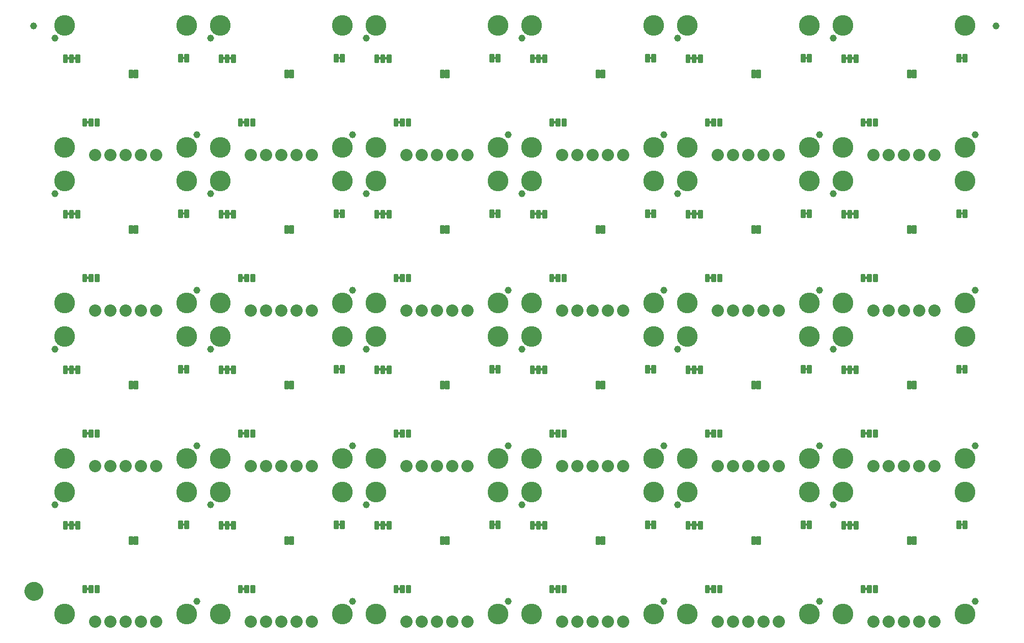
<source format=gbs>
G04 EAGLE Gerber RS-274X export*
G75*
%MOMM*%
%FSLAX34Y34*%
%LPD*%
%INSoldermask Bottom*%
%IPPOS*%
%AMOC8*
5,1,8,0,0,1.08239X$1,22.5*%
G01*
%ADD10C,3.454400*%
%ADD11C,0.251966*%
%ADD12C,2.032000*%
%ADD13C,1.152400*%
%ADD14C,1.270000*%
%ADD15C,1.652400*%

G36*
X1002171Y949693D02*
X1002171Y949693D01*
X1002237Y949695D01*
X1002281Y949713D01*
X1002327Y949721D01*
X1002384Y949755D01*
X1002445Y949779D01*
X1002480Y949811D01*
X1002520Y949835D01*
X1002562Y949886D01*
X1002610Y949931D01*
X1002632Y949973D01*
X1002662Y950009D01*
X1002683Y950072D01*
X1002713Y950130D01*
X1002721Y950185D01*
X1002734Y950222D01*
X1002732Y950261D01*
X1002741Y950316D01*
X1002741Y952856D01*
X1002729Y952920D01*
X1002727Y952986D01*
X1002709Y953030D01*
X1002701Y953076D01*
X1002667Y953133D01*
X1002643Y953194D01*
X1002611Y953229D01*
X1002587Y953270D01*
X1002536Y953311D01*
X1002491Y953360D01*
X1002449Y953381D01*
X1002413Y953411D01*
X1002350Y953432D01*
X1002292Y953462D01*
X1002237Y953470D01*
X1002200Y953483D01*
X1002161Y953482D01*
X1002106Y953490D01*
X998296Y953490D01*
X998231Y953478D01*
X998166Y953476D01*
X998122Y953459D01*
X998075Y953450D01*
X998019Y953417D01*
X997958Y953392D01*
X997923Y953360D01*
X997882Y953336D01*
X997841Y953285D01*
X997792Y953241D01*
X997771Y953199D01*
X997741Y953162D01*
X997720Y953100D01*
X997690Y953041D01*
X997682Y952987D01*
X997669Y952949D01*
X997669Y952947D01*
X997669Y952946D01*
X997670Y952910D01*
X997662Y952856D01*
X997662Y950316D01*
X997674Y950251D01*
X997676Y950185D01*
X997693Y950141D01*
X997702Y950095D01*
X997735Y950038D01*
X997760Y949977D01*
X997792Y949942D01*
X997816Y949902D01*
X997867Y949860D01*
X997911Y949812D01*
X997953Y949790D01*
X997990Y949760D01*
X998052Y949739D01*
X998111Y949709D01*
X998165Y949701D01*
X998203Y949688D01*
X998242Y949689D01*
X998296Y949681D01*
X1002106Y949681D01*
X1002171Y949693D01*
G37*
G36*
X1520331Y949693D02*
X1520331Y949693D01*
X1520397Y949695D01*
X1520441Y949713D01*
X1520487Y949721D01*
X1520544Y949755D01*
X1520605Y949779D01*
X1520640Y949811D01*
X1520680Y949835D01*
X1520722Y949886D01*
X1520770Y949931D01*
X1520792Y949973D01*
X1520822Y950009D01*
X1520843Y950072D01*
X1520873Y950130D01*
X1520881Y950185D01*
X1520894Y950222D01*
X1520892Y950261D01*
X1520901Y950316D01*
X1520901Y952856D01*
X1520889Y952920D01*
X1520887Y952986D01*
X1520869Y953030D01*
X1520861Y953076D01*
X1520827Y953133D01*
X1520803Y953194D01*
X1520771Y953229D01*
X1520747Y953270D01*
X1520696Y953311D01*
X1520651Y953360D01*
X1520609Y953381D01*
X1520573Y953411D01*
X1520510Y953432D01*
X1520452Y953462D01*
X1520397Y953470D01*
X1520360Y953483D01*
X1520321Y953482D01*
X1520266Y953490D01*
X1516456Y953490D01*
X1516391Y953478D01*
X1516326Y953476D01*
X1516282Y953459D01*
X1516235Y953450D01*
X1516179Y953417D01*
X1516118Y953392D01*
X1516083Y953360D01*
X1516042Y953336D01*
X1516001Y953285D01*
X1515952Y953241D01*
X1515931Y953199D01*
X1515901Y953162D01*
X1515880Y953100D01*
X1515850Y953041D01*
X1515842Y952987D01*
X1515829Y952949D01*
X1515829Y952947D01*
X1515829Y952946D01*
X1515830Y952910D01*
X1515822Y952856D01*
X1515822Y950316D01*
X1515834Y950251D01*
X1515836Y950185D01*
X1515853Y950141D01*
X1515862Y950095D01*
X1515895Y950038D01*
X1515920Y949977D01*
X1515952Y949942D01*
X1515976Y949902D01*
X1516027Y949860D01*
X1516071Y949812D01*
X1516113Y949790D01*
X1516150Y949760D01*
X1516212Y949739D01*
X1516271Y949709D01*
X1516325Y949701D01*
X1516363Y949688D01*
X1516402Y949689D01*
X1516456Y949681D01*
X1520266Y949681D01*
X1520331Y949693D01*
G37*
G36*
X224931Y949693D02*
X224931Y949693D01*
X224997Y949695D01*
X225041Y949713D01*
X225087Y949721D01*
X225144Y949755D01*
X225205Y949779D01*
X225240Y949811D01*
X225280Y949835D01*
X225322Y949886D01*
X225370Y949931D01*
X225392Y949973D01*
X225422Y950009D01*
X225443Y950072D01*
X225473Y950130D01*
X225481Y950185D01*
X225494Y950222D01*
X225492Y950261D01*
X225501Y950316D01*
X225501Y952856D01*
X225489Y952920D01*
X225487Y952986D01*
X225469Y953030D01*
X225461Y953076D01*
X225427Y953133D01*
X225403Y953194D01*
X225371Y953229D01*
X225347Y953270D01*
X225296Y953311D01*
X225251Y953360D01*
X225209Y953381D01*
X225173Y953411D01*
X225110Y953432D01*
X225052Y953462D01*
X224997Y953470D01*
X224960Y953483D01*
X224921Y953482D01*
X224866Y953490D01*
X221056Y953490D01*
X220991Y953478D01*
X220926Y953476D01*
X220882Y953459D01*
X220835Y953450D01*
X220779Y953417D01*
X220718Y953392D01*
X220683Y953360D01*
X220642Y953336D01*
X220601Y953285D01*
X220552Y953241D01*
X220531Y953199D01*
X220501Y953162D01*
X220480Y953100D01*
X220450Y953041D01*
X220442Y952987D01*
X220429Y952949D01*
X220429Y952947D01*
X220429Y952946D01*
X220430Y952910D01*
X220422Y952856D01*
X220422Y950316D01*
X220434Y950251D01*
X220436Y950185D01*
X220453Y950141D01*
X220462Y950095D01*
X220495Y950038D01*
X220520Y949977D01*
X220552Y949942D01*
X220576Y949902D01*
X220627Y949860D01*
X220671Y949812D01*
X220713Y949790D01*
X220750Y949760D01*
X220812Y949739D01*
X220871Y949709D01*
X220925Y949701D01*
X220963Y949688D01*
X221002Y949689D01*
X221056Y949681D01*
X224866Y949681D01*
X224931Y949693D01*
G37*
G36*
X743091Y949693D02*
X743091Y949693D01*
X743157Y949695D01*
X743201Y949713D01*
X743247Y949721D01*
X743304Y949755D01*
X743365Y949779D01*
X743400Y949811D01*
X743440Y949835D01*
X743482Y949886D01*
X743530Y949931D01*
X743552Y949973D01*
X743582Y950009D01*
X743603Y950072D01*
X743633Y950130D01*
X743641Y950185D01*
X743654Y950222D01*
X743652Y950261D01*
X743661Y950316D01*
X743661Y952856D01*
X743649Y952920D01*
X743647Y952986D01*
X743629Y953030D01*
X743621Y953076D01*
X743587Y953133D01*
X743563Y953194D01*
X743531Y953229D01*
X743507Y953270D01*
X743456Y953311D01*
X743411Y953360D01*
X743369Y953381D01*
X743333Y953411D01*
X743270Y953432D01*
X743212Y953462D01*
X743157Y953470D01*
X743120Y953483D01*
X743081Y953482D01*
X743026Y953490D01*
X739216Y953490D01*
X739151Y953478D01*
X739086Y953476D01*
X739042Y953459D01*
X738995Y953450D01*
X738939Y953417D01*
X738878Y953392D01*
X738843Y953360D01*
X738802Y953336D01*
X738761Y953285D01*
X738712Y953241D01*
X738691Y953199D01*
X738661Y953162D01*
X738640Y953100D01*
X738610Y953041D01*
X738602Y952987D01*
X738589Y952949D01*
X738589Y952947D01*
X738589Y952946D01*
X738590Y952910D01*
X738582Y952856D01*
X738582Y950316D01*
X738594Y950251D01*
X738596Y950185D01*
X738613Y950141D01*
X738622Y950095D01*
X738655Y950038D01*
X738680Y949977D01*
X738712Y949942D01*
X738736Y949902D01*
X738787Y949860D01*
X738831Y949812D01*
X738873Y949790D01*
X738910Y949760D01*
X738972Y949739D01*
X739031Y949709D01*
X739085Y949701D01*
X739123Y949688D01*
X739162Y949689D01*
X739216Y949681D01*
X743026Y949681D01*
X743091Y949693D01*
G37*
G36*
X484011Y949693D02*
X484011Y949693D01*
X484077Y949695D01*
X484121Y949713D01*
X484167Y949721D01*
X484224Y949755D01*
X484285Y949779D01*
X484320Y949811D01*
X484360Y949835D01*
X484402Y949886D01*
X484450Y949931D01*
X484472Y949973D01*
X484502Y950009D01*
X484523Y950072D01*
X484553Y950130D01*
X484561Y950185D01*
X484574Y950222D01*
X484572Y950261D01*
X484581Y950316D01*
X484581Y952856D01*
X484569Y952920D01*
X484567Y952986D01*
X484549Y953030D01*
X484541Y953076D01*
X484507Y953133D01*
X484483Y953194D01*
X484451Y953229D01*
X484427Y953270D01*
X484376Y953311D01*
X484331Y953360D01*
X484289Y953381D01*
X484253Y953411D01*
X484190Y953432D01*
X484132Y953462D01*
X484077Y953470D01*
X484040Y953483D01*
X484001Y953482D01*
X483946Y953490D01*
X480136Y953490D01*
X480071Y953478D01*
X480006Y953476D01*
X479962Y953459D01*
X479915Y953450D01*
X479859Y953417D01*
X479798Y953392D01*
X479763Y953360D01*
X479722Y953336D01*
X479681Y953285D01*
X479632Y953241D01*
X479611Y953199D01*
X479581Y953162D01*
X479560Y953100D01*
X479530Y953041D01*
X479522Y952987D01*
X479509Y952949D01*
X479509Y952947D01*
X479509Y952946D01*
X479510Y952910D01*
X479502Y952856D01*
X479502Y950316D01*
X479514Y950251D01*
X479516Y950185D01*
X479533Y950141D01*
X479542Y950095D01*
X479575Y950038D01*
X479600Y949977D01*
X479632Y949942D01*
X479656Y949902D01*
X479707Y949860D01*
X479751Y949812D01*
X479793Y949790D01*
X479830Y949760D01*
X479892Y949739D01*
X479951Y949709D01*
X480005Y949701D01*
X480043Y949688D01*
X480082Y949689D01*
X480136Y949681D01*
X483946Y949681D01*
X484011Y949693D01*
G37*
G36*
X1261251Y949693D02*
X1261251Y949693D01*
X1261317Y949695D01*
X1261361Y949713D01*
X1261407Y949721D01*
X1261464Y949755D01*
X1261525Y949779D01*
X1261560Y949811D01*
X1261600Y949835D01*
X1261642Y949886D01*
X1261690Y949931D01*
X1261712Y949973D01*
X1261742Y950009D01*
X1261763Y950072D01*
X1261793Y950130D01*
X1261801Y950185D01*
X1261814Y950222D01*
X1261812Y950261D01*
X1261821Y950316D01*
X1261821Y952856D01*
X1261809Y952920D01*
X1261807Y952986D01*
X1261789Y953030D01*
X1261781Y953076D01*
X1261747Y953133D01*
X1261723Y953194D01*
X1261691Y953229D01*
X1261667Y953270D01*
X1261616Y953311D01*
X1261571Y953360D01*
X1261529Y953381D01*
X1261493Y953411D01*
X1261430Y953432D01*
X1261372Y953462D01*
X1261317Y953470D01*
X1261280Y953483D01*
X1261241Y953482D01*
X1261186Y953490D01*
X1257376Y953490D01*
X1257311Y953478D01*
X1257246Y953476D01*
X1257202Y953459D01*
X1257155Y953450D01*
X1257099Y953417D01*
X1257038Y953392D01*
X1257003Y953360D01*
X1256962Y953336D01*
X1256921Y953285D01*
X1256872Y953241D01*
X1256851Y953199D01*
X1256821Y953162D01*
X1256800Y953100D01*
X1256770Y953041D01*
X1256762Y952987D01*
X1256749Y952949D01*
X1256749Y952947D01*
X1256749Y952946D01*
X1256750Y952910D01*
X1256742Y952856D01*
X1256742Y950316D01*
X1256754Y950251D01*
X1256756Y950185D01*
X1256773Y950141D01*
X1256782Y950095D01*
X1256815Y950038D01*
X1256840Y949977D01*
X1256872Y949942D01*
X1256896Y949902D01*
X1256947Y949860D01*
X1256991Y949812D01*
X1257033Y949790D01*
X1257070Y949760D01*
X1257132Y949739D01*
X1257191Y949709D01*
X1257245Y949701D01*
X1257283Y949688D01*
X1257322Y949689D01*
X1257376Y949681D01*
X1261186Y949681D01*
X1261251Y949693D01*
G37*
G36*
X1002171Y431533D02*
X1002171Y431533D01*
X1002237Y431535D01*
X1002281Y431553D01*
X1002327Y431561D01*
X1002384Y431595D01*
X1002445Y431619D01*
X1002480Y431651D01*
X1002520Y431675D01*
X1002562Y431726D01*
X1002610Y431771D01*
X1002632Y431813D01*
X1002662Y431849D01*
X1002683Y431912D01*
X1002713Y431970D01*
X1002721Y432025D01*
X1002734Y432062D01*
X1002732Y432101D01*
X1002741Y432156D01*
X1002741Y434696D01*
X1002729Y434760D01*
X1002727Y434826D01*
X1002709Y434870D01*
X1002701Y434916D01*
X1002667Y434973D01*
X1002643Y435034D01*
X1002611Y435069D01*
X1002587Y435110D01*
X1002536Y435151D01*
X1002491Y435200D01*
X1002449Y435221D01*
X1002413Y435251D01*
X1002350Y435272D01*
X1002292Y435302D01*
X1002237Y435310D01*
X1002200Y435323D01*
X1002161Y435322D01*
X1002106Y435330D01*
X998296Y435330D01*
X998231Y435318D01*
X998166Y435316D01*
X998122Y435299D01*
X998075Y435290D01*
X998019Y435257D01*
X997958Y435232D01*
X997923Y435200D01*
X997882Y435176D01*
X997841Y435125D01*
X997792Y435081D01*
X997771Y435039D01*
X997741Y435002D01*
X997720Y434940D01*
X997690Y434881D01*
X997682Y434827D01*
X997669Y434789D01*
X997669Y434787D01*
X997669Y434786D01*
X997670Y434750D01*
X997662Y434696D01*
X997662Y432156D01*
X997674Y432091D01*
X997676Y432025D01*
X997693Y431981D01*
X997702Y431935D01*
X997735Y431878D01*
X997760Y431817D01*
X997792Y431782D01*
X997816Y431742D01*
X997867Y431700D01*
X997911Y431652D01*
X997953Y431630D01*
X997990Y431600D01*
X998052Y431579D01*
X998111Y431549D01*
X998165Y431541D01*
X998203Y431528D01*
X998242Y431529D01*
X998296Y431521D01*
X1002106Y431521D01*
X1002171Y431533D01*
G37*
G36*
X1520331Y431533D02*
X1520331Y431533D01*
X1520397Y431535D01*
X1520441Y431553D01*
X1520487Y431561D01*
X1520544Y431595D01*
X1520605Y431619D01*
X1520640Y431651D01*
X1520680Y431675D01*
X1520722Y431726D01*
X1520770Y431771D01*
X1520792Y431813D01*
X1520822Y431849D01*
X1520843Y431912D01*
X1520873Y431970D01*
X1520881Y432025D01*
X1520894Y432062D01*
X1520892Y432101D01*
X1520901Y432156D01*
X1520901Y434696D01*
X1520889Y434760D01*
X1520887Y434826D01*
X1520869Y434870D01*
X1520861Y434916D01*
X1520827Y434973D01*
X1520803Y435034D01*
X1520771Y435069D01*
X1520747Y435110D01*
X1520696Y435151D01*
X1520651Y435200D01*
X1520609Y435221D01*
X1520573Y435251D01*
X1520510Y435272D01*
X1520452Y435302D01*
X1520397Y435310D01*
X1520360Y435323D01*
X1520321Y435322D01*
X1520266Y435330D01*
X1516456Y435330D01*
X1516391Y435318D01*
X1516326Y435316D01*
X1516282Y435299D01*
X1516235Y435290D01*
X1516179Y435257D01*
X1516118Y435232D01*
X1516083Y435200D01*
X1516042Y435176D01*
X1516001Y435125D01*
X1515952Y435081D01*
X1515931Y435039D01*
X1515901Y435002D01*
X1515880Y434940D01*
X1515850Y434881D01*
X1515842Y434827D01*
X1515829Y434789D01*
X1515829Y434787D01*
X1515829Y434786D01*
X1515830Y434750D01*
X1515822Y434696D01*
X1515822Y432156D01*
X1515834Y432091D01*
X1515836Y432025D01*
X1515853Y431981D01*
X1515862Y431935D01*
X1515895Y431878D01*
X1515920Y431817D01*
X1515952Y431782D01*
X1515976Y431742D01*
X1516027Y431700D01*
X1516071Y431652D01*
X1516113Y431630D01*
X1516150Y431600D01*
X1516212Y431579D01*
X1516271Y431549D01*
X1516325Y431541D01*
X1516363Y431528D01*
X1516402Y431529D01*
X1516456Y431521D01*
X1520266Y431521D01*
X1520331Y431533D01*
G37*
G36*
X1261251Y431533D02*
X1261251Y431533D01*
X1261317Y431535D01*
X1261361Y431553D01*
X1261407Y431561D01*
X1261464Y431595D01*
X1261525Y431619D01*
X1261560Y431651D01*
X1261600Y431675D01*
X1261642Y431726D01*
X1261690Y431771D01*
X1261712Y431813D01*
X1261742Y431849D01*
X1261763Y431912D01*
X1261793Y431970D01*
X1261801Y432025D01*
X1261814Y432062D01*
X1261812Y432101D01*
X1261821Y432156D01*
X1261821Y434696D01*
X1261809Y434760D01*
X1261807Y434826D01*
X1261789Y434870D01*
X1261781Y434916D01*
X1261747Y434973D01*
X1261723Y435034D01*
X1261691Y435069D01*
X1261667Y435110D01*
X1261616Y435151D01*
X1261571Y435200D01*
X1261529Y435221D01*
X1261493Y435251D01*
X1261430Y435272D01*
X1261372Y435302D01*
X1261317Y435310D01*
X1261280Y435323D01*
X1261241Y435322D01*
X1261186Y435330D01*
X1257376Y435330D01*
X1257311Y435318D01*
X1257246Y435316D01*
X1257202Y435299D01*
X1257155Y435290D01*
X1257099Y435257D01*
X1257038Y435232D01*
X1257003Y435200D01*
X1256962Y435176D01*
X1256921Y435125D01*
X1256872Y435081D01*
X1256851Y435039D01*
X1256821Y435002D01*
X1256800Y434940D01*
X1256770Y434881D01*
X1256762Y434827D01*
X1256749Y434789D01*
X1256749Y434787D01*
X1256749Y434786D01*
X1256750Y434750D01*
X1256742Y434696D01*
X1256742Y432156D01*
X1256754Y432091D01*
X1256756Y432025D01*
X1256773Y431981D01*
X1256782Y431935D01*
X1256815Y431878D01*
X1256840Y431817D01*
X1256872Y431782D01*
X1256896Y431742D01*
X1256947Y431700D01*
X1256991Y431652D01*
X1257033Y431630D01*
X1257070Y431600D01*
X1257132Y431579D01*
X1257191Y431549D01*
X1257245Y431541D01*
X1257283Y431528D01*
X1257322Y431529D01*
X1257376Y431521D01*
X1261186Y431521D01*
X1261251Y431533D01*
G37*
G36*
X224931Y431533D02*
X224931Y431533D01*
X224997Y431535D01*
X225041Y431553D01*
X225087Y431561D01*
X225144Y431595D01*
X225205Y431619D01*
X225240Y431651D01*
X225280Y431675D01*
X225322Y431726D01*
X225370Y431771D01*
X225392Y431813D01*
X225422Y431849D01*
X225443Y431912D01*
X225473Y431970D01*
X225481Y432025D01*
X225494Y432062D01*
X225492Y432101D01*
X225501Y432156D01*
X225501Y434696D01*
X225489Y434760D01*
X225487Y434826D01*
X225469Y434870D01*
X225461Y434916D01*
X225427Y434973D01*
X225403Y435034D01*
X225371Y435069D01*
X225347Y435110D01*
X225296Y435151D01*
X225251Y435200D01*
X225209Y435221D01*
X225173Y435251D01*
X225110Y435272D01*
X225052Y435302D01*
X224997Y435310D01*
X224960Y435323D01*
X224921Y435322D01*
X224866Y435330D01*
X221056Y435330D01*
X220991Y435318D01*
X220926Y435316D01*
X220882Y435299D01*
X220835Y435290D01*
X220779Y435257D01*
X220718Y435232D01*
X220683Y435200D01*
X220642Y435176D01*
X220601Y435125D01*
X220552Y435081D01*
X220531Y435039D01*
X220501Y435002D01*
X220480Y434940D01*
X220450Y434881D01*
X220442Y434827D01*
X220429Y434789D01*
X220429Y434787D01*
X220429Y434786D01*
X220430Y434750D01*
X220422Y434696D01*
X220422Y432156D01*
X220434Y432091D01*
X220436Y432025D01*
X220453Y431981D01*
X220462Y431935D01*
X220495Y431878D01*
X220520Y431817D01*
X220552Y431782D01*
X220576Y431742D01*
X220627Y431700D01*
X220671Y431652D01*
X220713Y431630D01*
X220750Y431600D01*
X220812Y431579D01*
X220871Y431549D01*
X220925Y431541D01*
X220963Y431528D01*
X221002Y431529D01*
X221056Y431521D01*
X224866Y431521D01*
X224931Y431533D01*
G37*
G36*
X743091Y431533D02*
X743091Y431533D01*
X743157Y431535D01*
X743201Y431553D01*
X743247Y431561D01*
X743304Y431595D01*
X743365Y431619D01*
X743400Y431651D01*
X743440Y431675D01*
X743482Y431726D01*
X743530Y431771D01*
X743552Y431813D01*
X743582Y431849D01*
X743603Y431912D01*
X743633Y431970D01*
X743641Y432025D01*
X743654Y432062D01*
X743652Y432101D01*
X743661Y432156D01*
X743661Y434696D01*
X743649Y434760D01*
X743647Y434826D01*
X743629Y434870D01*
X743621Y434916D01*
X743587Y434973D01*
X743563Y435034D01*
X743531Y435069D01*
X743507Y435110D01*
X743456Y435151D01*
X743411Y435200D01*
X743369Y435221D01*
X743333Y435251D01*
X743270Y435272D01*
X743212Y435302D01*
X743157Y435310D01*
X743120Y435323D01*
X743081Y435322D01*
X743026Y435330D01*
X739216Y435330D01*
X739151Y435318D01*
X739086Y435316D01*
X739042Y435299D01*
X738995Y435290D01*
X738939Y435257D01*
X738878Y435232D01*
X738843Y435200D01*
X738802Y435176D01*
X738761Y435125D01*
X738712Y435081D01*
X738691Y435039D01*
X738661Y435002D01*
X738640Y434940D01*
X738610Y434881D01*
X738602Y434827D01*
X738589Y434789D01*
X738589Y434787D01*
X738589Y434786D01*
X738590Y434750D01*
X738582Y434696D01*
X738582Y432156D01*
X738594Y432091D01*
X738596Y432025D01*
X738613Y431981D01*
X738622Y431935D01*
X738655Y431878D01*
X738680Y431817D01*
X738712Y431782D01*
X738736Y431742D01*
X738787Y431700D01*
X738831Y431652D01*
X738873Y431630D01*
X738910Y431600D01*
X738972Y431579D01*
X739031Y431549D01*
X739085Y431541D01*
X739123Y431528D01*
X739162Y431529D01*
X739216Y431521D01*
X743026Y431521D01*
X743091Y431533D01*
G37*
G36*
X484011Y431533D02*
X484011Y431533D01*
X484077Y431535D01*
X484121Y431553D01*
X484167Y431561D01*
X484224Y431595D01*
X484285Y431619D01*
X484320Y431651D01*
X484360Y431675D01*
X484402Y431726D01*
X484450Y431771D01*
X484472Y431813D01*
X484502Y431849D01*
X484523Y431912D01*
X484553Y431970D01*
X484561Y432025D01*
X484574Y432062D01*
X484572Y432101D01*
X484581Y432156D01*
X484581Y434696D01*
X484569Y434760D01*
X484567Y434826D01*
X484549Y434870D01*
X484541Y434916D01*
X484507Y434973D01*
X484483Y435034D01*
X484451Y435069D01*
X484427Y435110D01*
X484376Y435151D01*
X484331Y435200D01*
X484289Y435221D01*
X484253Y435251D01*
X484190Y435272D01*
X484132Y435302D01*
X484077Y435310D01*
X484040Y435323D01*
X484001Y435322D01*
X483946Y435330D01*
X480136Y435330D01*
X480071Y435318D01*
X480006Y435316D01*
X479962Y435299D01*
X479915Y435290D01*
X479859Y435257D01*
X479798Y435232D01*
X479763Y435200D01*
X479722Y435176D01*
X479681Y435125D01*
X479632Y435081D01*
X479611Y435039D01*
X479581Y435002D01*
X479560Y434940D01*
X479530Y434881D01*
X479522Y434827D01*
X479509Y434789D01*
X479509Y434787D01*
X479509Y434786D01*
X479510Y434750D01*
X479502Y434696D01*
X479502Y432156D01*
X479514Y432091D01*
X479516Y432025D01*
X479533Y431981D01*
X479542Y431935D01*
X479575Y431878D01*
X479600Y431817D01*
X479632Y431782D01*
X479656Y431742D01*
X479707Y431700D01*
X479751Y431652D01*
X479793Y431630D01*
X479830Y431600D01*
X479892Y431579D01*
X479951Y431549D01*
X480005Y431541D01*
X480043Y431528D01*
X480082Y431529D01*
X480136Y431521D01*
X483946Y431521D01*
X484011Y431533D01*
G37*
G36*
X1338899Y949109D02*
X1338899Y949109D01*
X1338965Y949111D01*
X1339008Y949129D01*
X1339055Y949137D01*
X1339112Y949170D01*
X1339172Y949195D01*
X1339207Y949227D01*
X1339248Y949251D01*
X1339290Y949302D01*
X1339338Y949346D01*
X1339360Y949389D01*
X1339389Y949425D01*
X1339410Y949487D01*
X1339441Y949546D01*
X1339449Y949601D01*
X1339461Y949638D01*
X1339460Y949677D01*
X1339468Y949731D01*
X1339468Y952271D01*
X1339457Y952336D01*
X1339455Y952402D01*
X1339437Y952446D01*
X1339429Y952492D01*
X1339395Y952549D01*
X1339370Y952610D01*
X1339339Y952645D01*
X1339314Y952685D01*
X1339263Y952727D01*
X1339219Y952776D01*
X1339177Y952797D01*
X1339140Y952827D01*
X1339078Y952848D01*
X1339019Y952878D01*
X1338965Y952886D01*
X1338928Y952899D01*
X1338888Y952898D01*
X1338834Y952906D01*
X1335024Y952906D01*
X1334959Y952894D01*
X1334893Y952892D01*
X1334850Y952874D01*
X1334803Y952866D01*
X1334746Y952833D01*
X1334686Y952808D01*
X1334651Y952776D01*
X1334610Y952752D01*
X1334569Y952701D01*
X1334520Y952656D01*
X1334498Y952614D01*
X1334469Y952578D01*
X1334448Y952515D01*
X1334417Y952457D01*
X1334409Y952402D01*
X1334397Y952365D01*
X1334397Y952362D01*
X1334398Y952325D01*
X1334390Y952271D01*
X1334390Y949731D01*
X1334401Y949667D01*
X1334403Y949601D01*
X1334421Y949557D01*
X1334429Y949511D01*
X1334463Y949454D01*
X1334488Y949393D01*
X1334519Y949358D01*
X1334544Y949317D01*
X1334595Y949276D01*
X1334639Y949227D01*
X1334681Y949206D01*
X1334718Y949176D01*
X1334780Y949155D01*
X1334839Y949125D01*
X1334893Y949117D01*
X1334930Y949104D01*
X1334970Y949105D01*
X1335024Y949097D01*
X1338834Y949097D01*
X1338899Y949109D01*
G37*
G36*
X1069659Y949109D02*
X1069659Y949109D01*
X1069725Y949111D01*
X1069768Y949129D01*
X1069815Y949137D01*
X1069872Y949170D01*
X1069932Y949195D01*
X1069967Y949227D01*
X1070008Y949251D01*
X1070050Y949302D01*
X1070098Y949346D01*
X1070120Y949389D01*
X1070149Y949425D01*
X1070170Y949487D01*
X1070201Y949546D01*
X1070209Y949601D01*
X1070221Y949638D01*
X1070220Y949677D01*
X1070228Y949731D01*
X1070228Y952271D01*
X1070217Y952336D01*
X1070215Y952402D01*
X1070197Y952446D01*
X1070189Y952492D01*
X1070155Y952549D01*
X1070130Y952610D01*
X1070099Y952645D01*
X1070074Y952685D01*
X1070023Y952727D01*
X1069979Y952776D01*
X1069937Y952797D01*
X1069900Y952827D01*
X1069838Y952848D01*
X1069779Y952878D01*
X1069725Y952886D01*
X1069688Y952899D01*
X1069648Y952898D01*
X1069594Y952906D01*
X1065784Y952906D01*
X1065719Y952894D01*
X1065653Y952892D01*
X1065610Y952874D01*
X1065563Y952866D01*
X1065506Y952833D01*
X1065446Y952808D01*
X1065411Y952776D01*
X1065370Y952752D01*
X1065329Y952701D01*
X1065280Y952656D01*
X1065258Y952614D01*
X1065229Y952578D01*
X1065208Y952515D01*
X1065177Y952457D01*
X1065169Y952402D01*
X1065157Y952365D01*
X1065157Y952362D01*
X1065158Y952325D01*
X1065150Y952271D01*
X1065150Y949731D01*
X1065161Y949667D01*
X1065163Y949601D01*
X1065181Y949557D01*
X1065189Y949511D01*
X1065223Y949454D01*
X1065248Y949393D01*
X1065279Y949358D01*
X1065304Y949317D01*
X1065355Y949276D01*
X1065399Y949227D01*
X1065441Y949206D01*
X1065478Y949176D01*
X1065540Y949155D01*
X1065599Y949125D01*
X1065653Y949117D01*
X1065690Y949104D01*
X1065730Y949105D01*
X1065784Y949097D01*
X1069594Y949097D01*
X1069659Y949109D01*
G37*
G36*
X1328739Y949109D02*
X1328739Y949109D01*
X1328805Y949111D01*
X1328848Y949129D01*
X1328895Y949137D01*
X1328952Y949170D01*
X1329012Y949195D01*
X1329047Y949227D01*
X1329088Y949251D01*
X1329130Y949302D01*
X1329178Y949346D01*
X1329200Y949389D01*
X1329229Y949425D01*
X1329250Y949487D01*
X1329281Y949546D01*
X1329289Y949601D01*
X1329301Y949638D01*
X1329300Y949677D01*
X1329308Y949731D01*
X1329308Y952271D01*
X1329297Y952336D01*
X1329295Y952402D01*
X1329277Y952446D01*
X1329269Y952492D01*
X1329235Y952549D01*
X1329210Y952610D01*
X1329179Y952645D01*
X1329154Y952685D01*
X1329103Y952727D01*
X1329059Y952776D01*
X1329017Y952797D01*
X1328980Y952827D01*
X1328918Y952848D01*
X1328859Y952878D01*
X1328805Y952886D01*
X1328768Y952899D01*
X1328728Y952898D01*
X1328674Y952906D01*
X1324864Y952906D01*
X1324799Y952894D01*
X1324733Y952892D01*
X1324690Y952874D01*
X1324643Y952866D01*
X1324586Y952833D01*
X1324526Y952808D01*
X1324491Y952776D01*
X1324450Y952752D01*
X1324409Y952701D01*
X1324360Y952656D01*
X1324338Y952614D01*
X1324309Y952578D01*
X1324288Y952515D01*
X1324257Y952457D01*
X1324249Y952402D01*
X1324237Y952365D01*
X1324237Y952362D01*
X1324238Y952325D01*
X1324230Y952271D01*
X1324230Y949731D01*
X1324241Y949667D01*
X1324243Y949601D01*
X1324261Y949557D01*
X1324269Y949511D01*
X1324303Y949454D01*
X1324328Y949393D01*
X1324359Y949358D01*
X1324384Y949317D01*
X1324435Y949276D01*
X1324479Y949227D01*
X1324521Y949206D01*
X1324558Y949176D01*
X1324620Y949155D01*
X1324679Y949125D01*
X1324733Y949117D01*
X1324770Y949104D01*
X1324810Y949105D01*
X1324864Y949097D01*
X1328674Y949097D01*
X1328739Y949109D01*
G37*
G36*
X302579Y949109D02*
X302579Y949109D01*
X302645Y949111D01*
X302688Y949129D01*
X302735Y949137D01*
X302792Y949170D01*
X302852Y949195D01*
X302887Y949227D01*
X302928Y949251D01*
X302970Y949302D01*
X303018Y949346D01*
X303040Y949389D01*
X303069Y949425D01*
X303090Y949487D01*
X303121Y949546D01*
X303129Y949601D01*
X303141Y949638D01*
X303140Y949677D01*
X303148Y949731D01*
X303148Y952271D01*
X303137Y952336D01*
X303135Y952402D01*
X303117Y952446D01*
X303109Y952492D01*
X303075Y952549D01*
X303050Y952610D01*
X303019Y952645D01*
X302994Y952685D01*
X302943Y952727D01*
X302899Y952776D01*
X302857Y952797D01*
X302820Y952827D01*
X302758Y952848D01*
X302699Y952878D01*
X302645Y952886D01*
X302608Y952899D01*
X302568Y952898D01*
X302514Y952906D01*
X298704Y952906D01*
X298639Y952894D01*
X298573Y952892D01*
X298530Y952874D01*
X298483Y952866D01*
X298426Y952833D01*
X298366Y952808D01*
X298331Y952776D01*
X298290Y952752D01*
X298249Y952701D01*
X298200Y952656D01*
X298178Y952614D01*
X298149Y952578D01*
X298128Y952515D01*
X298097Y952457D01*
X298089Y952402D01*
X298077Y952365D01*
X298077Y952362D01*
X298078Y952325D01*
X298070Y952271D01*
X298070Y949731D01*
X298081Y949667D01*
X298083Y949601D01*
X298101Y949557D01*
X298109Y949511D01*
X298143Y949454D01*
X298168Y949393D01*
X298199Y949358D01*
X298224Y949317D01*
X298275Y949276D01*
X298319Y949227D01*
X298361Y949206D01*
X298398Y949176D01*
X298460Y949155D01*
X298519Y949125D01*
X298573Y949117D01*
X298610Y949104D01*
X298650Y949105D01*
X298704Y949097D01*
X302514Y949097D01*
X302579Y949109D01*
G37*
G36*
X292419Y949109D02*
X292419Y949109D01*
X292485Y949111D01*
X292528Y949129D01*
X292575Y949137D01*
X292632Y949170D01*
X292692Y949195D01*
X292727Y949227D01*
X292768Y949251D01*
X292810Y949302D01*
X292858Y949346D01*
X292880Y949389D01*
X292909Y949425D01*
X292930Y949487D01*
X292961Y949546D01*
X292969Y949601D01*
X292981Y949638D01*
X292980Y949677D01*
X292988Y949731D01*
X292988Y952271D01*
X292977Y952336D01*
X292975Y952402D01*
X292957Y952446D01*
X292949Y952492D01*
X292915Y952549D01*
X292890Y952610D01*
X292859Y952645D01*
X292834Y952685D01*
X292783Y952727D01*
X292739Y952776D01*
X292697Y952797D01*
X292660Y952827D01*
X292598Y952848D01*
X292539Y952878D01*
X292485Y952886D01*
X292448Y952899D01*
X292408Y952898D01*
X292354Y952906D01*
X288544Y952906D01*
X288479Y952894D01*
X288413Y952892D01*
X288370Y952874D01*
X288323Y952866D01*
X288266Y952833D01*
X288206Y952808D01*
X288171Y952776D01*
X288130Y952752D01*
X288089Y952701D01*
X288040Y952656D01*
X288018Y952614D01*
X287989Y952578D01*
X287968Y952515D01*
X287937Y952457D01*
X287929Y952402D01*
X287917Y952365D01*
X287917Y952362D01*
X287918Y952325D01*
X287910Y952271D01*
X287910Y949731D01*
X287921Y949667D01*
X287923Y949601D01*
X287941Y949557D01*
X287949Y949511D01*
X287983Y949454D01*
X288008Y949393D01*
X288039Y949358D01*
X288064Y949317D01*
X288115Y949276D01*
X288159Y949227D01*
X288201Y949206D01*
X288238Y949176D01*
X288300Y949155D01*
X288359Y949125D01*
X288413Y949117D01*
X288450Y949104D01*
X288490Y949105D01*
X288544Y949097D01*
X292354Y949097D01*
X292419Y949109D01*
G37*
G36*
X1079819Y949109D02*
X1079819Y949109D01*
X1079885Y949111D01*
X1079928Y949129D01*
X1079975Y949137D01*
X1080032Y949170D01*
X1080092Y949195D01*
X1080127Y949227D01*
X1080168Y949251D01*
X1080210Y949302D01*
X1080258Y949346D01*
X1080280Y949389D01*
X1080309Y949425D01*
X1080330Y949487D01*
X1080361Y949546D01*
X1080369Y949601D01*
X1080381Y949638D01*
X1080380Y949677D01*
X1080388Y949731D01*
X1080388Y952271D01*
X1080377Y952336D01*
X1080375Y952402D01*
X1080357Y952446D01*
X1080349Y952492D01*
X1080315Y952549D01*
X1080290Y952610D01*
X1080259Y952645D01*
X1080234Y952685D01*
X1080183Y952727D01*
X1080139Y952776D01*
X1080097Y952797D01*
X1080060Y952827D01*
X1079998Y952848D01*
X1079939Y952878D01*
X1079885Y952886D01*
X1079848Y952899D01*
X1079808Y952898D01*
X1079754Y952906D01*
X1075944Y952906D01*
X1075879Y952894D01*
X1075813Y952892D01*
X1075770Y952874D01*
X1075723Y952866D01*
X1075666Y952833D01*
X1075606Y952808D01*
X1075571Y952776D01*
X1075530Y952752D01*
X1075489Y952701D01*
X1075440Y952656D01*
X1075418Y952614D01*
X1075389Y952578D01*
X1075368Y952515D01*
X1075337Y952457D01*
X1075329Y952402D01*
X1075317Y952365D01*
X1075317Y952362D01*
X1075318Y952325D01*
X1075310Y952271D01*
X1075310Y949731D01*
X1075321Y949667D01*
X1075323Y949601D01*
X1075341Y949557D01*
X1075349Y949511D01*
X1075383Y949454D01*
X1075408Y949393D01*
X1075439Y949358D01*
X1075464Y949317D01*
X1075515Y949276D01*
X1075559Y949227D01*
X1075601Y949206D01*
X1075638Y949176D01*
X1075700Y949155D01*
X1075759Y949125D01*
X1075813Y949117D01*
X1075850Y949104D01*
X1075890Y949105D01*
X1075944Y949097D01*
X1079754Y949097D01*
X1079819Y949109D01*
G37*
G36*
X561659Y949109D02*
X561659Y949109D01*
X561725Y949111D01*
X561768Y949129D01*
X561815Y949137D01*
X561872Y949170D01*
X561932Y949195D01*
X561967Y949227D01*
X562008Y949251D01*
X562050Y949302D01*
X562098Y949346D01*
X562120Y949389D01*
X562149Y949425D01*
X562170Y949487D01*
X562201Y949546D01*
X562209Y949601D01*
X562221Y949638D01*
X562220Y949677D01*
X562228Y949731D01*
X562228Y952271D01*
X562217Y952336D01*
X562215Y952402D01*
X562197Y952446D01*
X562189Y952492D01*
X562155Y952549D01*
X562130Y952610D01*
X562099Y952645D01*
X562074Y952685D01*
X562023Y952727D01*
X561979Y952776D01*
X561937Y952797D01*
X561900Y952827D01*
X561838Y952848D01*
X561779Y952878D01*
X561725Y952886D01*
X561688Y952899D01*
X561648Y952898D01*
X561594Y952906D01*
X557784Y952906D01*
X557719Y952894D01*
X557653Y952892D01*
X557610Y952874D01*
X557563Y952866D01*
X557506Y952833D01*
X557446Y952808D01*
X557411Y952776D01*
X557370Y952752D01*
X557329Y952701D01*
X557280Y952656D01*
X557258Y952614D01*
X557229Y952578D01*
X557208Y952515D01*
X557177Y952457D01*
X557169Y952402D01*
X557157Y952365D01*
X557157Y952362D01*
X557158Y952325D01*
X557150Y952271D01*
X557150Y949731D01*
X557161Y949667D01*
X557163Y949601D01*
X557181Y949557D01*
X557189Y949511D01*
X557223Y949454D01*
X557248Y949393D01*
X557279Y949358D01*
X557304Y949317D01*
X557355Y949276D01*
X557399Y949227D01*
X557441Y949206D01*
X557478Y949176D01*
X557540Y949155D01*
X557599Y949125D01*
X557653Y949117D01*
X557690Y949104D01*
X557730Y949105D01*
X557784Y949097D01*
X561594Y949097D01*
X561659Y949109D01*
G37*
G36*
X1101968Y842607D02*
X1101968Y842607D01*
X1102033Y842609D01*
X1102077Y842626D01*
X1102124Y842635D01*
X1102180Y842668D01*
X1102241Y842693D01*
X1102276Y842725D01*
X1102317Y842749D01*
X1102358Y842800D01*
X1102407Y842844D01*
X1102428Y842886D01*
X1102458Y842923D01*
X1102479Y842985D01*
X1102509Y843044D01*
X1102517Y843098D01*
X1102530Y843135D01*
X1102529Y843175D01*
X1102537Y843229D01*
X1102537Y845769D01*
X1102525Y845834D01*
X1102523Y845900D01*
X1102506Y845943D01*
X1102497Y845990D01*
X1102464Y846047D01*
X1102439Y846108D01*
X1102407Y846143D01*
X1102383Y846183D01*
X1102332Y846225D01*
X1102288Y846273D01*
X1102246Y846295D01*
X1102209Y846325D01*
X1102147Y846346D01*
X1102088Y846376D01*
X1102034Y846384D01*
X1101997Y846396D01*
X1101957Y846395D01*
X1101903Y846403D01*
X1098093Y846403D01*
X1098028Y846392D01*
X1097962Y846390D01*
X1097919Y846372D01*
X1097872Y846364D01*
X1097815Y846330D01*
X1097754Y846306D01*
X1097719Y846274D01*
X1097679Y846250D01*
X1097637Y846199D01*
X1097589Y846154D01*
X1097567Y846112D01*
X1097537Y846075D01*
X1097516Y846013D01*
X1097486Y845955D01*
X1097478Y845900D01*
X1097466Y845863D01*
X1097466Y845860D01*
X1097467Y845823D01*
X1097459Y845769D01*
X1097459Y843229D01*
X1097470Y843164D01*
X1097472Y843099D01*
X1097490Y843055D01*
X1097498Y843008D01*
X1097532Y842952D01*
X1097556Y842891D01*
X1097588Y842856D01*
X1097612Y842815D01*
X1097663Y842774D01*
X1097708Y842725D01*
X1097750Y842704D01*
X1097787Y842674D01*
X1097849Y842653D01*
X1097907Y842623D01*
X1097962Y842615D01*
X1097999Y842602D01*
X1098038Y842603D01*
X1098093Y842595D01*
X1101903Y842595D01*
X1101968Y842607D01*
G37*
G36*
X324728Y842607D02*
X324728Y842607D01*
X324793Y842609D01*
X324837Y842626D01*
X324884Y842635D01*
X324940Y842668D01*
X325001Y842693D01*
X325036Y842725D01*
X325077Y842749D01*
X325118Y842800D01*
X325167Y842844D01*
X325188Y842886D01*
X325218Y842923D01*
X325239Y842985D01*
X325269Y843044D01*
X325277Y843098D01*
X325290Y843135D01*
X325289Y843175D01*
X325297Y843229D01*
X325297Y845769D01*
X325285Y845834D01*
X325283Y845900D01*
X325266Y845943D01*
X325257Y845990D01*
X325224Y846047D01*
X325199Y846108D01*
X325167Y846143D01*
X325143Y846183D01*
X325092Y846225D01*
X325048Y846273D01*
X325006Y846295D01*
X324969Y846325D01*
X324907Y846346D01*
X324848Y846376D01*
X324794Y846384D01*
X324757Y846396D01*
X324717Y846395D01*
X324663Y846403D01*
X320853Y846403D01*
X320788Y846392D01*
X320722Y846390D01*
X320679Y846372D01*
X320632Y846364D01*
X320575Y846330D01*
X320514Y846306D01*
X320479Y846274D01*
X320439Y846250D01*
X320397Y846199D01*
X320349Y846154D01*
X320327Y846112D01*
X320297Y846075D01*
X320276Y846013D01*
X320246Y845955D01*
X320238Y845900D01*
X320226Y845863D01*
X320226Y845860D01*
X320227Y845823D01*
X320219Y845769D01*
X320219Y843229D01*
X320230Y843164D01*
X320232Y843099D01*
X320250Y843055D01*
X320258Y843008D01*
X320292Y842952D01*
X320316Y842891D01*
X320348Y842856D01*
X320372Y842815D01*
X320423Y842774D01*
X320468Y842725D01*
X320510Y842704D01*
X320547Y842674D01*
X320609Y842653D01*
X320667Y842623D01*
X320722Y842615D01*
X320759Y842602D01*
X320798Y842603D01*
X320853Y842595D01*
X324663Y842595D01*
X324728Y842607D01*
G37*
G36*
X583808Y842607D02*
X583808Y842607D01*
X583873Y842609D01*
X583917Y842626D01*
X583964Y842635D01*
X584020Y842668D01*
X584081Y842693D01*
X584116Y842725D01*
X584157Y842749D01*
X584198Y842800D01*
X584247Y842844D01*
X584268Y842886D01*
X584298Y842923D01*
X584319Y842985D01*
X584349Y843044D01*
X584357Y843098D01*
X584370Y843135D01*
X584369Y843175D01*
X584377Y843229D01*
X584377Y845769D01*
X584365Y845834D01*
X584363Y845900D01*
X584346Y845943D01*
X584337Y845990D01*
X584304Y846047D01*
X584279Y846108D01*
X584247Y846143D01*
X584223Y846183D01*
X584172Y846225D01*
X584128Y846273D01*
X584086Y846295D01*
X584049Y846325D01*
X583987Y846346D01*
X583928Y846376D01*
X583874Y846384D01*
X583837Y846396D01*
X583797Y846395D01*
X583743Y846403D01*
X579933Y846403D01*
X579868Y846392D01*
X579802Y846390D01*
X579759Y846372D01*
X579712Y846364D01*
X579655Y846330D01*
X579594Y846306D01*
X579559Y846274D01*
X579519Y846250D01*
X579477Y846199D01*
X579429Y846154D01*
X579407Y846112D01*
X579377Y846075D01*
X579356Y846013D01*
X579326Y845955D01*
X579318Y845900D01*
X579306Y845863D01*
X579306Y845860D01*
X579307Y845823D01*
X579299Y845769D01*
X579299Y843229D01*
X579310Y843164D01*
X579312Y843099D01*
X579330Y843055D01*
X579338Y843008D01*
X579372Y842952D01*
X579396Y842891D01*
X579428Y842856D01*
X579452Y842815D01*
X579503Y842774D01*
X579548Y842725D01*
X579590Y842704D01*
X579627Y842674D01*
X579689Y842653D01*
X579747Y842623D01*
X579802Y842615D01*
X579839Y842602D01*
X579878Y842603D01*
X579933Y842595D01*
X583743Y842595D01*
X583808Y842607D01*
G37*
G36*
X65648Y842607D02*
X65648Y842607D01*
X65713Y842609D01*
X65757Y842626D01*
X65804Y842635D01*
X65860Y842668D01*
X65921Y842693D01*
X65956Y842725D01*
X65997Y842749D01*
X66038Y842800D01*
X66087Y842844D01*
X66108Y842886D01*
X66138Y842923D01*
X66159Y842985D01*
X66189Y843044D01*
X66197Y843098D01*
X66210Y843135D01*
X66209Y843175D01*
X66217Y843229D01*
X66217Y845769D01*
X66205Y845834D01*
X66203Y845900D01*
X66186Y845943D01*
X66177Y845990D01*
X66144Y846047D01*
X66119Y846108D01*
X66087Y846143D01*
X66063Y846183D01*
X66012Y846225D01*
X65968Y846273D01*
X65926Y846295D01*
X65889Y846325D01*
X65827Y846346D01*
X65768Y846376D01*
X65714Y846384D01*
X65677Y846396D01*
X65637Y846395D01*
X65583Y846403D01*
X61773Y846403D01*
X61708Y846392D01*
X61642Y846390D01*
X61599Y846372D01*
X61552Y846364D01*
X61495Y846330D01*
X61434Y846306D01*
X61399Y846274D01*
X61359Y846250D01*
X61317Y846199D01*
X61269Y846154D01*
X61247Y846112D01*
X61217Y846075D01*
X61196Y846013D01*
X61166Y845955D01*
X61158Y845900D01*
X61146Y845863D01*
X61146Y845860D01*
X61147Y845823D01*
X61139Y845769D01*
X61139Y843229D01*
X61150Y843164D01*
X61152Y843099D01*
X61170Y843055D01*
X61178Y843008D01*
X61212Y842952D01*
X61236Y842891D01*
X61268Y842856D01*
X61292Y842815D01*
X61343Y842774D01*
X61388Y842725D01*
X61430Y842704D01*
X61467Y842674D01*
X61529Y842653D01*
X61587Y842623D01*
X61642Y842615D01*
X61679Y842602D01*
X61718Y842603D01*
X61773Y842595D01*
X65583Y842595D01*
X65648Y842607D01*
G37*
G36*
X842888Y842607D02*
X842888Y842607D01*
X842953Y842609D01*
X842997Y842626D01*
X843044Y842635D01*
X843100Y842668D01*
X843161Y842693D01*
X843196Y842725D01*
X843237Y842749D01*
X843278Y842800D01*
X843327Y842844D01*
X843348Y842886D01*
X843378Y842923D01*
X843399Y842985D01*
X843429Y843044D01*
X843437Y843098D01*
X843450Y843135D01*
X843449Y843175D01*
X843457Y843229D01*
X843457Y845769D01*
X843445Y845834D01*
X843443Y845900D01*
X843426Y845943D01*
X843417Y845990D01*
X843384Y846047D01*
X843359Y846108D01*
X843327Y846143D01*
X843303Y846183D01*
X843252Y846225D01*
X843208Y846273D01*
X843166Y846295D01*
X843129Y846325D01*
X843067Y846346D01*
X843008Y846376D01*
X842954Y846384D01*
X842917Y846396D01*
X842877Y846395D01*
X842823Y846403D01*
X839013Y846403D01*
X838948Y846392D01*
X838882Y846390D01*
X838839Y846372D01*
X838792Y846364D01*
X838735Y846330D01*
X838674Y846306D01*
X838639Y846274D01*
X838599Y846250D01*
X838557Y846199D01*
X838509Y846154D01*
X838487Y846112D01*
X838457Y846075D01*
X838436Y846013D01*
X838406Y845955D01*
X838398Y845900D01*
X838386Y845863D01*
X838386Y845860D01*
X838387Y845823D01*
X838379Y845769D01*
X838379Y843229D01*
X838390Y843164D01*
X838392Y843099D01*
X838410Y843055D01*
X838418Y843008D01*
X838452Y842952D01*
X838476Y842891D01*
X838508Y842856D01*
X838532Y842815D01*
X838583Y842774D01*
X838628Y842725D01*
X838670Y842704D01*
X838707Y842674D01*
X838769Y842653D01*
X838827Y842623D01*
X838882Y842615D01*
X838919Y842602D01*
X838958Y842603D01*
X839013Y842595D01*
X842823Y842595D01*
X842888Y842607D01*
G37*
G36*
X1361048Y842607D02*
X1361048Y842607D01*
X1361113Y842609D01*
X1361157Y842626D01*
X1361204Y842635D01*
X1361260Y842668D01*
X1361321Y842693D01*
X1361356Y842725D01*
X1361397Y842749D01*
X1361438Y842800D01*
X1361487Y842844D01*
X1361508Y842886D01*
X1361538Y842923D01*
X1361559Y842985D01*
X1361589Y843044D01*
X1361597Y843098D01*
X1361610Y843135D01*
X1361609Y843175D01*
X1361617Y843229D01*
X1361617Y845769D01*
X1361605Y845834D01*
X1361603Y845900D01*
X1361586Y845943D01*
X1361577Y845990D01*
X1361544Y846047D01*
X1361519Y846108D01*
X1361487Y846143D01*
X1361463Y846183D01*
X1361412Y846225D01*
X1361368Y846273D01*
X1361326Y846295D01*
X1361289Y846325D01*
X1361227Y846346D01*
X1361168Y846376D01*
X1361114Y846384D01*
X1361077Y846396D01*
X1361037Y846395D01*
X1360983Y846403D01*
X1357173Y846403D01*
X1357108Y846392D01*
X1357042Y846390D01*
X1356999Y846372D01*
X1356952Y846364D01*
X1356895Y846330D01*
X1356834Y846306D01*
X1356799Y846274D01*
X1356759Y846250D01*
X1356717Y846199D01*
X1356669Y846154D01*
X1356647Y846112D01*
X1356617Y846075D01*
X1356596Y846013D01*
X1356566Y845955D01*
X1356558Y845900D01*
X1356546Y845863D01*
X1356546Y845860D01*
X1356547Y845823D01*
X1356539Y845769D01*
X1356539Y843229D01*
X1356550Y843164D01*
X1356552Y843099D01*
X1356570Y843055D01*
X1356578Y843008D01*
X1356612Y842952D01*
X1356636Y842891D01*
X1356668Y842856D01*
X1356692Y842815D01*
X1356743Y842774D01*
X1356788Y842725D01*
X1356830Y842704D01*
X1356867Y842674D01*
X1356929Y842653D01*
X1356987Y842623D01*
X1357042Y842615D01*
X1357079Y842602D01*
X1357118Y842603D01*
X1357173Y842595D01*
X1360983Y842595D01*
X1361048Y842607D01*
G37*
G36*
X1261251Y690613D02*
X1261251Y690613D01*
X1261317Y690615D01*
X1261361Y690633D01*
X1261407Y690641D01*
X1261464Y690675D01*
X1261525Y690699D01*
X1261560Y690731D01*
X1261600Y690755D01*
X1261642Y690806D01*
X1261690Y690851D01*
X1261712Y690893D01*
X1261742Y690929D01*
X1261763Y690992D01*
X1261793Y691050D01*
X1261801Y691105D01*
X1261814Y691142D01*
X1261812Y691181D01*
X1261821Y691236D01*
X1261821Y693776D01*
X1261809Y693840D01*
X1261807Y693906D01*
X1261789Y693950D01*
X1261781Y693996D01*
X1261747Y694053D01*
X1261723Y694114D01*
X1261691Y694149D01*
X1261667Y694190D01*
X1261616Y694231D01*
X1261571Y694280D01*
X1261529Y694301D01*
X1261493Y694331D01*
X1261430Y694352D01*
X1261372Y694382D01*
X1261317Y694390D01*
X1261280Y694403D01*
X1261241Y694402D01*
X1261186Y694410D01*
X1257376Y694410D01*
X1257311Y694398D01*
X1257246Y694396D01*
X1257202Y694379D01*
X1257155Y694370D01*
X1257099Y694337D01*
X1257038Y694312D01*
X1257003Y694280D01*
X1256962Y694256D01*
X1256921Y694205D01*
X1256872Y694161D01*
X1256851Y694119D01*
X1256821Y694082D01*
X1256800Y694020D01*
X1256770Y693961D01*
X1256762Y693907D01*
X1256749Y693869D01*
X1256749Y693867D01*
X1256749Y693866D01*
X1256750Y693830D01*
X1256742Y693776D01*
X1256742Y691236D01*
X1256754Y691171D01*
X1256756Y691105D01*
X1256773Y691061D01*
X1256782Y691015D01*
X1256815Y690958D01*
X1256840Y690897D01*
X1256872Y690862D01*
X1256896Y690822D01*
X1256947Y690780D01*
X1256991Y690732D01*
X1257033Y690710D01*
X1257070Y690680D01*
X1257132Y690659D01*
X1257191Y690629D01*
X1257245Y690621D01*
X1257283Y690608D01*
X1257322Y690609D01*
X1257376Y690601D01*
X1261186Y690601D01*
X1261251Y690613D01*
G37*
G36*
X484011Y690613D02*
X484011Y690613D01*
X484077Y690615D01*
X484121Y690633D01*
X484167Y690641D01*
X484224Y690675D01*
X484285Y690699D01*
X484320Y690731D01*
X484360Y690755D01*
X484402Y690806D01*
X484450Y690851D01*
X484472Y690893D01*
X484502Y690929D01*
X484523Y690992D01*
X484553Y691050D01*
X484561Y691105D01*
X484574Y691142D01*
X484572Y691181D01*
X484581Y691236D01*
X484581Y693776D01*
X484569Y693840D01*
X484567Y693906D01*
X484549Y693950D01*
X484541Y693996D01*
X484507Y694053D01*
X484483Y694114D01*
X484451Y694149D01*
X484427Y694190D01*
X484376Y694231D01*
X484331Y694280D01*
X484289Y694301D01*
X484253Y694331D01*
X484190Y694352D01*
X484132Y694382D01*
X484077Y694390D01*
X484040Y694403D01*
X484001Y694402D01*
X483946Y694410D01*
X480136Y694410D01*
X480071Y694398D01*
X480006Y694396D01*
X479962Y694379D01*
X479915Y694370D01*
X479859Y694337D01*
X479798Y694312D01*
X479763Y694280D01*
X479722Y694256D01*
X479681Y694205D01*
X479632Y694161D01*
X479611Y694119D01*
X479581Y694082D01*
X479560Y694020D01*
X479530Y693961D01*
X479522Y693907D01*
X479509Y693869D01*
X479509Y693867D01*
X479509Y693866D01*
X479510Y693830D01*
X479502Y693776D01*
X479502Y691236D01*
X479514Y691171D01*
X479516Y691105D01*
X479533Y691061D01*
X479542Y691015D01*
X479575Y690958D01*
X479600Y690897D01*
X479632Y690862D01*
X479656Y690822D01*
X479707Y690780D01*
X479751Y690732D01*
X479793Y690710D01*
X479830Y690680D01*
X479892Y690659D01*
X479951Y690629D01*
X480005Y690621D01*
X480043Y690608D01*
X480082Y690609D01*
X480136Y690601D01*
X483946Y690601D01*
X484011Y690613D01*
G37*
G36*
X1520331Y690613D02*
X1520331Y690613D01*
X1520397Y690615D01*
X1520441Y690633D01*
X1520487Y690641D01*
X1520544Y690675D01*
X1520605Y690699D01*
X1520640Y690731D01*
X1520680Y690755D01*
X1520722Y690806D01*
X1520770Y690851D01*
X1520792Y690893D01*
X1520822Y690929D01*
X1520843Y690992D01*
X1520873Y691050D01*
X1520881Y691105D01*
X1520894Y691142D01*
X1520892Y691181D01*
X1520901Y691236D01*
X1520901Y693776D01*
X1520889Y693840D01*
X1520887Y693906D01*
X1520869Y693950D01*
X1520861Y693996D01*
X1520827Y694053D01*
X1520803Y694114D01*
X1520771Y694149D01*
X1520747Y694190D01*
X1520696Y694231D01*
X1520651Y694280D01*
X1520609Y694301D01*
X1520573Y694331D01*
X1520510Y694352D01*
X1520452Y694382D01*
X1520397Y694390D01*
X1520360Y694403D01*
X1520321Y694402D01*
X1520266Y694410D01*
X1516456Y694410D01*
X1516391Y694398D01*
X1516326Y694396D01*
X1516282Y694379D01*
X1516235Y694370D01*
X1516179Y694337D01*
X1516118Y694312D01*
X1516083Y694280D01*
X1516042Y694256D01*
X1516001Y694205D01*
X1515952Y694161D01*
X1515931Y694119D01*
X1515901Y694082D01*
X1515880Y694020D01*
X1515850Y693961D01*
X1515842Y693907D01*
X1515829Y693869D01*
X1515829Y693867D01*
X1515829Y693866D01*
X1515830Y693830D01*
X1515822Y693776D01*
X1515822Y691236D01*
X1515834Y691171D01*
X1515836Y691105D01*
X1515853Y691061D01*
X1515862Y691015D01*
X1515895Y690958D01*
X1515920Y690897D01*
X1515952Y690862D01*
X1515976Y690822D01*
X1516027Y690780D01*
X1516071Y690732D01*
X1516113Y690710D01*
X1516150Y690680D01*
X1516212Y690659D01*
X1516271Y690629D01*
X1516325Y690621D01*
X1516363Y690608D01*
X1516402Y690609D01*
X1516456Y690601D01*
X1520266Y690601D01*
X1520331Y690613D01*
G37*
G36*
X224931Y690613D02*
X224931Y690613D01*
X224997Y690615D01*
X225041Y690633D01*
X225087Y690641D01*
X225144Y690675D01*
X225205Y690699D01*
X225240Y690731D01*
X225280Y690755D01*
X225322Y690806D01*
X225370Y690851D01*
X225392Y690893D01*
X225422Y690929D01*
X225443Y690992D01*
X225473Y691050D01*
X225481Y691105D01*
X225494Y691142D01*
X225492Y691181D01*
X225501Y691236D01*
X225501Y693776D01*
X225489Y693840D01*
X225487Y693906D01*
X225469Y693950D01*
X225461Y693996D01*
X225427Y694053D01*
X225403Y694114D01*
X225371Y694149D01*
X225347Y694190D01*
X225296Y694231D01*
X225251Y694280D01*
X225209Y694301D01*
X225173Y694331D01*
X225110Y694352D01*
X225052Y694382D01*
X224997Y694390D01*
X224960Y694403D01*
X224921Y694402D01*
X224866Y694410D01*
X221056Y694410D01*
X220991Y694398D01*
X220926Y694396D01*
X220882Y694379D01*
X220835Y694370D01*
X220779Y694337D01*
X220718Y694312D01*
X220683Y694280D01*
X220642Y694256D01*
X220601Y694205D01*
X220552Y694161D01*
X220531Y694119D01*
X220501Y694082D01*
X220480Y694020D01*
X220450Y693961D01*
X220442Y693907D01*
X220429Y693869D01*
X220429Y693867D01*
X220429Y693866D01*
X220430Y693830D01*
X220422Y693776D01*
X220422Y691236D01*
X220434Y691171D01*
X220436Y691105D01*
X220453Y691061D01*
X220462Y691015D01*
X220495Y690958D01*
X220520Y690897D01*
X220552Y690862D01*
X220576Y690822D01*
X220627Y690780D01*
X220671Y690732D01*
X220713Y690710D01*
X220750Y690680D01*
X220812Y690659D01*
X220871Y690629D01*
X220925Y690621D01*
X220963Y690608D01*
X221002Y690609D01*
X221056Y690601D01*
X224866Y690601D01*
X224931Y690613D01*
G37*
G36*
X1002171Y690613D02*
X1002171Y690613D01*
X1002237Y690615D01*
X1002281Y690633D01*
X1002327Y690641D01*
X1002384Y690675D01*
X1002445Y690699D01*
X1002480Y690731D01*
X1002520Y690755D01*
X1002562Y690806D01*
X1002610Y690851D01*
X1002632Y690893D01*
X1002662Y690929D01*
X1002683Y690992D01*
X1002713Y691050D01*
X1002721Y691105D01*
X1002734Y691142D01*
X1002732Y691181D01*
X1002741Y691236D01*
X1002741Y693776D01*
X1002729Y693840D01*
X1002727Y693906D01*
X1002709Y693950D01*
X1002701Y693996D01*
X1002667Y694053D01*
X1002643Y694114D01*
X1002611Y694149D01*
X1002587Y694190D01*
X1002536Y694231D01*
X1002491Y694280D01*
X1002449Y694301D01*
X1002413Y694331D01*
X1002350Y694352D01*
X1002292Y694382D01*
X1002237Y694390D01*
X1002200Y694403D01*
X1002161Y694402D01*
X1002106Y694410D01*
X998296Y694410D01*
X998231Y694398D01*
X998166Y694396D01*
X998122Y694379D01*
X998075Y694370D01*
X998019Y694337D01*
X997958Y694312D01*
X997923Y694280D01*
X997882Y694256D01*
X997841Y694205D01*
X997792Y694161D01*
X997771Y694119D01*
X997741Y694082D01*
X997720Y694020D01*
X997690Y693961D01*
X997682Y693907D01*
X997669Y693869D01*
X997669Y693867D01*
X997669Y693866D01*
X997670Y693830D01*
X997662Y693776D01*
X997662Y691236D01*
X997674Y691171D01*
X997676Y691105D01*
X997693Y691061D01*
X997702Y691015D01*
X997735Y690958D01*
X997760Y690897D01*
X997792Y690862D01*
X997816Y690822D01*
X997867Y690780D01*
X997911Y690732D01*
X997953Y690710D01*
X997990Y690680D01*
X998052Y690659D01*
X998111Y690629D01*
X998165Y690621D01*
X998203Y690608D01*
X998242Y690609D01*
X998296Y690601D01*
X1002106Y690601D01*
X1002171Y690613D01*
G37*
G36*
X743091Y690613D02*
X743091Y690613D01*
X743157Y690615D01*
X743201Y690633D01*
X743247Y690641D01*
X743304Y690675D01*
X743365Y690699D01*
X743400Y690731D01*
X743440Y690755D01*
X743482Y690806D01*
X743530Y690851D01*
X743552Y690893D01*
X743582Y690929D01*
X743603Y690992D01*
X743633Y691050D01*
X743641Y691105D01*
X743654Y691142D01*
X743652Y691181D01*
X743661Y691236D01*
X743661Y693776D01*
X743649Y693840D01*
X743647Y693906D01*
X743629Y693950D01*
X743621Y693996D01*
X743587Y694053D01*
X743563Y694114D01*
X743531Y694149D01*
X743507Y694190D01*
X743456Y694231D01*
X743411Y694280D01*
X743369Y694301D01*
X743333Y694331D01*
X743270Y694352D01*
X743212Y694382D01*
X743157Y694390D01*
X743120Y694403D01*
X743081Y694402D01*
X743026Y694410D01*
X739216Y694410D01*
X739151Y694398D01*
X739086Y694396D01*
X739042Y694379D01*
X738995Y694370D01*
X738939Y694337D01*
X738878Y694312D01*
X738843Y694280D01*
X738802Y694256D01*
X738761Y694205D01*
X738712Y694161D01*
X738691Y694119D01*
X738661Y694082D01*
X738640Y694020D01*
X738610Y693961D01*
X738602Y693907D01*
X738589Y693869D01*
X738589Y693867D01*
X738589Y693866D01*
X738590Y693830D01*
X738582Y693776D01*
X738582Y691236D01*
X738594Y691171D01*
X738596Y691105D01*
X738613Y691061D01*
X738622Y691015D01*
X738655Y690958D01*
X738680Y690897D01*
X738712Y690862D01*
X738736Y690822D01*
X738787Y690780D01*
X738831Y690732D01*
X738873Y690710D01*
X738910Y690680D01*
X738972Y690659D01*
X739031Y690629D01*
X739085Y690621D01*
X739123Y690608D01*
X739162Y690609D01*
X739216Y690601D01*
X743026Y690601D01*
X743091Y690613D01*
G37*
G36*
X43499Y690029D02*
X43499Y690029D01*
X43565Y690031D01*
X43608Y690049D01*
X43655Y690057D01*
X43712Y690090D01*
X43772Y690115D01*
X43807Y690147D01*
X43848Y690171D01*
X43890Y690222D01*
X43938Y690266D01*
X43960Y690309D01*
X43989Y690345D01*
X44010Y690407D01*
X44041Y690466D01*
X44049Y690521D01*
X44061Y690558D01*
X44060Y690597D01*
X44068Y690651D01*
X44068Y693191D01*
X44057Y693256D01*
X44055Y693322D01*
X44037Y693366D01*
X44029Y693412D01*
X43995Y693469D01*
X43970Y693530D01*
X43939Y693565D01*
X43914Y693605D01*
X43863Y693647D01*
X43819Y693696D01*
X43777Y693717D01*
X43740Y693747D01*
X43678Y693768D01*
X43619Y693798D01*
X43565Y693806D01*
X43528Y693819D01*
X43488Y693818D01*
X43434Y693826D01*
X39624Y693826D01*
X39559Y693814D01*
X39493Y693812D01*
X39450Y693794D01*
X39403Y693786D01*
X39346Y693753D01*
X39286Y693728D01*
X39251Y693696D01*
X39210Y693672D01*
X39169Y693621D01*
X39120Y693576D01*
X39098Y693534D01*
X39069Y693498D01*
X39048Y693435D01*
X39017Y693377D01*
X39009Y693322D01*
X38997Y693285D01*
X38997Y693282D01*
X38998Y693245D01*
X38990Y693191D01*
X38990Y690651D01*
X39001Y690587D01*
X39003Y690521D01*
X39021Y690477D01*
X39029Y690431D01*
X39063Y690374D01*
X39088Y690313D01*
X39119Y690278D01*
X39144Y690237D01*
X39195Y690196D01*
X39239Y690147D01*
X39281Y690126D01*
X39318Y690096D01*
X39380Y690075D01*
X39439Y690045D01*
X39493Y690037D01*
X39530Y690024D01*
X39570Y690025D01*
X39624Y690017D01*
X43434Y690017D01*
X43499Y690029D01*
G37*
G36*
X302579Y690029D02*
X302579Y690029D01*
X302645Y690031D01*
X302688Y690049D01*
X302735Y690057D01*
X302792Y690090D01*
X302852Y690115D01*
X302887Y690147D01*
X302928Y690171D01*
X302970Y690222D01*
X303018Y690266D01*
X303040Y690309D01*
X303069Y690345D01*
X303090Y690407D01*
X303121Y690466D01*
X303129Y690521D01*
X303141Y690558D01*
X303140Y690597D01*
X303148Y690651D01*
X303148Y693191D01*
X303137Y693256D01*
X303135Y693322D01*
X303117Y693366D01*
X303109Y693412D01*
X303075Y693469D01*
X303050Y693530D01*
X303019Y693565D01*
X302994Y693605D01*
X302943Y693647D01*
X302899Y693696D01*
X302857Y693717D01*
X302820Y693747D01*
X302758Y693768D01*
X302699Y693798D01*
X302645Y693806D01*
X302608Y693819D01*
X302568Y693818D01*
X302514Y693826D01*
X298704Y693826D01*
X298639Y693814D01*
X298573Y693812D01*
X298530Y693794D01*
X298483Y693786D01*
X298426Y693753D01*
X298366Y693728D01*
X298331Y693696D01*
X298290Y693672D01*
X298249Y693621D01*
X298200Y693576D01*
X298178Y693534D01*
X298149Y693498D01*
X298128Y693435D01*
X298097Y693377D01*
X298089Y693322D01*
X298077Y693285D01*
X298077Y693282D01*
X298078Y693245D01*
X298070Y693191D01*
X298070Y690651D01*
X298081Y690587D01*
X298083Y690521D01*
X298101Y690477D01*
X298109Y690431D01*
X298143Y690374D01*
X298168Y690313D01*
X298199Y690278D01*
X298224Y690237D01*
X298275Y690196D01*
X298319Y690147D01*
X298361Y690126D01*
X298398Y690096D01*
X298460Y690075D01*
X298519Y690045D01*
X298573Y690037D01*
X298610Y690024D01*
X298650Y690025D01*
X298704Y690017D01*
X302514Y690017D01*
X302579Y690029D01*
G37*
G36*
X561659Y690029D02*
X561659Y690029D01*
X561725Y690031D01*
X561768Y690049D01*
X561815Y690057D01*
X561872Y690090D01*
X561932Y690115D01*
X561967Y690147D01*
X562008Y690171D01*
X562050Y690222D01*
X562098Y690266D01*
X562120Y690309D01*
X562149Y690345D01*
X562170Y690407D01*
X562201Y690466D01*
X562209Y690521D01*
X562221Y690558D01*
X562220Y690597D01*
X562228Y690651D01*
X562228Y693191D01*
X562217Y693256D01*
X562215Y693322D01*
X562197Y693366D01*
X562189Y693412D01*
X562155Y693469D01*
X562130Y693530D01*
X562099Y693565D01*
X562074Y693605D01*
X562023Y693647D01*
X561979Y693696D01*
X561937Y693717D01*
X561900Y693747D01*
X561838Y693768D01*
X561779Y693798D01*
X561725Y693806D01*
X561688Y693819D01*
X561648Y693818D01*
X561594Y693826D01*
X557784Y693826D01*
X557719Y693814D01*
X557653Y693812D01*
X557610Y693794D01*
X557563Y693786D01*
X557506Y693753D01*
X557446Y693728D01*
X557411Y693696D01*
X557370Y693672D01*
X557329Y693621D01*
X557280Y693576D01*
X557258Y693534D01*
X557229Y693498D01*
X557208Y693435D01*
X557177Y693377D01*
X557169Y693322D01*
X557157Y693285D01*
X557157Y693282D01*
X557158Y693245D01*
X557150Y693191D01*
X557150Y690651D01*
X557161Y690587D01*
X557163Y690521D01*
X557181Y690477D01*
X557189Y690431D01*
X557223Y690374D01*
X557248Y690313D01*
X557279Y690278D01*
X557304Y690237D01*
X557355Y690196D01*
X557399Y690147D01*
X557441Y690126D01*
X557478Y690096D01*
X557540Y690075D01*
X557599Y690045D01*
X557653Y690037D01*
X557690Y690024D01*
X557730Y690025D01*
X557784Y690017D01*
X561594Y690017D01*
X561659Y690029D01*
G37*
G36*
X292419Y690029D02*
X292419Y690029D01*
X292485Y690031D01*
X292528Y690049D01*
X292575Y690057D01*
X292632Y690090D01*
X292692Y690115D01*
X292727Y690147D01*
X292768Y690171D01*
X292810Y690222D01*
X292858Y690266D01*
X292880Y690309D01*
X292909Y690345D01*
X292930Y690407D01*
X292961Y690466D01*
X292969Y690521D01*
X292981Y690558D01*
X292980Y690597D01*
X292988Y690651D01*
X292988Y693191D01*
X292977Y693256D01*
X292975Y693322D01*
X292957Y693366D01*
X292949Y693412D01*
X292915Y693469D01*
X292890Y693530D01*
X292859Y693565D01*
X292834Y693605D01*
X292783Y693647D01*
X292739Y693696D01*
X292697Y693717D01*
X292660Y693747D01*
X292598Y693768D01*
X292539Y693798D01*
X292485Y693806D01*
X292448Y693819D01*
X292408Y693818D01*
X292354Y693826D01*
X288544Y693826D01*
X288479Y693814D01*
X288413Y693812D01*
X288370Y693794D01*
X288323Y693786D01*
X288266Y693753D01*
X288206Y693728D01*
X288171Y693696D01*
X288130Y693672D01*
X288089Y693621D01*
X288040Y693576D01*
X288018Y693534D01*
X287989Y693498D01*
X287968Y693435D01*
X287937Y693377D01*
X287929Y693322D01*
X287917Y693285D01*
X287917Y693282D01*
X287918Y693245D01*
X287910Y693191D01*
X287910Y690651D01*
X287921Y690587D01*
X287923Y690521D01*
X287941Y690477D01*
X287949Y690431D01*
X287983Y690374D01*
X288008Y690313D01*
X288039Y690278D01*
X288064Y690237D01*
X288115Y690196D01*
X288159Y690147D01*
X288201Y690126D01*
X288238Y690096D01*
X288300Y690075D01*
X288359Y690045D01*
X288413Y690037D01*
X288450Y690024D01*
X288490Y690025D01*
X288544Y690017D01*
X292354Y690017D01*
X292419Y690029D01*
G37*
G36*
X820739Y690029D02*
X820739Y690029D01*
X820805Y690031D01*
X820848Y690049D01*
X820895Y690057D01*
X820952Y690090D01*
X821012Y690115D01*
X821047Y690147D01*
X821088Y690171D01*
X821130Y690222D01*
X821178Y690266D01*
X821200Y690309D01*
X821229Y690345D01*
X821250Y690407D01*
X821281Y690466D01*
X821289Y690521D01*
X821301Y690558D01*
X821300Y690597D01*
X821308Y690651D01*
X821308Y693191D01*
X821297Y693256D01*
X821295Y693322D01*
X821277Y693366D01*
X821269Y693412D01*
X821235Y693469D01*
X821210Y693530D01*
X821179Y693565D01*
X821154Y693605D01*
X821103Y693647D01*
X821059Y693696D01*
X821017Y693717D01*
X820980Y693747D01*
X820918Y693768D01*
X820859Y693798D01*
X820805Y693806D01*
X820768Y693819D01*
X820728Y693818D01*
X820674Y693826D01*
X816864Y693826D01*
X816799Y693814D01*
X816733Y693812D01*
X816690Y693794D01*
X816643Y693786D01*
X816586Y693753D01*
X816526Y693728D01*
X816491Y693696D01*
X816450Y693672D01*
X816409Y693621D01*
X816360Y693576D01*
X816338Y693534D01*
X816309Y693498D01*
X816288Y693435D01*
X816257Y693377D01*
X816249Y693322D01*
X816237Y693285D01*
X816237Y693282D01*
X816238Y693245D01*
X816230Y693191D01*
X816230Y690651D01*
X816241Y690587D01*
X816243Y690521D01*
X816261Y690477D01*
X816269Y690431D01*
X816303Y690374D01*
X816328Y690313D01*
X816359Y690278D01*
X816384Y690237D01*
X816435Y690196D01*
X816479Y690147D01*
X816521Y690126D01*
X816558Y690096D01*
X816620Y690075D01*
X816679Y690045D01*
X816733Y690037D01*
X816770Y690024D01*
X816810Y690025D01*
X816864Y690017D01*
X820674Y690017D01*
X820739Y690029D01*
G37*
G36*
X1328739Y690029D02*
X1328739Y690029D01*
X1328805Y690031D01*
X1328848Y690049D01*
X1328895Y690057D01*
X1328952Y690090D01*
X1329012Y690115D01*
X1329047Y690147D01*
X1329088Y690171D01*
X1329130Y690222D01*
X1329178Y690266D01*
X1329200Y690309D01*
X1329229Y690345D01*
X1329250Y690407D01*
X1329281Y690466D01*
X1329289Y690521D01*
X1329301Y690558D01*
X1329300Y690597D01*
X1329308Y690651D01*
X1329308Y693191D01*
X1329297Y693256D01*
X1329295Y693322D01*
X1329277Y693366D01*
X1329269Y693412D01*
X1329235Y693469D01*
X1329210Y693530D01*
X1329179Y693565D01*
X1329154Y693605D01*
X1329103Y693647D01*
X1329059Y693696D01*
X1329017Y693717D01*
X1328980Y693747D01*
X1328918Y693768D01*
X1328859Y693798D01*
X1328805Y693806D01*
X1328768Y693819D01*
X1328728Y693818D01*
X1328674Y693826D01*
X1324864Y693826D01*
X1324799Y693814D01*
X1324733Y693812D01*
X1324690Y693794D01*
X1324643Y693786D01*
X1324586Y693753D01*
X1324526Y693728D01*
X1324491Y693696D01*
X1324450Y693672D01*
X1324409Y693621D01*
X1324360Y693576D01*
X1324338Y693534D01*
X1324309Y693498D01*
X1324288Y693435D01*
X1324257Y693377D01*
X1324249Y693322D01*
X1324237Y693285D01*
X1324237Y693282D01*
X1324238Y693245D01*
X1324230Y693191D01*
X1324230Y690651D01*
X1324241Y690587D01*
X1324243Y690521D01*
X1324261Y690477D01*
X1324269Y690431D01*
X1324303Y690374D01*
X1324328Y690313D01*
X1324359Y690278D01*
X1324384Y690237D01*
X1324435Y690196D01*
X1324479Y690147D01*
X1324521Y690126D01*
X1324558Y690096D01*
X1324620Y690075D01*
X1324679Y690045D01*
X1324733Y690037D01*
X1324770Y690024D01*
X1324810Y690025D01*
X1324864Y690017D01*
X1328674Y690017D01*
X1328739Y690029D01*
G37*
G36*
X1338899Y690029D02*
X1338899Y690029D01*
X1338965Y690031D01*
X1339008Y690049D01*
X1339055Y690057D01*
X1339112Y690090D01*
X1339172Y690115D01*
X1339207Y690147D01*
X1339248Y690171D01*
X1339290Y690222D01*
X1339338Y690266D01*
X1339360Y690309D01*
X1339389Y690345D01*
X1339410Y690407D01*
X1339441Y690466D01*
X1339449Y690521D01*
X1339461Y690558D01*
X1339460Y690597D01*
X1339468Y690651D01*
X1339468Y693191D01*
X1339457Y693256D01*
X1339455Y693322D01*
X1339437Y693366D01*
X1339429Y693412D01*
X1339395Y693469D01*
X1339370Y693530D01*
X1339339Y693565D01*
X1339314Y693605D01*
X1339263Y693647D01*
X1339219Y693696D01*
X1339177Y693717D01*
X1339140Y693747D01*
X1339078Y693768D01*
X1339019Y693798D01*
X1338965Y693806D01*
X1338928Y693819D01*
X1338888Y693818D01*
X1338834Y693826D01*
X1335024Y693826D01*
X1334959Y693814D01*
X1334893Y693812D01*
X1334850Y693794D01*
X1334803Y693786D01*
X1334746Y693753D01*
X1334686Y693728D01*
X1334651Y693696D01*
X1334610Y693672D01*
X1334569Y693621D01*
X1334520Y693576D01*
X1334498Y693534D01*
X1334469Y693498D01*
X1334448Y693435D01*
X1334417Y693377D01*
X1334409Y693322D01*
X1334397Y693285D01*
X1334397Y693282D01*
X1334398Y693245D01*
X1334390Y693191D01*
X1334390Y690651D01*
X1334401Y690587D01*
X1334403Y690521D01*
X1334421Y690477D01*
X1334429Y690431D01*
X1334463Y690374D01*
X1334488Y690313D01*
X1334519Y690278D01*
X1334544Y690237D01*
X1334595Y690196D01*
X1334639Y690147D01*
X1334681Y690126D01*
X1334718Y690096D01*
X1334780Y690075D01*
X1334839Y690045D01*
X1334893Y690037D01*
X1334930Y690024D01*
X1334970Y690025D01*
X1335024Y690017D01*
X1338834Y690017D01*
X1338899Y690029D01*
G37*
G36*
X551499Y690029D02*
X551499Y690029D01*
X551565Y690031D01*
X551608Y690049D01*
X551655Y690057D01*
X551712Y690090D01*
X551772Y690115D01*
X551807Y690147D01*
X551848Y690171D01*
X551890Y690222D01*
X551938Y690266D01*
X551960Y690309D01*
X551989Y690345D01*
X552010Y690407D01*
X552041Y690466D01*
X552049Y690521D01*
X552061Y690558D01*
X552060Y690597D01*
X552068Y690651D01*
X552068Y693191D01*
X552057Y693256D01*
X552055Y693322D01*
X552037Y693366D01*
X552029Y693412D01*
X551995Y693469D01*
X551970Y693530D01*
X551939Y693565D01*
X551914Y693605D01*
X551863Y693647D01*
X551819Y693696D01*
X551777Y693717D01*
X551740Y693747D01*
X551678Y693768D01*
X551619Y693798D01*
X551565Y693806D01*
X551528Y693819D01*
X551488Y693818D01*
X551434Y693826D01*
X547624Y693826D01*
X547559Y693814D01*
X547493Y693812D01*
X547450Y693794D01*
X547403Y693786D01*
X547346Y693753D01*
X547286Y693728D01*
X547251Y693696D01*
X547210Y693672D01*
X547169Y693621D01*
X547120Y693576D01*
X547098Y693534D01*
X547069Y693498D01*
X547048Y693435D01*
X547017Y693377D01*
X547009Y693322D01*
X546997Y693285D01*
X546997Y693282D01*
X546998Y693245D01*
X546990Y693191D01*
X546990Y690651D01*
X547001Y690587D01*
X547003Y690521D01*
X547021Y690477D01*
X547029Y690431D01*
X547063Y690374D01*
X547088Y690313D01*
X547119Y690278D01*
X547144Y690237D01*
X547195Y690196D01*
X547239Y690147D01*
X547281Y690126D01*
X547318Y690096D01*
X547380Y690075D01*
X547439Y690045D01*
X547493Y690037D01*
X547530Y690024D01*
X547570Y690025D01*
X547624Y690017D01*
X551434Y690017D01*
X551499Y690029D01*
G37*
G36*
X33339Y690029D02*
X33339Y690029D01*
X33405Y690031D01*
X33448Y690049D01*
X33495Y690057D01*
X33552Y690090D01*
X33612Y690115D01*
X33647Y690147D01*
X33688Y690171D01*
X33730Y690222D01*
X33778Y690266D01*
X33800Y690309D01*
X33829Y690345D01*
X33850Y690407D01*
X33881Y690466D01*
X33889Y690521D01*
X33901Y690558D01*
X33900Y690597D01*
X33908Y690651D01*
X33908Y693191D01*
X33897Y693256D01*
X33895Y693322D01*
X33877Y693366D01*
X33869Y693412D01*
X33835Y693469D01*
X33810Y693530D01*
X33779Y693565D01*
X33754Y693605D01*
X33703Y693647D01*
X33659Y693696D01*
X33617Y693717D01*
X33580Y693747D01*
X33518Y693768D01*
X33459Y693798D01*
X33405Y693806D01*
X33368Y693819D01*
X33328Y693818D01*
X33274Y693826D01*
X29464Y693826D01*
X29399Y693814D01*
X29333Y693812D01*
X29290Y693794D01*
X29243Y693786D01*
X29186Y693753D01*
X29126Y693728D01*
X29091Y693696D01*
X29050Y693672D01*
X29009Y693621D01*
X28960Y693576D01*
X28938Y693534D01*
X28909Y693498D01*
X28888Y693435D01*
X28857Y693377D01*
X28849Y693322D01*
X28837Y693285D01*
X28837Y693282D01*
X28838Y693245D01*
X28830Y693191D01*
X28830Y690651D01*
X28841Y690587D01*
X28843Y690521D01*
X28861Y690477D01*
X28869Y690431D01*
X28903Y690374D01*
X28928Y690313D01*
X28959Y690278D01*
X28984Y690237D01*
X29035Y690196D01*
X29079Y690147D01*
X29121Y690126D01*
X29158Y690096D01*
X29220Y690075D01*
X29279Y690045D01*
X29333Y690037D01*
X29370Y690024D01*
X29410Y690025D01*
X29464Y690017D01*
X33274Y690017D01*
X33339Y690029D01*
G37*
G36*
X1069659Y690029D02*
X1069659Y690029D01*
X1069725Y690031D01*
X1069768Y690049D01*
X1069815Y690057D01*
X1069872Y690090D01*
X1069932Y690115D01*
X1069967Y690147D01*
X1070008Y690171D01*
X1070050Y690222D01*
X1070098Y690266D01*
X1070120Y690309D01*
X1070149Y690345D01*
X1070170Y690407D01*
X1070201Y690466D01*
X1070209Y690521D01*
X1070221Y690558D01*
X1070220Y690597D01*
X1070228Y690651D01*
X1070228Y693191D01*
X1070217Y693256D01*
X1070215Y693322D01*
X1070197Y693366D01*
X1070189Y693412D01*
X1070155Y693469D01*
X1070130Y693530D01*
X1070099Y693565D01*
X1070074Y693605D01*
X1070023Y693647D01*
X1069979Y693696D01*
X1069937Y693717D01*
X1069900Y693747D01*
X1069838Y693768D01*
X1069779Y693798D01*
X1069725Y693806D01*
X1069688Y693819D01*
X1069648Y693818D01*
X1069594Y693826D01*
X1065784Y693826D01*
X1065719Y693814D01*
X1065653Y693812D01*
X1065610Y693794D01*
X1065563Y693786D01*
X1065506Y693753D01*
X1065446Y693728D01*
X1065411Y693696D01*
X1065370Y693672D01*
X1065329Y693621D01*
X1065280Y693576D01*
X1065258Y693534D01*
X1065229Y693498D01*
X1065208Y693435D01*
X1065177Y693377D01*
X1065169Y693322D01*
X1065157Y693285D01*
X1065157Y693282D01*
X1065158Y693245D01*
X1065150Y693191D01*
X1065150Y690651D01*
X1065161Y690587D01*
X1065163Y690521D01*
X1065181Y690477D01*
X1065189Y690431D01*
X1065223Y690374D01*
X1065248Y690313D01*
X1065279Y690278D01*
X1065304Y690237D01*
X1065355Y690196D01*
X1065399Y690147D01*
X1065441Y690126D01*
X1065478Y690096D01*
X1065540Y690075D01*
X1065599Y690045D01*
X1065653Y690037D01*
X1065690Y690024D01*
X1065730Y690025D01*
X1065784Y690017D01*
X1069594Y690017D01*
X1069659Y690029D01*
G37*
G36*
X1079819Y690029D02*
X1079819Y690029D01*
X1079885Y690031D01*
X1079928Y690049D01*
X1079975Y690057D01*
X1080032Y690090D01*
X1080092Y690115D01*
X1080127Y690147D01*
X1080168Y690171D01*
X1080210Y690222D01*
X1080258Y690266D01*
X1080280Y690309D01*
X1080309Y690345D01*
X1080330Y690407D01*
X1080361Y690466D01*
X1080369Y690521D01*
X1080381Y690558D01*
X1080380Y690597D01*
X1080388Y690651D01*
X1080388Y693191D01*
X1080377Y693256D01*
X1080375Y693322D01*
X1080357Y693366D01*
X1080349Y693412D01*
X1080315Y693469D01*
X1080290Y693530D01*
X1080259Y693565D01*
X1080234Y693605D01*
X1080183Y693647D01*
X1080139Y693696D01*
X1080097Y693717D01*
X1080060Y693747D01*
X1079998Y693768D01*
X1079939Y693798D01*
X1079885Y693806D01*
X1079848Y693819D01*
X1079808Y693818D01*
X1079754Y693826D01*
X1075944Y693826D01*
X1075879Y693814D01*
X1075813Y693812D01*
X1075770Y693794D01*
X1075723Y693786D01*
X1075666Y693753D01*
X1075606Y693728D01*
X1075571Y693696D01*
X1075530Y693672D01*
X1075489Y693621D01*
X1075440Y693576D01*
X1075418Y693534D01*
X1075389Y693498D01*
X1075368Y693435D01*
X1075337Y693377D01*
X1075329Y693322D01*
X1075317Y693285D01*
X1075317Y693282D01*
X1075318Y693245D01*
X1075310Y693191D01*
X1075310Y690651D01*
X1075321Y690587D01*
X1075323Y690521D01*
X1075341Y690477D01*
X1075349Y690431D01*
X1075383Y690374D01*
X1075408Y690313D01*
X1075439Y690278D01*
X1075464Y690237D01*
X1075515Y690196D01*
X1075559Y690147D01*
X1075601Y690126D01*
X1075638Y690096D01*
X1075700Y690075D01*
X1075759Y690045D01*
X1075813Y690037D01*
X1075850Y690024D01*
X1075890Y690025D01*
X1075944Y690017D01*
X1079754Y690017D01*
X1079819Y690029D01*
G37*
G36*
X65648Y583527D02*
X65648Y583527D01*
X65713Y583529D01*
X65757Y583546D01*
X65804Y583555D01*
X65860Y583588D01*
X65921Y583613D01*
X65956Y583645D01*
X65997Y583669D01*
X66038Y583720D01*
X66087Y583764D01*
X66108Y583806D01*
X66138Y583843D01*
X66159Y583905D01*
X66189Y583964D01*
X66197Y584018D01*
X66210Y584055D01*
X66209Y584095D01*
X66217Y584149D01*
X66217Y586689D01*
X66205Y586754D01*
X66203Y586820D01*
X66186Y586863D01*
X66177Y586910D01*
X66144Y586967D01*
X66119Y587028D01*
X66087Y587063D01*
X66063Y587103D01*
X66012Y587145D01*
X65968Y587193D01*
X65926Y587215D01*
X65889Y587245D01*
X65827Y587266D01*
X65768Y587296D01*
X65714Y587304D01*
X65677Y587316D01*
X65637Y587315D01*
X65583Y587323D01*
X61773Y587323D01*
X61708Y587312D01*
X61642Y587310D01*
X61599Y587292D01*
X61552Y587284D01*
X61495Y587250D01*
X61434Y587226D01*
X61399Y587194D01*
X61359Y587170D01*
X61317Y587119D01*
X61269Y587074D01*
X61247Y587032D01*
X61217Y586995D01*
X61196Y586933D01*
X61166Y586875D01*
X61158Y586820D01*
X61146Y586783D01*
X61146Y586780D01*
X61147Y586743D01*
X61139Y586689D01*
X61139Y584149D01*
X61150Y584084D01*
X61152Y584019D01*
X61170Y583975D01*
X61178Y583928D01*
X61212Y583872D01*
X61236Y583811D01*
X61268Y583776D01*
X61292Y583735D01*
X61343Y583694D01*
X61388Y583645D01*
X61430Y583624D01*
X61467Y583594D01*
X61529Y583573D01*
X61587Y583543D01*
X61642Y583535D01*
X61679Y583522D01*
X61718Y583523D01*
X61773Y583515D01*
X65583Y583515D01*
X65648Y583527D01*
G37*
G36*
X1101968Y583527D02*
X1101968Y583527D01*
X1102033Y583529D01*
X1102077Y583546D01*
X1102124Y583555D01*
X1102180Y583588D01*
X1102241Y583613D01*
X1102276Y583645D01*
X1102317Y583669D01*
X1102358Y583720D01*
X1102407Y583764D01*
X1102428Y583806D01*
X1102458Y583843D01*
X1102479Y583905D01*
X1102509Y583964D01*
X1102517Y584018D01*
X1102530Y584055D01*
X1102529Y584095D01*
X1102537Y584149D01*
X1102537Y586689D01*
X1102525Y586754D01*
X1102523Y586820D01*
X1102506Y586863D01*
X1102497Y586910D01*
X1102464Y586967D01*
X1102439Y587028D01*
X1102407Y587063D01*
X1102383Y587103D01*
X1102332Y587145D01*
X1102288Y587193D01*
X1102246Y587215D01*
X1102209Y587245D01*
X1102147Y587266D01*
X1102088Y587296D01*
X1102034Y587304D01*
X1101997Y587316D01*
X1101957Y587315D01*
X1101903Y587323D01*
X1098093Y587323D01*
X1098028Y587312D01*
X1097962Y587310D01*
X1097919Y587292D01*
X1097872Y587284D01*
X1097815Y587250D01*
X1097754Y587226D01*
X1097719Y587194D01*
X1097679Y587170D01*
X1097637Y587119D01*
X1097589Y587074D01*
X1097567Y587032D01*
X1097537Y586995D01*
X1097516Y586933D01*
X1097486Y586875D01*
X1097478Y586820D01*
X1097466Y586783D01*
X1097466Y586780D01*
X1097467Y586743D01*
X1097459Y586689D01*
X1097459Y584149D01*
X1097470Y584084D01*
X1097472Y584019D01*
X1097490Y583975D01*
X1097498Y583928D01*
X1097532Y583872D01*
X1097556Y583811D01*
X1097588Y583776D01*
X1097612Y583735D01*
X1097663Y583694D01*
X1097708Y583645D01*
X1097750Y583624D01*
X1097787Y583594D01*
X1097849Y583573D01*
X1097907Y583543D01*
X1097962Y583535D01*
X1097999Y583522D01*
X1098038Y583523D01*
X1098093Y583515D01*
X1101903Y583515D01*
X1101968Y583527D01*
G37*
G36*
X324728Y583527D02*
X324728Y583527D01*
X324793Y583529D01*
X324837Y583546D01*
X324884Y583555D01*
X324940Y583588D01*
X325001Y583613D01*
X325036Y583645D01*
X325077Y583669D01*
X325118Y583720D01*
X325167Y583764D01*
X325188Y583806D01*
X325218Y583843D01*
X325239Y583905D01*
X325269Y583964D01*
X325277Y584018D01*
X325290Y584055D01*
X325289Y584095D01*
X325297Y584149D01*
X325297Y586689D01*
X325285Y586754D01*
X325283Y586820D01*
X325266Y586863D01*
X325257Y586910D01*
X325224Y586967D01*
X325199Y587028D01*
X325167Y587063D01*
X325143Y587103D01*
X325092Y587145D01*
X325048Y587193D01*
X325006Y587215D01*
X324969Y587245D01*
X324907Y587266D01*
X324848Y587296D01*
X324794Y587304D01*
X324757Y587316D01*
X324717Y587315D01*
X324663Y587323D01*
X320853Y587323D01*
X320788Y587312D01*
X320722Y587310D01*
X320679Y587292D01*
X320632Y587284D01*
X320575Y587250D01*
X320514Y587226D01*
X320479Y587194D01*
X320439Y587170D01*
X320397Y587119D01*
X320349Y587074D01*
X320327Y587032D01*
X320297Y586995D01*
X320276Y586933D01*
X320246Y586875D01*
X320238Y586820D01*
X320226Y586783D01*
X320226Y586780D01*
X320227Y586743D01*
X320219Y586689D01*
X320219Y584149D01*
X320230Y584084D01*
X320232Y584019D01*
X320250Y583975D01*
X320258Y583928D01*
X320292Y583872D01*
X320316Y583811D01*
X320348Y583776D01*
X320372Y583735D01*
X320423Y583694D01*
X320468Y583645D01*
X320510Y583624D01*
X320547Y583594D01*
X320609Y583573D01*
X320667Y583543D01*
X320722Y583535D01*
X320759Y583522D01*
X320798Y583523D01*
X320853Y583515D01*
X324663Y583515D01*
X324728Y583527D01*
G37*
G36*
X583808Y583527D02*
X583808Y583527D01*
X583873Y583529D01*
X583917Y583546D01*
X583964Y583555D01*
X584020Y583588D01*
X584081Y583613D01*
X584116Y583645D01*
X584157Y583669D01*
X584198Y583720D01*
X584247Y583764D01*
X584268Y583806D01*
X584298Y583843D01*
X584319Y583905D01*
X584349Y583964D01*
X584357Y584018D01*
X584370Y584055D01*
X584369Y584095D01*
X584377Y584149D01*
X584377Y586689D01*
X584365Y586754D01*
X584363Y586820D01*
X584346Y586863D01*
X584337Y586910D01*
X584304Y586967D01*
X584279Y587028D01*
X584247Y587063D01*
X584223Y587103D01*
X584172Y587145D01*
X584128Y587193D01*
X584086Y587215D01*
X584049Y587245D01*
X583987Y587266D01*
X583928Y587296D01*
X583874Y587304D01*
X583837Y587316D01*
X583797Y587315D01*
X583743Y587323D01*
X579933Y587323D01*
X579868Y587312D01*
X579802Y587310D01*
X579759Y587292D01*
X579712Y587284D01*
X579655Y587250D01*
X579594Y587226D01*
X579559Y587194D01*
X579519Y587170D01*
X579477Y587119D01*
X579429Y587074D01*
X579407Y587032D01*
X579377Y586995D01*
X579356Y586933D01*
X579326Y586875D01*
X579318Y586820D01*
X579306Y586783D01*
X579306Y586780D01*
X579307Y586743D01*
X579299Y586689D01*
X579299Y584149D01*
X579310Y584084D01*
X579312Y584019D01*
X579330Y583975D01*
X579338Y583928D01*
X579372Y583872D01*
X579396Y583811D01*
X579428Y583776D01*
X579452Y583735D01*
X579503Y583694D01*
X579548Y583645D01*
X579590Y583624D01*
X579627Y583594D01*
X579689Y583573D01*
X579747Y583543D01*
X579802Y583535D01*
X579839Y583522D01*
X579878Y583523D01*
X579933Y583515D01*
X583743Y583515D01*
X583808Y583527D01*
G37*
G36*
X1361048Y583527D02*
X1361048Y583527D01*
X1361113Y583529D01*
X1361157Y583546D01*
X1361204Y583555D01*
X1361260Y583588D01*
X1361321Y583613D01*
X1361356Y583645D01*
X1361397Y583669D01*
X1361438Y583720D01*
X1361487Y583764D01*
X1361508Y583806D01*
X1361538Y583843D01*
X1361559Y583905D01*
X1361589Y583964D01*
X1361597Y584018D01*
X1361610Y584055D01*
X1361609Y584095D01*
X1361617Y584149D01*
X1361617Y586689D01*
X1361605Y586754D01*
X1361603Y586820D01*
X1361586Y586863D01*
X1361577Y586910D01*
X1361544Y586967D01*
X1361519Y587028D01*
X1361487Y587063D01*
X1361463Y587103D01*
X1361412Y587145D01*
X1361368Y587193D01*
X1361326Y587215D01*
X1361289Y587245D01*
X1361227Y587266D01*
X1361168Y587296D01*
X1361114Y587304D01*
X1361077Y587316D01*
X1361037Y587315D01*
X1360983Y587323D01*
X1357173Y587323D01*
X1357108Y587312D01*
X1357042Y587310D01*
X1356999Y587292D01*
X1356952Y587284D01*
X1356895Y587250D01*
X1356834Y587226D01*
X1356799Y587194D01*
X1356759Y587170D01*
X1356717Y587119D01*
X1356669Y587074D01*
X1356647Y587032D01*
X1356617Y586995D01*
X1356596Y586933D01*
X1356566Y586875D01*
X1356558Y586820D01*
X1356546Y586783D01*
X1356546Y586780D01*
X1356547Y586743D01*
X1356539Y586689D01*
X1356539Y584149D01*
X1356550Y584084D01*
X1356552Y584019D01*
X1356570Y583975D01*
X1356578Y583928D01*
X1356612Y583872D01*
X1356636Y583811D01*
X1356668Y583776D01*
X1356692Y583735D01*
X1356743Y583694D01*
X1356788Y583645D01*
X1356830Y583624D01*
X1356867Y583594D01*
X1356929Y583573D01*
X1356987Y583543D01*
X1357042Y583535D01*
X1357079Y583522D01*
X1357118Y583523D01*
X1357173Y583515D01*
X1360983Y583515D01*
X1361048Y583527D01*
G37*
G36*
X842888Y583527D02*
X842888Y583527D01*
X842953Y583529D01*
X842997Y583546D01*
X843044Y583555D01*
X843100Y583588D01*
X843161Y583613D01*
X843196Y583645D01*
X843237Y583669D01*
X843278Y583720D01*
X843327Y583764D01*
X843348Y583806D01*
X843378Y583843D01*
X843399Y583905D01*
X843429Y583964D01*
X843437Y584018D01*
X843450Y584055D01*
X843449Y584095D01*
X843457Y584149D01*
X843457Y586689D01*
X843445Y586754D01*
X843443Y586820D01*
X843426Y586863D01*
X843417Y586910D01*
X843384Y586967D01*
X843359Y587028D01*
X843327Y587063D01*
X843303Y587103D01*
X843252Y587145D01*
X843208Y587193D01*
X843166Y587215D01*
X843129Y587245D01*
X843067Y587266D01*
X843008Y587296D01*
X842954Y587304D01*
X842917Y587316D01*
X842877Y587315D01*
X842823Y587323D01*
X839013Y587323D01*
X838948Y587312D01*
X838882Y587310D01*
X838839Y587292D01*
X838792Y587284D01*
X838735Y587250D01*
X838674Y587226D01*
X838639Y587194D01*
X838599Y587170D01*
X838557Y587119D01*
X838509Y587074D01*
X838487Y587032D01*
X838457Y586995D01*
X838436Y586933D01*
X838406Y586875D01*
X838398Y586820D01*
X838386Y586783D01*
X838386Y586780D01*
X838387Y586743D01*
X838379Y586689D01*
X838379Y584149D01*
X838390Y584084D01*
X838392Y584019D01*
X838410Y583975D01*
X838418Y583928D01*
X838452Y583872D01*
X838476Y583811D01*
X838508Y583776D01*
X838532Y583735D01*
X838583Y583694D01*
X838628Y583645D01*
X838670Y583624D01*
X838707Y583594D01*
X838769Y583573D01*
X838827Y583543D01*
X838882Y583535D01*
X838919Y583522D01*
X838958Y583523D01*
X839013Y583515D01*
X842823Y583515D01*
X842888Y583527D01*
G37*
G36*
X810579Y690029D02*
X810579Y690029D01*
X810645Y690031D01*
X810688Y690049D01*
X810735Y690057D01*
X810792Y690090D01*
X810852Y690115D01*
X810887Y690147D01*
X810928Y690171D01*
X810970Y690222D01*
X811018Y690266D01*
X811040Y690309D01*
X811069Y690345D01*
X811090Y690407D01*
X811121Y690466D01*
X811129Y690521D01*
X811141Y690558D01*
X811140Y690597D01*
X811148Y690651D01*
X811148Y693191D01*
X811137Y693256D01*
X811135Y693322D01*
X811117Y693366D01*
X811109Y693412D01*
X811075Y693469D01*
X811050Y693530D01*
X811019Y693565D01*
X810994Y693605D01*
X810943Y693647D01*
X810899Y693696D01*
X810857Y693717D01*
X810820Y693747D01*
X810758Y693768D01*
X810699Y693798D01*
X810645Y693806D01*
X810608Y693819D01*
X810568Y693818D01*
X810514Y693826D01*
X806704Y693826D01*
X806639Y693814D01*
X806573Y693812D01*
X806530Y693794D01*
X806483Y693786D01*
X806426Y693753D01*
X806366Y693728D01*
X806331Y693696D01*
X806290Y693672D01*
X806249Y693621D01*
X806200Y693576D01*
X806178Y693534D01*
X806149Y693498D01*
X806128Y693435D01*
X806097Y693377D01*
X806089Y693322D01*
X806077Y693285D01*
X806077Y693282D01*
X806078Y693245D01*
X806070Y693191D01*
X806070Y690651D01*
X806081Y690587D01*
X806083Y690521D01*
X806101Y690477D01*
X806109Y690431D01*
X806143Y690374D01*
X806168Y690313D01*
X806199Y690278D01*
X806224Y690237D01*
X806275Y690196D01*
X806319Y690147D01*
X806361Y690126D01*
X806398Y690096D01*
X806460Y690075D01*
X806519Y690045D01*
X806573Y690037D01*
X806610Y690024D01*
X806650Y690025D01*
X806704Y690017D01*
X810514Y690017D01*
X810579Y690029D01*
G37*
G36*
X43499Y949109D02*
X43499Y949109D01*
X43565Y949111D01*
X43608Y949129D01*
X43655Y949137D01*
X43712Y949170D01*
X43772Y949195D01*
X43807Y949227D01*
X43848Y949251D01*
X43890Y949302D01*
X43938Y949346D01*
X43960Y949389D01*
X43989Y949425D01*
X44010Y949487D01*
X44041Y949546D01*
X44049Y949601D01*
X44061Y949638D01*
X44060Y949677D01*
X44068Y949731D01*
X44068Y952271D01*
X44057Y952336D01*
X44055Y952402D01*
X44037Y952446D01*
X44029Y952492D01*
X43995Y952549D01*
X43970Y952610D01*
X43939Y952645D01*
X43914Y952685D01*
X43863Y952727D01*
X43819Y952776D01*
X43777Y952797D01*
X43740Y952827D01*
X43678Y952848D01*
X43619Y952878D01*
X43565Y952886D01*
X43528Y952899D01*
X43488Y952898D01*
X43434Y952906D01*
X39624Y952906D01*
X39559Y952894D01*
X39493Y952892D01*
X39450Y952874D01*
X39403Y952866D01*
X39346Y952833D01*
X39286Y952808D01*
X39251Y952776D01*
X39210Y952752D01*
X39169Y952701D01*
X39120Y952656D01*
X39098Y952614D01*
X39069Y952578D01*
X39048Y952515D01*
X39017Y952457D01*
X39009Y952402D01*
X38997Y952365D01*
X38997Y952362D01*
X38998Y952325D01*
X38990Y952271D01*
X38990Y949731D01*
X39001Y949667D01*
X39003Y949601D01*
X39021Y949557D01*
X39029Y949511D01*
X39063Y949454D01*
X39088Y949393D01*
X39119Y949358D01*
X39144Y949317D01*
X39195Y949276D01*
X39239Y949227D01*
X39281Y949206D01*
X39318Y949176D01*
X39380Y949155D01*
X39439Y949125D01*
X39493Y949117D01*
X39530Y949104D01*
X39570Y949105D01*
X39624Y949097D01*
X43434Y949097D01*
X43499Y949109D01*
G37*
G36*
X33339Y949109D02*
X33339Y949109D01*
X33405Y949111D01*
X33448Y949129D01*
X33495Y949137D01*
X33552Y949170D01*
X33612Y949195D01*
X33647Y949227D01*
X33688Y949251D01*
X33730Y949302D01*
X33778Y949346D01*
X33800Y949389D01*
X33829Y949425D01*
X33850Y949487D01*
X33881Y949546D01*
X33889Y949601D01*
X33901Y949638D01*
X33900Y949677D01*
X33908Y949731D01*
X33908Y952271D01*
X33897Y952336D01*
X33895Y952402D01*
X33877Y952446D01*
X33869Y952492D01*
X33835Y952549D01*
X33810Y952610D01*
X33779Y952645D01*
X33754Y952685D01*
X33703Y952727D01*
X33659Y952776D01*
X33617Y952797D01*
X33580Y952827D01*
X33518Y952848D01*
X33459Y952878D01*
X33405Y952886D01*
X33368Y952899D01*
X33328Y952898D01*
X33274Y952906D01*
X29464Y952906D01*
X29399Y952894D01*
X29333Y952892D01*
X29290Y952874D01*
X29243Y952866D01*
X29186Y952833D01*
X29126Y952808D01*
X29091Y952776D01*
X29050Y952752D01*
X29009Y952701D01*
X28960Y952656D01*
X28938Y952614D01*
X28909Y952578D01*
X28888Y952515D01*
X28857Y952457D01*
X28849Y952402D01*
X28837Y952365D01*
X28837Y952362D01*
X28838Y952325D01*
X28830Y952271D01*
X28830Y949731D01*
X28841Y949667D01*
X28843Y949601D01*
X28861Y949557D01*
X28869Y949511D01*
X28903Y949454D01*
X28928Y949393D01*
X28959Y949358D01*
X28984Y949317D01*
X29035Y949276D01*
X29079Y949227D01*
X29121Y949206D01*
X29158Y949176D01*
X29220Y949155D01*
X29279Y949125D01*
X29333Y949117D01*
X29370Y949104D01*
X29410Y949105D01*
X29464Y949097D01*
X33274Y949097D01*
X33339Y949109D01*
G37*
G36*
X551499Y949109D02*
X551499Y949109D01*
X551565Y949111D01*
X551608Y949129D01*
X551655Y949137D01*
X551712Y949170D01*
X551772Y949195D01*
X551807Y949227D01*
X551848Y949251D01*
X551890Y949302D01*
X551938Y949346D01*
X551960Y949389D01*
X551989Y949425D01*
X552010Y949487D01*
X552041Y949546D01*
X552049Y949601D01*
X552061Y949638D01*
X552060Y949677D01*
X552068Y949731D01*
X552068Y952271D01*
X552057Y952336D01*
X552055Y952402D01*
X552037Y952446D01*
X552029Y952492D01*
X551995Y952549D01*
X551970Y952610D01*
X551939Y952645D01*
X551914Y952685D01*
X551863Y952727D01*
X551819Y952776D01*
X551777Y952797D01*
X551740Y952827D01*
X551678Y952848D01*
X551619Y952878D01*
X551565Y952886D01*
X551528Y952899D01*
X551488Y952898D01*
X551434Y952906D01*
X547624Y952906D01*
X547559Y952894D01*
X547493Y952892D01*
X547450Y952874D01*
X547403Y952866D01*
X547346Y952833D01*
X547286Y952808D01*
X547251Y952776D01*
X547210Y952752D01*
X547169Y952701D01*
X547120Y952656D01*
X547098Y952614D01*
X547069Y952578D01*
X547048Y952515D01*
X547017Y952457D01*
X547009Y952402D01*
X546997Y952365D01*
X546997Y952362D01*
X546998Y952325D01*
X546990Y952271D01*
X546990Y949731D01*
X547001Y949667D01*
X547003Y949601D01*
X547021Y949557D01*
X547029Y949511D01*
X547063Y949454D01*
X547088Y949393D01*
X547119Y949358D01*
X547144Y949317D01*
X547195Y949276D01*
X547239Y949227D01*
X547281Y949206D01*
X547318Y949176D01*
X547380Y949155D01*
X547439Y949125D01*
X547493Y949117D01*
X547530Y949104D01*
X547570Y949105D01*
X547624Y949097D01*
X551434Y949097D01*
X551499Y949109D01*
G37*
G36*
X810579Y949109D02*
X810579Y949109D01*
X810645Y949111D01*
X810688Y949129D01*
X810735Y949137D01*
X810792Y949170D01*
X810852Y949195D01*
X810887Y949227D01*
X810928Y949251D01*
X810970Y949302D01*
X811018Y949346D01*
X811040Y949389D01*
X811069Y949425D01*
X811090Y949487D01*
X811121Y949546D01*
X811129Y949601D01*
X811141Y949638D01*
X811140Y949677D01*
X811148Y949731D01*
X811148Y952271D01*
X811137Y952336D01*
X811135Y952402D01*
X811117Y952446D01*
X811109Y952492D01*
X811075Y952549D01*
X811050Y952610D01*
X811019Y952645D01*
X810994Y952685D01*
X810943Y952727D01*
X810899Y952776D01*
X810857Y952797D01*
X810820Y952827D01*
X810758Y952848D01*
X810699Y952878D01*
X810645Y952886D01*
X810608Y952899D01*
X810568Y952898D01*
X810514Y952906D01*
X806704Y952906D01*
X806639Y952894D01*
X806573Y952892D01*
X806530Y952874D01*
X806483Y952866D01*
X806426Y952833D01*
X806366Y952808D01*
X806331Y952776D01*
X806290Y952752D01*
X806249Y952701D01*
X806200Y952656D01*
X806178Y952614D01*
X806149Y952578D01*
X806128Y952515D01*
X806097Y952457D01*
X806089Y952402D01*
X806077Y952365D01*
X806077Y952362D01*
X806078Y952325D01*
X806070Y952271D01*
X806070Y949731D01*
X806081Y949667D01*
X806083Y949601D01*
X806101Y949557D01*
X806109Y949511D01*
X806143Y949454D01*
X806168Y949393D01*
X806199Y949358D01*
X806224Y949317D01*
X806275Y949276D01*
X806319Y949227D01*
X806361Y949206D01*
X806398Y949176D01*
X806460Y949155D01*
X806519Y949125D01*
X806573Y949117D01*
X806610Y949104D01*
X806650Y949105D01*
X806704Y949097D01*
X810514Y949097D01*
X810579Y949109D01*
G37*
G36*
X820739Y949109D02*
X820739Y949109D01*
X820805Y949111D01*
X820848Y949129D01*
X820895Y949137D01*
X820952Y949170D01*
X821012Y949195D01*
X821047Y949227D01*
X821088Y949251D01*
X821130Y949302D01*
X821178Y949346D01*
X821200Y949389D01*
X821229Y949425D01*
X821250Y949487D01*
X821281Y949546D01*
X821289Y949601D01*
X821301Y949638D01*
X821300Y949677D01*
X821308Y949731D01*
X821308Y952271D01*
X821297Y952336D01*
X821295Y952402D01*
X821277Y952446D01*
X821269Y952492D01*
X821235Y952549D01*
X821210Y952610D01*
X821179Y952645D01*
X821154Y952685D01*
X821103Y952727D01*
X821059Y952776D01*
X821017Y952797D01*
X820980Y952827D01*
X820918Y952848D01*
X820859Y952878D01*
X820805Y952886D01*
X820768Y952899D01*
X820728Y952898D01*
X820674Y952906D01*
X816864Y952906D01*
X816799Y952894D01*
X816733Y952892D01*
X816690Y952874D01*
X816643Y952866D01*
X816586Y952833D01*
X816526Y952808D01*
X816491Y952776D01*
X816450Y952752D01*
X816409Y952701D01*
X816360Y952656D01*
X816338Y952614D01*
X816309Y952578D01*
X816288Y952515D01*
X816257Y952457D01*
X816249Y952402D01*
X816237Y952365D01*
X816237Y952362D01*
X816238Y952325D01*
X816230Y952271D01*
X816230Y949731D01*
X816241Y949667D01*
X816243Y949601D01*
X816261Y949557D01*
X816269Y949511D01*
X816303Y949454D01*
X816328Y949393D01*
X816359Y949358D01*
X816384Y949317D01*
X816435Y949276D01*
X816479Y949227D01*
X816521Y949206D01*
X816558Y949176D01*
X816620Y949155D01*
X816679Y949125D01*
X816733Y949117D01*
X816770Y949104D01*
X816810Y949105D01*
X816864Y949097D01*
X820674Y949097D01*
X820739Y949109D01*
G37*
G36*
X1079819Y430949D02*
X1079819Y430949D01*
X1079885Y430951D01*
X1079928Y430969D01*
X1079975Y430977D01*
X1080032Y431010D01*
X1080092Y431035D01*
X1080127Y431067D01*
X1080168Y431091D01*
X1080210Y431142D01*
X1080258Y431186D01*
X1080280Y431229D01*
X1080309Y431265D01*
X1080330Y431327D01*
X1080361Y431386D01*
X1080369Y431441D01*
X1080381Y431478D01*
X1080380Y431517D01*
X1080388Y431571D01*
X1080388Y434111D01*
X1080377Y434176D01*
X1080375Y434242D01*
X1080357Y434286D01*
X1080349Y434332D01*
X1080315Y434389D01*
X1080290Y434450D01*
X1080259Y434485D01*
X1080234Y434525D01*
X1080183Y434567D01*
X1080139Y434616D01*
X1080097Y434637D01*
X1080060Y434667D01*
X1079998Y434688D01*
X1079939Y434718D01*
X1079885Y434726D01*
X1079848Y434739D01*
X1079808Y434738D01*
X1079754Y434746D01*
X1075944Y434746D01*
X1075879Y434734D01*
X1075813Y434732D01*
X1075770Y434714D01*
X1075723Y434706D01*
X1075666Y434673D01*
X1075606Y434648D01*
X1075571Y434616D01*
X1075530Y434592D01*
X1075489Y434541D01*
X1075440Y434496D01*
X1075418Y434454D01*
X1075389Y434418D01*
X1075368Y434355D01*
X1075337Y434297D01*
X1075329Y434242D01*
X1075317Y434205D01*
X1075317Y434202D01*
X1075318Y434165D01*
X1075310Y434111D01*
X1075310Y431571D01*
X1075321Y431507D01*
X1075323Y431441D01*
X1075341Y431397D01*
X1075349Y431351D01*
X1075383Y431294D01*
X1075408Y431233D01*
X1075439Y431198D01*
X1075464Y431157D01*
X1075515Y431116D01*
X1075559Y431067D01*
X1075601Y431046D01*
X1075638Y431016D01*
X1075700Y430995D01*
X1075759Y430965D01*
X1075813Y430957D01*
X1075850Y430944D01*
X1075890Y430945D01*
X1075944Y430937D01*
X1079754Y430937D01*
X1079819Y430949D01*
G37*
G36*
X43499Y430949D02*
X43499Y430949D01*
X43565Y430951D01*
X43608Y430969D01*
X43655Y430977D01*
X43712Y431010D01*
X43772Y431035D01*
X43807Y431067D01*
X43848Y431091D01*
X43890Y431142D01*
X43938Y431186D01*
X43960Y431229D01*
X43989Y431265D01*
X44010Y431327D01*
X44041Y431386D01*
X44049Y431441D01*
X44061Y431478D01*
X44060Y431517D01*
X44068Y431571D01*
X44068Y434111D01*
X44057Y434176D01*
X44055Y434242D01*
X44037Y434286D01*
X44029Y434332D01*
X43995Y434389D01*
X43970Y434450D01*
X43939Y434485D01*
X43914Y434525D01*
X43863Y434567D01*
X43819Y434616D01*
X43777Y434637D01*
X43740Y434667D01*
X43678Y434688D01*
X43619Y434718D01*
X43565Y434726D01*
X43528Y434739D01*
X43488Y434738D01*
X43434Y434746D01*
X39624Y434746D01*
X39559Y434734D01*
X39493Y434732D01*
X39450Y434714D01*
X39403Y434706D01*
X39346Y434673D01*
X39286Y434648D01*
X39251Y434616D01*
X39210Y434592D01*
X39169Y434541D01*
X39120Y434496D01*
X39098Y434454D01*
X39069Y434418D01*
X39048Y434355D01*
X39017Y434297D01*
X39009Y434242D01*
X38997Y434205D01*
X38997Y434202D01*
X38998Y434165D01*
X38990Y434111D01*
X38990Y431571D01*
X39001Y431507D01*
X39003Y431441D01*
X39021Y431397D01*
X39029Y431351D01*
X39063Y431294D01*
X39088Y431233D01*
X39119Y431198D01*
X39144Y431157D01*
X39195Y431116D01*
X39239Y431067D01*
X39281Y431046D01*
X39318Y431016D01*
X39380Y430995D01*
X39439Y430965D01*
X39493Y430957D01*
X39530Y430944D01*
X39570Y430945D01*
X39624Y430937D01*
X43434Y430937D01*
X43499Y430949D01*
G37*
G36*
X820739Y430949D02*
X820739Y430949D01*
X820805Y430951D01*
X820848Y430969D01*
X820895Y430977D01*
X820952Y431010D01*
X821012Y431035D01*
X821047Y431067D01*
X821088Y431091D01*
X821130Y431142D01*
X821178Y431186D01*
X821200Y431229D01*
X821229Y431265D01*
X821250Y431327D01*
X821281Y431386D01*
X821289Y431441D01*
X821301Y431478D01*
X821300Y431517D01*
X821308Y431571D01*
X821308Y434111D01*
X821297Y434176D01*
X821295Y434242D01*
X821277Y434286D01*
X821269Y434332D01*
X821235Y434389D01*
X821210Y434450D01*
X821179Y434485D01*
X821154Y434525D01*
X821103Y434567D01*
X821059Y434616D01*
X821017Y434637D01*
X820980Y434667D01*
X820918Y434688D01*
X820859Y434718D01*
X820805Y434726D01*
X820768Y434739D01*
X820728Y434738D01*
X820674Y434746D01*
X816864Y434746D01*
X816799Y434734D01*
X816733Y434732D01*
X816690Y434714D01*
X816643Y434706D01*
X816586Y434673D01*
X816526Y434648D01*
X816491Y434616D01*
X816450Y434592D01*
X816409Y434541D01*
X816360Y434496D01*
X816338Y434454D01*
X816309Y434418D01*
X816288Y434355D01*
X816257Y434297D01*
X816249Y434242D01*
X816237Y434205D01*
X816237Y434202D01*
X816238Y434165D01*
X816230Y434111D01*
X816230Y431571D01*
X816241Y431507D01*
X816243Y431441D01*
X816261Y431397D01*
X816269Y431351D01*
X816303Y431294D01*
X816328Y431233D01*
X816359Y431198D01*
X816384Y431157D01*
X816435Y431116D01*
X816479Y431067D01*
X816521Y431046D01*
X816558Y431016D01*
X816620Y430995D01*
X816679Y430965D01*
X816733Y430957D01*
X816770Y430944D01*
X816810Y430945D01*
X816864Y430937D01*
X820674Y430937D01*
X820739Y430949D01*
G37*
G36*
X1338899Y430949D02*
X1338899Y430949D01*
X1338965Y430951D01*
X1339008Y430969D01*
X1339055Y430977D01*
X1339112Y431010D01*
X1339172Y431035D01*
X1339207Y431067D01*
X1339248Y431091D01*
X1339290Y431142D01*
X1339338Y431186D01*
X1339360Y431229D01*
X1339389Y431265D01*
X1339410Y431327D01*
X1339441Y431386D01*
X1339449Y431441D01*
X1339461Y431478D01*
X1339460Y431517D01*
X1339468Y431571D01*
X1339468Y434111D01*
X1339457Y434176D01*
X1339455Y434242D01*
X1339437Y434286D01*
X1339429Y434332D01*
X1339395Y434389D01*
X1339370Y434450D01*
X1339339Y434485D01*
X1339314Y434525D01*
X1339263Y434567D01*
X1339219Y434616D01*
X1339177Y434637D01*
X1339140Y434667D01*
X1339078Y434688D01*
X1339019Y434718D01*
X1338965Y434726D01*
X1338928Y434739D01*
X1338888Y434738D01*
X1338834Y434746D01*
X1335024Y434746D01*
X1334959Y434734D01*
X1334893Y434732D01*
X1334850Y434714D01*
X1334803Y434706D01*
X1334746Y434673D01*
X1334686Y434648D01*
X1334651Y434616D01*
X1334610Y434592D01*
X1334569Y434541D01*
X1334520Y434496D01*
X1334498Y434454D01*
X1334469Y434418D01*
X1334448Y434355D01*
X1334417Y434297D01*
X1334409Y434242D01*
X1334397Y434205D01*
X1334397Y434202D01*
X1334398Y434165D01*
X1334390Y434111D01*
X1334390Y431571D01*
X1334401Y431507D01*
X1334403Y431441D01*
X1334421Y431397D01*
X1334429Y431351D01*
X1334463Y431294D01*
X1334488Y431233D01*
X1334519Y431198D01*
X1334544Y431157D01*
X1334595Y431116D01*
X1334639Y431067D01*
X1334681Y431046D01*
X1334718Y431016D01*
X1334780Y430995D01*
X1334839Y430965D01*
X1334893Y430957D01*
X1334930Y430944D01*
X1334970Y430945D01*
X1335024Y430937D01*
X1338834Y430937D01*
X1338899Y430949D01*
G37*
G36*
X1328739Y430949D02*
X1328739Y430949D01*
X1328805Y430951D01*
X1328848Y430969D01*
X1328895Y430977D01*
X1328952Y431010D01*
X1329012Y431035D01*
X1329047Y431067D01*
X1329088Y431091D01*
X1329130Y431142D01*
X1329178Y431186D01*
X1329200Y431229D01*
X1329229Y431265D01*
X1329250Y431327D01*
X1329281Y431386D01*
X1329289Y431441D01*
X1329301Y431478D01*
X1329300Y431517D01*
X1329308Y431571D01*
X1329308Y434111D01*
X1329297Y434176D01*
X1329295Y434242D01*
X1329277Y434286D01*
X1329269Y434332D01*
X1329235Y434389D01*
X1329210Y434450D01*
X1329179Y434485D01*
X1329154Y434525D01*
X1329103Y434567D01*
X1329059Y434616D01*
X1329017Y434637D01*
X1328980Y434667D01*
X1328918Y434688D01*
X1328859Y434718D01*
X1328805Y434726D01*
X1328768Y434739D01*
X1328728Y434738D01*
X1328674Y434746D01*
X1324864Y434746D01*
X1324799Y434734D01*
X1324733Y434732D01*
X1324690Y434714D01*
X1324643Y434706D01*
X1324586Y434673D01*
X1324526Y434648D01*
X1324491Y434616D01*
X1324450Y434592D01*
X1324409Y434541D01*
X1324360Y434496D01*
X1324338Y434454D01*
X1324309Y434418D01*
X1324288Y434355D01*
X1324257Y434297D01*
X1324249Y434242D01*
X1324237Y434205D01*
X1324237Y434202D01*
X1324238Y434165D01*
X1324230Y434111D01*
X1324230Y431571D01*
X1324241Y431507D01*
X1324243Y431441D01*
X1324261Y431397D01*
X1324269Y431351D01*
X1324303Y431294D01*
X1324328Y431233D01*
X1324359Y431198D01*
X1324384Y431157D01*
X1324435Y431116D01*
X1324479Y431067D01*
X1324521Y431046D01*
X1324558Y431016D01*
X1324620Y430995D01*
X1324679Y430965D01*
X1324733Y430957D01*
X1324770Y430944D01*
X1324810Y430945D01*
X1324864Y430937D01*
X1328674Y430937D01*
X1328739Y430949D01*
G37*
G36*
X810579Y430949D02*
X810579Y430949D01*
X810645Y430951D01*
X810688Y430969D01*
X810735Y430977D01*
X810792Y431010D01*
X810852Y431035D01*
X810887Y431067D01*
X810928Y431091D01*
X810970Y431142D01*
X811018Y431186D01*
X811040Y431229D01*
X811069Y431265D01*
X811090Y431327D01*
X811121Y431386D01*
X811129Y431441D01*
X811141Y431478D01*
X811140Y431517D01*
X811148Y431571D01*
X811148Y434111D01*
X811137Y434176D01*
X811135Y434242D01*
X811117Y434286D01*
X811109Y434332D01*
X811075Y434389D01*
X811050Y434450D01*
X811019Y434485D01*
X810994Y434525D01*
X810943Y434567D01*
X810899Y434616D01*
X810857Y434637D01*
X810820Y434667D01*
X810758Y434688D01*
X810699Y434718D01*
X810645Y434726D01*
X810608Y434739D01*
X810568Y434738D01*
X810514Y434746D01*
X806704Y434746D01*
X806639Y434734D01*
X806573Y434732D01*
X806530Y434714D01*
X806483Y434706D01*
X806426Y434673D01*
X806366Y434648D01*
X806331Y434616D01*
X806290Y434592D01*
X806249Y434541D01*
X806200Y434496D01*
X806178Y434454D01*
X806149Y434418D01*
X806128Y434355D01*
X806097Y434297D01*
X806089Y434242D01*
X806077Y434205D01*
X806077Y434202D01*
X806078Y434165D01*
X806070Y434111D01*
X806070Y431571D01*
X806081Y431507D01*
X806083Y431441D01*
X806101Y431397D01*
X806109Y431351D01*
X806143Y431294D01*
X806168Y431233D01*
X806199Y431198D01*
X806224Y431157D01*
X806275Y431116D01*
X806319Y431067D01*
X806361Y431046D01*
X806398Y431016D01*
X806460Y430995D01*
X806519Y430965D01*
X806573Y430957D01*
X806610Y430944D01*
X806650Y430945D01*
X806704Y430937D01*
X810514Y430937D01*
X810579Y430949D01*
G37*
G36*
X561659Y430949D02*
X561659Y430949D01*
X561725Y430951D01*
X561768Y430969D01*
X561815Y430977D01*
X561872Y431010D01*
X561932Y431035D01*
X561967Y431067D01*
X562008Y431091D01*
X562050Y431142D01*
X562098Y431186D01*
X562120Y431229D01*
X562149Y431265D01*
X562170Y431327D01*
X562201Y431386D01*
X562209Y431441D01*
X562221Y431478D01*
X562220Y431517D01*
X562228Y431571D01*
X562228Y434111D01*
X562217Y434176D01*
X562215Y434242D01*
X562197Y434286D01*
X562189Y434332D01*
X562155Y434389D01*
X562130Y434450D01*
X562099Y434485D01*
X562074Y434525D01*
X562023Y434567D01*
X561979Y434616D01*
X561937Y434637D01*
X561900Y434667D01*
X561838Y434688D01*
X561779Y434718D01*
X561725Y434726D01*
X561688Y434739D01*
X561648Y434738D01*
X561594Y434746D01*
X557784Y434746D01*
X557719Y434734D01*
X557653Y434732D01*
X557610Y434714D01*
X557563Y434706D01*
X557506Y434673D01*
X557446Y434648D01*
X557411Y434616D01*
X557370Y434592D01*
X557329Y434541D01*
X557280Y434496D01*
X557258Y434454D01*
X557229Y434418D01*
X557208Y434355D01*
X557177Y434297D01*
X557169Y434242D01*
X557157Y434205D01*
X557157Y434202D01*
X557158Y434165D01*
X557150Y434111D01*
X557150Y431571D01*
X557161Y431507D01*
X557163Y431441D01*
X557181Y431397D01*
X557189Y431351D01*
X557223Y431294D01*
X557248Y431233D01*
X557279Y431198D01*
X557304Y431157D01*
X557355Y431116D01*
X557399Y431067D01*
X557441Y431046D01*
X557478Y431016D01*
X557540Y430995D01*
X557599Y430965D01*
X557653Y430957D01*
X557690Y430944D01*
X557730Y430945D01*
X557784Y430937D01*
X561594Y430937D01*
X561659Y430949D01*
G37*
G36*
X1069659Y430949D02*
X1069659Y430949D01*
X1069725Y430951D01*
X1069768Y430969D01*
X1069815Y430977D01*
X1069872Y431010D01*
X1069932Y431035D01*
X1069967Y431067D01*
X1070008Y431091D01*
X1070050Y431142D01*
X1070098Y431186D01*
X1070120Y431229D01*
X1070149Y431265D01*
X1070170Y431327D01*
X1070201Y431386D01*
X1070209Y431441D01*
X1070221Y431478D01*
X1070220Y431517D01*
X1070228Y431571D01*
X1070228Y434111D01*
X1070217Y434176D01*
X1070215Y434242D01*
X1070197Y434286D01*
X1070189Y434332D01*
X1070155Y434389D01*
X1070130Y434450D01*
X1070099Y434485D01*
X1070074Y434525D01*
X1070023Y434567D01*
X1069979Y434616D01*
X1069937Y434637D01*
X1069900Y434667D01*
X1069838Y434688D01*
X1069779Y434718D01*
X1069725Y434726D01*
X1069688Y434739D01*
X1069648Y434738D01*
X1069594Y434746D01*
X1065784Y434746D01*
X1065719Y434734D01*
X1065653Y434732D01*
X1065610Y434714D01*
X1065563Y434706D01*
X1065506Y434673D01*
X1065446Y434648D01*
X1065411Y434616D01*
X1065370Y434592D01*
X1065329Y434541D01*
X1065280Y434496D01*
X1065258Y434454D01*
X1065229Y434418D01*
X1065208Y434355D01*
X1065177Y434297D01*
X1065169Y434242D01*
X1065157Y434205D01*
X1065157Y434202D01*
X1065158Y434165D01*
X1065150Y434111D01*
X1065150Y431571D01*
X1065161Y431507D01*
X1065163Y431441D01*
X1065181Y431397D01*
X1065189Y431351D01*
X1065223Y431294D01*
X1065248Y431233D01*
X1065279Y431198D01*
X1065304Y431157D01*
X1065355Y431116D01*
X1065399Y431067D01*
X1065441Y431046D01*
X1065478Y431016D01*
X1065540Y430995D01*
X1065599Y430965D01*
X1065653Y430957D01*
X1065690Y430944D01*
X1065730Y430945D01*
X1065784Y430937D01*
X1069594Y430937D01*
X1069659Y430949D01*
G37*
G36*
X302579Y430949D02*
X302579Y430949D01*
X302645Y430951D01*
X302688Y430969D01*
X302735Y430977D01*
X302792Y431010D01*
X302852Y431035D01*
X302887Y431067D01*
X302928Y431091D01*
X302970Y431142D01*
X303018Y431186D01*
X303040Y431229D01*
X303069Y431265D01*
X303090Y431327D01*
X303121Y431386D01*
X303129Y431441D01*
X303141Y431478D01*
X303140Y431517D01*
X303148Y431571D01*
X303148Y434111D01*
X303137Y434176D01*
X303135Y434242D01*
X303117Y434286D01*
X303109Y434332D01*
X303075Y434389D01*
X303050Y434450D01*
X303019Y434485D01*
X302994Y434525D01*
X302943Y434567D01*
X302899Y434616D01*
X302857Y434637D01*
X302820Y434667D01*
X302758Y434688D01*
X302699Y434718D01*
X302645Y434726D01*
X302608Y434739D01*
X302568Y434738D01*
X302514Y434746D01*
X298704Y434746D01*
X298639Y434734D01*
X298573Y434732D01*
X298530Y434714D01*
X298483Y434706D01*
X298426Y434673D01*
X298366Y434648D01*
X298331Y434616D01*
X298290Y434592D01*
X298249Y434541D01*
X298200Y434496D01*
X298178Y434454D01*
X298149Y434418D01*
X298128Y434355D01*
X298097Y434297D01*
X298089Y434242D01*
X298077Y434205D01*
X298077Y434202D01*
X298078Y434165D01*
X298070Y434111D01*
X298070Y431571D01*
X298081Y431507D01*
X298083Y431441D01*
X298101Y431397D01*
X298109Y431351D01*
X298143Y431294D01*
X298168Y431233D01*
X298199Y431198D01*
X298224Y431157D01*
X298275Y431116D01*
X298319Y431067D01*
X298361Y431046D01*
X298398Y431016D01*
X298460Y430995D01*
X298519Y430965D01*
X298573Y430957D01*
X298610Y430944D01*
X298650Y430945D01*
X298704Y430937D01*
X302514Y430937D01*
X302579Y430949D01*
G37*
G36*
X33339Y430949D02*
X33339Y430949D01*
X33405Y430951D01*
X33448Y430969D01*
X33495Y430977D01*
X33552Y431010D01*
X33612Y431035D01*
X33647Y431067D01*
X33688Y431091D01*
X33730Y431142D01*
X33778Y431186D01*
X33800Y431229D01*
X33829Y431265D01*
X33850Y431327D01*
X33881Y431386D01*
X33889Y431441D01*
X33901Y431478D01*
X33900Y431517D01*
X33908Y431571D01*
X33908Y434111D01*
X33897Y434176D01*
X33895Y434242D01*
X33877Y434286D01*
X33869Y434332D01*
X33835Y434389D01*
X33810Y434450D01*
X33779Y434485D01*
X33754Y434525D01*
X33703Y434567D01*
X33659Y434616D01*
X33617Y434637D01*
X33580Y434667D01*
X33518Y434688D01*
X33459Y434718D01*
X33405Y434726D01*
X33368Y434739D01*
X33328Y434738D01*
X33274Y434746D01*
X29464Y434746D01*
X29399Y434734D01*
X29333Y434732D01*
X29290Y434714D01*
X29243Y434706D01*
X29186Y434673D01*
X29126Y434648D01*
X29091Y434616D01*
X29050Y434592D01*
X29009Y434541D01*
X28960Y434496D01*
X28938Y434454D01*
X28909Y434418D01*
X28888Y434355D01*
X28857Y434297D01*
X28849Y434242D01*
X28837Y434205D01*
X28837Y434202D01*
X28838Y434165D01*
X28830Y434111D01*
X28830Y431571D01*
X28841Y431507D01*
X28843Y431441D01*
X28861Y431397D01*
X28869Y431351D01*
X28903Y431294D01*
X28928Y431233D01*
X28959Y431198D01*
X28984Y431157D01*
X29035Y431116D01*
X29079Y431067D01*
X29121Y431046D01*
X29158Y431016D01*
X29220Y430995D01*
X29279Y430965D01*
X29333Y430957D01*
X29370Y430944D01*
X29410Y430945D01*
X29464Y430937D01*
X33274Y430937D01*
X33339Y430949D01*
G37*
G36*
X292419Y430949D02*
X292419Y430949D01*
X292485Y430951D01*
X292528Y430969D01*
X292575Y430977D01*
X292632Y431010D01*
X292692Y431035D01*
X292727Y431067D01*
X292768Y431091D01*
X292810Y431142D01*
X292858Y431186D01*
X292880Y431229D01*
X292909Y431265D01*
X292930Y431327D01*
X292961Y431386D01*
X292969Y431441D01*
X292981Y431478D01*
X292980Y431517D01*
X292988Y431571D01*
X292988Y434111D01*
X292977Y434176D01*
X292975Y434242D01*
X292957Y434286D01*
X292949Y434332D01*
X292915Y434389D01*
X292890Y434450D01*
X292859Y434485D01*
X292834Y434525D01*
X292783Y434567D01*
X292739Y434616D01*
X292697Y434637D01*
X292660Y434667D01*
X292598Y434688D01*
X292539Y434718D01*
X292485Y434726D01*
X292448Y434739D01*
X292408Y434738D01*
X292354Y434746D01*
X288544Y434746D01*
X288479Y434734D01*
X288413Y434732D01*
X288370Y434714D01*
X288323Y434706D01*
X288266Y434673D01*
X288206Y434648D01*
X288171Y434616D01*
X288130Y434592D01*
X288089Y434541D01*
X288040Y434496D01*
X288018Y434454D01*
X287989Y434418D01*
X287968Y434355D01*
X287937Y434297D01*
X287929Y434242D01*
X287917Y434205D01*
X287917Y434202D01*
X287918Y434165D01*
X287910Y434111D01*
X287910Y431571D01*
X287921Y431507D01*
X287923Y431441D01*
X287941Y431397D01*
X287949Y431351D01*
X287983Y431294D01*
X288008Y431233D01*
X288039Y431198D01*
X288064Y431157D01*
X288115Y431116D01*
X288159Y431067D01*
X288201Y431046D01*
X288238Y431016D01*
X288300Y430995D01*
X288359Y430965D01*
X288413Y430957D01*
X288450Y430944D01*
X288490Y430945D01*
X288544Y430937D01*
X292354Y430937D01*
X292419Y430949D01*
G37*
G36*
X551499Y430949D02*
X551499Y430949D01*
X551565Y430951D01*
X551608Y430969D01*
X551655Y430977D01*
X551712Y431010D01*
X551772Y431035D01*
X551807Y431067D01*
X551848Y431091D01*
X551890Y431142D01*
X551938Y431186D01*
X551960Y431229D01*
X551989Y431265D01*
X552010Y431327D01*
X552041Y431386D01*
X552049Y431441D01*
X552061Y431478D01*
X552060Y431517D01*
X552068Y431571D01*
X552068Y434111D01*
X552057Y434176D01*
X552055Y434242D01*
X552037Y434286D01*
X552029Y434332D01*
X551995Y434389D01*
X551970Y434450D01*
X551939Y434485D01*
X551914Y434525D01*
X551863Y434567D01*
X551819Y434616D01*
X551777Y434637D01*
X551740Y434667D01*
X551678Y434688D01*
X551619Y434718D01*
X551565Y434726D01*
X551528Y434739D01*
X551488Y434738D01*
X551434Y434746D01*
X547624Y434746D01*
X547559Y434734D01*
X547493Y434732D01*
X547450Y434714D01*
X547403Y434706D01*
X547346Y434673D01*
X547286Y434648D01*
X547251Y434616D01*
X547210Y434592D01*
X547169Y434541D01*
X547120Y434496D01*
X547098Y434454D01*
X547069Y434418D01*
X547048Y434355D01*
X547017Y434297D01*
X547009Y434242D01*
X546997Y434205D01*
X546997Y434202D01*
X546998Y434165D01*
X546990Y434111D01*
X546990Y431571D01*
X547001Y431507D01*
X547003Y431441D01*
X547021Y431397D01*
X547029Y431351D01*
X547063Y431294D01*
X547088Y431233D01*
X547119Y431198D01*
X547144Y431157D01*
X547195Y431116D01*
X547239Y431067D01*
X547281Y431046D01*
X547318Y431016D01*
X547380Y430995D01*
X547439Y430965D01*
X547493Y430957D01*
X547530Y430944D01*
X547570Y430945D01*
X547624Y430937D01*
X551434Y430937D01*
X551499Y430949D01*
G37*
G36*
X842888Y324447D02*
X842888Y324447D01*
X842953Y324449D01*
X842997Y324466D01*
X843044Y324475D01*
X843100Y324508D01*
X843161Y324533D01*
X843196Y324565D01*
X843237Y324589D01*
X843278Y324640D01*
X843327Y324684D01*
X843348Y324726D01*
X843378Y324763D01*
X843399Y324825D01*
X843429Y324884D01*
X843437Y324938D01*
X843450Y324975D01*
X843449Y325015D01*
X843457Y325069D01*
X843457Y327609D01*
X843445Y327674D01*
X843443Y327740D01*
X843426Y327783D01*
X843417Y327830D01*
X843384Y327887D01*
X843359Y327948D01*
X843327Y327983D01*
X843303Y328023D01*
X843252Y328065D01*
X843208Y328113D01*
X843166Y328135D01*
X843129Y328165D01*
X843067Y328186D01*
X843008Y328216D01*
X842954Y328224D01*
X842917Y328236D01*
X842877Y328235D01*
X842823Y328243D01*
X839013Y328243D01*
X838948Y328232D01*
X838882Y328230D01*
X838839Y328212D01*
X838792Y328204D01*
X838735Y328170D01*
X838674Y328146D01*
X838639Y328114D01*
X838599Y328090D01*
X838557Y328039D01*
X838509Y327994D01*
X838487Y327952D01*
X838457Y327915D01*
X838436Y327853D01*
X838406Y327795D01*
X838398Y327740D01*
X838386Y327703D01*
X838386Y327700D01*
X838387Y327663D01*
X838379Y327609D01*
X838379Y325069D01*
X838390Y325004D01*
X838392Y324939D01*
X838410Y324895D01*
X838418Y324848D01*
X838452Y324792D01*
X838476Y324731D01*
X838508Y324696D01*
X838532Y324655D01*
X838583Y324614D01*
X838628Y324565D01*
X838670Y324544D01*
X838707Y324514D01*
X838769Y324493D01*
X838827Y324463D01*
X838882Y324455D01*
X838919Y324442D01*
X838958Y324443D01*
X839013Y324435D01*
X842823Y324435D01*
X842888Y324447D01*
G37*
G36*
X1361048Y324447D02*
X1361048Y324447D01*
X1361113Y324449D01*
X1361157Y324466D01*
X1361204Y324475D01*
X1361260Y324508D01*
X1361321Y324533D01*
X1361356Y324565D01*
X1361397Y324589D01*
X1361438Y324640D01*
X1361487Y324684D01*
X1361508Y324726D01*
X1361538Y324763D01*
X1361559Y324825D01*
X1361589Y324884D01*
X1361597Y324938D01*
X1361610Y324975D01*
X1361609Y325015D01*
X1361617Y325069D01*
X1361617Y327609D01*
X1361605Y327674D01*
X1361603Y327740D01*
X1361586Y327783D01*
X1361577Y327830D01*
X1361544Y327887D01*
X1361519Y327948D01*
X1361487Y327983D01*
X1361463Y328023D01*
X1361412Y328065D01*
X1361368Y328113D01*
X1361326Y328135D01*
X1361289Y328165D01*
X1361227Y328186D01*
X1361168Y328216D01*
X1361114Y328224D01*
X1361077Y328236D01*
X1361037Y328235D01*
X1360983Y328243D01*
X1357173Y328243D01*
X1357108Y328232D01*
X1357042Y328230D01*
X1356999Y328212D01*
X1356952Y328204D01*
X1356895Y328170D01*
X1356834Y328146D01*
X1356799Y328114D01*
X1356759Y328090D01*
X1356717Y328039D01*
X1356669Y327994D01*
X1356647Y327952D01*
X1356617Y327915D01*
X1356596Y327853D01*
X1356566Y327795D01*
X1356558Y327740D01*
X1356546Y327703D01*
X1356546Y327700D01*
X1356547Y327663D01*
X1356539Y327609D01*
X1356539Y325069D01*
X1356550Y325004D01*
X1356552Y324939D01*
X1356570Y324895D01*
X1356578Y324848D01*
X1356612Y324792D01*
X1356636Y324731D01*
X1356668Y324696D01*
X1356692Y324655D01*
X1356743Y324614D01*
X1356788Y324565D01*
X1356830Y324544D01*
X1356867Y324514D01*
X1356929Y324493D01*
X1356987Y324463D01*
X1357042Y324455D01*
X1357079Y324442D01*
X1357118Y324443D01*
X1357173Y324435D01*
X1360983Y324435D01*
X1361048Y324447D01*
G37*
G36*
X1101968Y324447D02*
X1101968Y324447D01*
X1102033Y324449D01*
X1102077Y324466D01*
X1102124Y324475D01*
X1102180Y324508D01*
X1102241Y324533D01*
X1102276Y324565D01*
X1102317Y324589D01*
X1102358Y324640D01*
X1102407Y324684D01*
X1102428Y324726D01*
X1102458Y324763D01*
X1102479Y324825D01*
X1102509Y324884D01*
X1102517Y324938D01*
X1102530Y324975D01*
X1102529Y325015D01*
X1102537Y325069D01*
X1102537Y327609D01*
X1102525Y327674D01*
X1102523Y327740D01*
X1102506Y327783D01*
X1102497Y327830D01*
X1102464Y327887D01*
X1102439Y327948D01*
X1102407Y327983D01*
X1102383Y328023D01*
X1102332Y328065D01*
X1102288Y328113D01*
X1102246Y328135D01*
X1102209Y328165D01*
X1102147Y328186D01*
X1102088Y328216D01*
X1102034Y328224D01*
X1101997Y328236D01*
X1101957Y328235D01*
X1101903Y328243D01*
X1098093Y328243D01*
X1098028Y328232D01*
X1097962Y328230D01*
X1097919Y328212D01*
X1097872Y328204D01*
X1097815Y328170D01*
X1097754Y328146D01*
X1097719Y328114D01*
X1097679Y328090D01*
X1097637Y328039D01*
X1097589Y327994D01*
X1097567Y327952D01*
X1097537Y327915D01*
X1097516Y327853D01*
X1097486Y327795D01*
X1097478Y327740D01*
X1097466Y327703D01*
X1097466Y327700D01*
X1097467Y327663D01*
X1097459Y327609D01*
X1097459Y325069D01*
X1097470Y325004D01*
X1097472Y324939D01*
X1097490Y324895D01*
X1097498Y324848D01*
X1097532Y324792D01*
X1097556Y324731D01*
X1097588Y324696D01*
X1097612Y324655D01*
X1097663Y324614D01*
X1097708Y324565D01*
X1097750Y324544D01*
X1097787Y324514D01*
X1097849Y324493D01*
X1097907Y324463D01*
X1097962Y324455D01*
X1097999Y324442D01*
X1098038Y324443D01*
X1098093Y324435D01*
X1101903Y324435D01*
X1101968Y324447D01*
G37*
G36*
X324728Y324447D02*
X324728Y324447D01*
X324793Y324449D01*
X324837Y324466D01*
X324884Y324475D01*
X324940Y324508D01*
X325001Y324533D01*
X325036Y324565D01*
X325077Y324589D01*
X325118Y324640D01*
X325167Y324684D01*
X325188Y324726D01*
X325218Y324763D01*
X325239Y324825D01*
X325269Y324884D01*
X325277Y324938D01*
X325290Y324975D01*
X325289Y325015D01*
X325297Y325069D01*
X325297Y327609D01*
X325285Y327674D01*
X325283Y327740D01*
X325266Y327783D01*
X325257Y327830D01*
X325224Y327887D01*
X325199Y327948D01*
X325167Y327983D01*
X325143Y328023D01*
X325092Y328065D01*
X325048Y328113D01*
X325006Y328135D01*
X324969Y328165D01*
X324907Y328186D01*
X324848Y328216D01*
X324794Y328224D01*
X324757Y328236D01*
X324717Y328235D01*
X324663Y328243D01*
X320853Y328243D01*
X320788Y328232D01*
X320722Y328230D01*
X320679Y328212D01*
X320632Y328204D01*
X320575Y328170D01*
X320514Y328146D01*
X320479Y328114D01*
X320439Y328090D01*
X320397Y328039D01*
X320349Y327994D01*
X320327Y327952D01*
X320297Y327915D01*
X320276Y327853D01*
X320246Y327795D01*
X320238Y327740D01*
X320226Y327703D01*
X320226Y327700D01*
X320227Y327663D01*
X320219Y327609D01*
X320219Y325069D01*
X320230Y325004D01*
X320232Y324939D01*
X320250Y324895D01*
X320258Y324848D01*
X320292Y324792D01*
X320316Y324731D01*
X320348Y324696D01*
X320372Y324655D01*
X320423Y324614D01*
X320468Y324565D01*
X320510Y324544D01*
X320547Y324514D01*
X320609Y324493D01*
X320667Y324463D01*
X320722Y324455D01*
X320759Y324442D01*
X320798Y324443D01*
X320853Y324435D01*
X324663Y324435D01*
X324728Y324447D01*
G37*
G36*
X583808Y324447D02*
X583808Y324447D01*
X583873Y324449D01*
X583917Y324466D01*
X583964Y324475D01*
X584020Y324508D01*
X584081Y324533D01*
X584116Y324565D01*
X584157Y324589D01*
X584198Y324640D01*
X584247Y324684D01*
X584268Y324726D01*
X584298Y324763D01*
X584319Y324825D01*
X584349Y324884D01*
X584357Y324938D01*
X584370Y324975D01*
X584369Y325015D01*
X584377Y325069D01*
X584377Y327609D01*
X584365Y327674D01*
X584363Y327740D01*
X584346Y327783D01*
X584337Y327830D01*
X584304Y327887D01*
X584279Y327948D01*
X584247Y327983D01*
X584223Y328023D01*
X584172Y328065D01*
X584128Y328113D01*
X584086Y328135D01*
X584049Y328165D01*
X583987Y328186D01*
X583928Y328216D01*
X583874Y328224D01*
X583837Y328236D01*
X583797Y328235D01*
X583743Y328243D01*
X579933Y328243D01*
X579868Y328232D01*
X579802Y328230D01*
X579759Y328212D01*
X579712Y328204D01*
X579655Y328170D01*
X579594Y328146D01*
X579559Y328114D01*
X579519Y328090D01*
X579477Y328039D01*
X579429Y327994D01*
X579407Y327952D01*
X579377Y327915D01*
X579356Y327853D01*
X579326Y327795D01*
X579318Y327740D01*
X579306Y327703D01*
X579306Y327700D01*
X579307Y327663D01*
X579299Y327609D01*
X579299Y325069D01*
X579310Y325004D01*
X579312Y324939D01*
X579330Y324895D01*
X579338Y324848D01*
X579372Y324792D01*
X579396Y324731D01*
X579428Y324696D01*
X579452Y324655D01*
X579503Y324614D01*
X579548Y324565D01*
X579590Y324544D01*
X579627Y324514D01*
X579689Y324493D01*
X579747Y324463D01*
X579802Y324455D01*
X579839Y324442D01*
X579878Y324443D01*
X579933Y324435D01*
X583743Y324435D01*
X583808Y324447D01*
G37*
G36*
X65648Y324447D02*
X65648Y324447D01*
X65713Y324449D01*
X65757Y324466D01*
X65804Y324475D01*
X65860Y324508D01*
X65921Y324533D01*
X65956Y324565D01*
X65997Y324589D01*
X66038Y324640D01*
X66087Y324684D01*
X66108Y324726D01*
X66138Y324763D01*
X66159Y324825D01*
X66189Y324884D01*
X66197Y324938D01*
X66210Y324975D01*
X66209Y325015D01*
X66217Y325069D01*
X66217Y327609D01*
X66205Y327674D01*
X66203Y327740D01*
X66186Y327783D01*
X66177Y327830D01*
X66144Y327887D01*
X66119Y327948D01*
X66087Y327983D01*
X66063Y328023D01*
X66012Y328065D01*
X65968Y328113D01*
X65926Y328135D01*
X65889Y328165D01*
X65827Y328186D01*
X65768Y328216D01*
X65714Y328224D01*
X65677Y328236D01*
X65637Y328235D01*
X65583Y328243D01*
X61773Y328243D01*
X61708Y328232D01*
X61642Y328230D01*
X61599Y328212D01*
X61552Y328204D01*
X61495Y328170D01*
X61434Y328146D01*
X61399Y328114D01*
X61359Y328090D01*
X61317Y328039D01*
X61269Y327994D01*
X61247Y327952D01*
X61217Y327915D01*
X61196Y327853D01*
X61166Y327795D01*
X61158Y327740D01*
X61146Y327703D01*
X61146Y327700D01*
X61147Y327663D01*
X61139Y327609D01*
X61139Y325069D01*
X61150Y325004D01*
X61152Y324939D01*
X61170Y324895D01*
X61178Y324848D01*
X61212Y324792D01*
X61236Y324731D01*
X61268Y324696D01*
X61292Y324655D01*
X61343Y324614D01*
X61388Y324565D01*
X61430Y324544D01*
X61467Y324514D01*
X61529Y324493D01*
X61587Y324463D01*
X61642Y324455D01*
X61679Y324442D01*
X61718Y324443D01*
X61773Y324435D01*
X65583Y324435D01*
X65648Y324447D01*
G37*
G36*
X1002171Y172453D02*
X1002171Y172453D01*
X1002237Y172455D01*
X1002281Y172473D01*
X1002327Y172481D01*
X1002384Y172515D01*
X1002445Y172539D01*
X1002480Y172571D01*
X1002520Y172595D01*
X1002562Y172646D01*
X1002610Y172691D01*
X1002632Y172733D01*
X1002662Y172769D01*
X1002683Y172832D01*
X1002713Y172890D01*
X1002721Y172945D01*
X1002734Y172982D01*
X1002732Y173021D01*
X1002741Y173076D01*
X1002741Y175616D01*
X1002729Y175680D01*
X1002727Y175746D01*
X1002709Y175790D01*
X1002701Y175836D01*
X1002667Y175893D01*
X1002643Y175954D01*
X1002611Y175989D01*
X1002587Y176030D01*
X1002536Y176071D01*
X1002491Y176120D01*
X1002449Y176141D01*
X1002413Y176171D01*
X1002350Y176192D01*
X1002292Y176222D01*
X1002237Y176230D01*
X1002200Y176243D01*
X1002161Y176242D01*
X1002106Y176250D01*
X998296Y176250D01*
X998231Y176238D01*
X998166Y176236D01*
X998122Y176219D01*
X998075Y176210D01*
X998019Y176177D01*
X997958Y176152D01*
X997923Y176120D01*
X997882Y176096D01*
X997841Y176045D01*
X997792Y176001D01*
X997771Y175959D01*
X997741Y175922D01*
X997720Y175860D01*
X997690Y175801D01*
X997682Y175747D01*
X997669Y175709D01*
X997669Y175707D01*
X997669Y175706D01*
X997670Y175670D01*
X997662Y175616D01*
X997662Y173076D01*
X997674Y173011D01*
X997676Y172945D01*
X997693Y172901D01*
X997702Y172855D01*
X997735Y172798D01*
X997760Y172737D01*
X997792Y172702D01*
X997816Y172662D01*
X997867Y172620D01*
X997911Y172572D01*
X997953Y172550D01*
X997990Y172520D01*
X998052Y172499D01*
X998111Y172469D01*
X998165Y172461D01*
X998203Y172448D01*
X998242Y172449D01*
X998296Y172441D01*
X1002106Y172441D01*
X1002171Y172453D01*
G37*
G36*
X1520331Y172453D02*
X1520331Y172453D01*
X1520397Y172455D01*
X1520441Y172473D01*
X1520487Y172481D01*
X1520544Y172515D01*
X1520605Y172539D01*
X1520640Y172571D01*
X1520680Y172595D01*
X1520722Y172646D01*
X1520770Y172691D01*
X1520792Y172733D01*
X1520822Y172769D01*
X1520843Y172832D01*
X1520873Y172890D01*
X1520881Y172945D01*
X1520894Y172982D01*
X1520892Y173021D01*
X1520901Y173076D01*
X1520901Y175616D01*
X1520889Y175680D01*
X1520887Y175746D01*
X1520869Y175790D01*
X1520861Y175836D01*
X1520827Y175893D01*
X1520803Y175954D01*
X1520771Y175989D01*
X1520747Y176030D01*
X1520696Y176071D01*
X1520651Y176120D01*
X1520609Y176141D01*
X1520573Y176171D01*
X1520510Y176192D01*
X1520452Y176222D01*
X1520397Y176230D01*
X1520360Y176243D01*
X1520321Y176242D01*
X1520266Y176250D01*
X1516456Y176250D01*
X1516391Y176238D01*
X1516326Y176236D01*
X1516282Y176219D01*
X1516235Y176210D01*
X1516179Y176177D01*
X1516118Y176152D01*
X1516083Y176120D01*
X1516042Y176096D01*
X1516001Y176045D01*
X1515952Y176001D01*
X1515931Y175959D01*
X1515901Y175922D01*
X1515880Y175860D01*
X1515850Y175801D01*
X1515842Y175747D01*
X1515829Y175709D01*
X1515829Y175707D01*
X1515829Y175706D01*
X1515830Y175670D01*
X1515822Y175616D01*
X1515822Y173076D01*
X1515834Y173011D01*
X1515836Y172945D01*
X1515853Y172901D01*
X1515862Y172855D01*
X1515895Y172798D01*
X1515920Y172737D01*
X1515952Y172702D01*
X1515976Y172662D01*
X1516027Y172620D01*
X1516071Y172572D01*
X1516113Y172550D01*
X1516150Y172520D01*
X1516212Y172499D01*
X1516271Y172469D01*
X1516325Y172461D01*
X1516363Y172448D01*
X1516402Y172449D01*
X1516456Y172441D01*
X1520266Y172441D01*
X1520331Y172453D01*
G37*
G36*
X484011Y172453D02*
X484011Y172453D01*
X484077Y172455D01*
X484121Y172473D01*
X484167Y172481D01*
X484224Y172515D01*
X484285Y172539D01*
X484320Y172571D01*
X484360Y172595D01*
X484402Y172646D01*
X484450Y172691D01*
X484472Y172733D01*
X484502Y172769D01*
X484523Y172832D01*
X484553Y172890D01*
X484561Y172945D01*
X484574Y172982D01*
X484572Y173021D01*
X484581Y173076D01*
X484581Y175616D01*
X484569Y175680D01*
X484567Y175746D01*
X484549Y175790D01*
X484541Y175836D01*
X484507Y175893D01*
X484483Y175954D01*
X484451Y175989D01*
X484427Y176030D01*
X484376Y176071D01*
X484331Y176120D01*
X484289Y176141D01*
X484253Y176171D01*
X484190Y176192D01*
X484132Y176222D01*
X484077Y176230D01*
X484040Y176243D01*
X484001Y176242D01*
X483946Y176250D01*
X480136Y176250D01*
X480071Y176238D01*
X480006Y176236D01*
X479962Y176219D01*
X479915Y176210D01*
X479859Y176177D01*
X479798Y176152D01*
X479763Y176120D01*
X479722Y176096D01*
X479681Y176045D01*
X479632Y176001D01*
X479611Y175959D01*
X479581Y175922D01*
X479560Y175860D01*
X479530Y175801D01*
X479522Y175747D01*
X479509Y175709D01*
X479509Y175707D01*
X479509Y175706D01*
X479510Y175670D01*
X479502Y175616D01*
X479502Y173076D01*
X479514Y173011D01*
X479516Y172945D01*
X479533Y172901D01*
X479542Y172855D01*
X479575Y172798D01*
X479600Y172737D01*
X479632Y172702D01*
X479656Y172662D01*
X479707Y172620D01*
X479751Y172572D01*
X479793Y172550D01*
X479830Y172520D01*
X479892Y172499D01*
X479951Y172469D01*
X480005Y172461D01*
X480043Y172448D01*
X480082Y172449D01*
X480136Y172441D01*
X483946Y172441D01*
X484011Y172453D01*
G37*
G36*
X743091Y172453D02*
X743091Y172453D01*
X743157Y172455D01*
X743201Y172473D01*
X743247Y172481D01*
X743304Y172515D01*
X743365Y172539D01*
X743400Y172571D01*
X743440Y172595D01*
X743482Y172646D01*
X743530Y172691D01*
X743552Y172733D01*
X743582Y172769D01*
X743603Y172832D01*
X743633Y172890D01*
X743641Y172945D01*
X743654Y172982D01*
X743652Y173021D01*
X743661Y173076D01*
X743661Y175616D01*
X743649Y175680D01*
X743647Y175746D01*
X743629Y175790D01*
X743621Y175836D01*
X743587Y175893D01*
X743563Y175954D01*
X743531Y175989D01*
X743507Y176030D01*
X743456Y176071D01*
X743411Y176120D01*
X743369Y176141D01*
X743333Y176171D01*
X743270Y176192D01*
X743212Y176222D01*
X743157Y176230D01*
X743120Y176243D01*
X743081Y176242D01*
X743026Y176250D01*
X739216Y176250D01*
X739151Y176238D01*
X739086Y176236D01*
X739042Y176219D01*
X738995Y176210D01*
X738939Y176177D01*
X738878Y176152D01*
X738843Y176120D01*
X738802Y176096D01*
X738761Y176045D01*
X738712Y176001D01*
X738691Y175959D01*
X738661Y175922D01*
X738640Y175860D01*
X738610Y175801D01*
X738602Y175747D01*
X738589Y175709D01*
X738589Y175707D01*
X738589Y175706D01*
X738590Y175670D01*
X738582Y175616D01*
X738582Y173076D01*
X738594Y173011D01*
X738596Y172945D01*
X738613Y172901D01*
X738622Y172855D01*
X738655Y172798D01*
X738680Y172737D01*
X738712Y172702D01*
X738736Y172662D01*
X738787Y172620D01*
X738831Y172572D01*
X738873Y172550D01*
X738910Y172520D01*
X738972Y172499D01*
X739031Y172469D01*
X739085Y172461D01*
X739123Y172448D01*
X739162Y172449D01*
X739216Y172441D01*
X743026Y172441D01*
X743091Y172453D01*
G37*
G36*
X1261251Y172453D02*
X1261251Y172453D01*
X1261317Y172455D01*
X1261361Y172473D01*
X1261407Y172481D01*
X1261464Y172515D01*
X1261525Y172539D01*
X1261560Y172571D01*
X1261600Y172595D01*
X1261642Y172646D01*
X1261690Y172691D01*
X1261712Y172733D01*
X1261742Y172769D01*
X1261763Y172832D01*
X1261793Y172890D01*
X1261801Y172945D01*
X1261814Y172982D01*
X1261812Y173021D01*
X1261821Y173076D01*
X1261821Y175616D01*
X1261809Y175680D01*
X1261807Y175746D01*
X1261789Y175790D01*
X1261781Y175836D01*
X1261747Y175893D01*
X1261723Y175954D01*
X1261691Y175989D01*
X1261667Y176030D01*
X1261616Y176071D01*
X1261571Y176120D01*
X1261529Y176141D01*
X1261493Y176171D01*
X1261430Y176192D01*
X1261372Y176222D01*
X1261317Y176230D01*
X1261280Y176243D01*
X1261241Y176242D01*
X1261186Y176250D01*
X1257376Y176250D01*
X1257311Y176238D01*
X1257246Y176236D01*
X1257202Y176219D01*
X1257155Y176210D01*
X1257099Y176177D01*
X1257038Y176152D01*
X1257003Y176120D01*
X1256962Y176096D01*
X1256921Y176045D01*
X1256872Y176001D01*
X1256851Y175959D01*
X1256821Y175922D01*
X1256800Y175860D01*
X1256770Y175801D01*
X1256762Y175747D01*
X1256749Y175709D01*
X1256749Y175707D01*
X1256749Y175706D01*
X1256750Y175670D01*
X1256742Y175616D01*
X1256742Y173076D01*
X1256754Y173011D01*
X1256756Y172945D01*
X1256773Y172901D01*
X1256782Y172855D01*
X1256815Y172798D01*
X1256840Y172737D01*
X1256872Y172702D01*
X1256896Y172662D01*
X1256947Y172620D01*
X1256991Y172572D01*
X1257033Y172550D01*
X1257070Y172520D01*
X1257132Y172499D01*
X1257191Y172469D01*
X1257245Y172461D01*
X1257283Y172448D01*
X1257322Y172449D01*
X1257376Y172441D01*
X1261186Y172441D01*
X1261251Y172453D01*
G37*
G36*
X224931Y172453D02*
X224931Y172453D01*
X224997Y172455D01*
X225041Y172473D01*
X225087Y172481D01*
X225144Y172515D01*
X225205Y172539D01*
X225240Y172571D01*
X225280Y172595D01*
X225322Y172646D01*
X225370Y172691D01*
X225392Y172733D01*
X225422Y172769D01*
X225443Y172832D01*
X225473Y172890D01*
X225481Y172945D01*
X225494Y172982D01*
X225492Y173021D01*
X225501Y173076D01*
X225501Y175616D01*
X225489Y175680D01*
X225487Y175746D01*
X225469Y175790D01*
X225461Y175836D01*
X225427Y175893D01*
X225403Y175954D01*
X225371Y175989D01*
X225347Y176030D01*
X225296Y176071D01*
X225251Y176120D01*
X225209Y176141D01*
X225173Y176171D01*
X225110Y176192D01*
X225052Y176222D01*
X224997Y176230D01*
X224960Y176243D01*
X224921Y176242D01*
X224866Y176250D01*
X221056Y176250D01*
X220991Y176238D01*
X220926Y176236D01*
X220882Y176219D01*
X220835Y176210D01*
X220779Y176177D01*
X220718Y176152D01*
X220683Y176120D01*
X220642Y176096D01*
X220601Y176045D01*
X220552Y176001D01*
X220531Y175959D01*
X220501Y175922D01*
X220480Y175860D01*
X220450Y175801D01*
X220442Y175747D01*
X220429Y175709D01*
X220429Y175707D01*
X220429Y175706D01*
X220430Y175670D01*
X220422Y175616D01*
X220422Y173076D01*
X220434Y173011D01*
X220436Y172945D01*
X220453Y172901D01*
X220462Y172855D01*
X220495Y172798D01*
X220520Y172737D01*
X220552Y172702D01*
X220576Y172662D01*
X220627Y172620D01*
X220671Y172572D01*
X220713Y172550D01*
X220750Y172520D01*
X220812Y172499D01*
X220871Y172469D01*
X220925Y172461D01*
X220963Y172448D01*
X221002Y172449D01*
X221056Y172441D01*
X224866Y172441D01*
X224931Y172453D01*
G37*
G36*
X33339Y171869D02*
X33339Y171869D01*
X33405Y171871D01*
X33448Y171889D01*
X33495Y171897D01*
X33552Y171930D01*
X33612Y171955D01*
X33647Y171987D01*
X33688Y172011D01*
X33730Y172062D01*
X33778Y172106D01*
X33800Y172149D01*
X33829Y172185D01*
X33850Y172247D01*
X33881Y172306D01*
X33889Y172361D01*
X33901Y172398D01*
X33900Y172437D01*
X33908Y172491D01*
X33908Y175031D01*
X33897Y175096D01*
X33895Y175162D01*
X33877Y175206D01*
X33869Y175252D01*
X33835Y175309D01*
X33810Y175370D01*
X33779Y175405D01*
X33754Y175445D01*
X33703Y175487D01*
X33659Y175536D01*
X33617Y175557D01*
X33580Y175587D01*
X33518Y175608D01*
X33459Y175638D01*
X33405Y175646D01*
X33368Y175659D01*
X33328Y175658D01*
X33274Y175666D01*
X29464Y175666D01*
X29399Y175654D01*
X29333Y175652D01*
X29290Y175634D01*
X29243Y175626D01*
X29186Y175593D01*
X29126Y175568D01*
X29091Y175536D01*
X29050Y175512D01*
X29009Y175461D01*
X28960Y175416D01*
X28938Y175374D01*
X28909Y175338D01*
X28888Y175275D01*
X28857Y175217D01*
X28849Y175162D01*
X28837Y175125D01*
X28837Y175122D01*
X28838Y175085D01*
X28830Y175031D01*
X28830Y172491D01*
X28841Y172427D01*
X28843Y172361D01*
X28861Y172317D01*
X28869Y172271D01*
X28903Y172214D01*
X28928Y172153D01*
X28959Y172118D01*
X28984Y172077D01*
X29035Y172036D01*
X29079Y171987D01*
X29121Y171966D01*
X29158Y171936D01*
X29220Y171915D01*
X29279Y171885D01*
X29333Y171877D01*
X29370Y171864D01*
X29410Y171865D01*
X29464Y171857D01*
X33274Y171857D01*
X33339Y171869D01*
G37*
G36*
X810579Y171869D02*
X810579Y171869D01*
X810645Y171871D01*
X810688Y171889D01*
X810735Y171897D01*
X810792Y171930D01*
X810852Y171955D01*
X810887Y171987D01*
X810928Y172011D01*
X810970Y172062D01*
X811018Y172106D01*
X811040Y172149D01*
X811069Y172185D01*
X811090Y172247D01*
X811121Y172306D01*
X811129Y172361D01*
X811141Y172398D01*
X811140Y172437D01*
X811148Y172491D01*
X811148Y175031D01*
X811137Y175096D01*
X811135Y175162D01*
X811117Y175206D01*
X811109Y175252D01*
X811075Y175309D01*
X811050Y175370D01*
X811019Y175405D01*
X810994Y175445D01*
X810943Y175487D01*
X810899Y175536D01*
X810857Y175557D01*
X810820Y175587D01*
X810758Y175608D01*
X810699Y175638D01*
X810645Y175646D01*
X810608Y175659D01*
X810568Y175658D01*
X810514Y175666D01*
X806704Y175666D01*
X806639Y175654D01*
X806573Y175652D01*
X806530Y175634D01*
X806483Y175626D01*
X806426Y175593D01*
X806366Y175568D01*
X806331Y175536D01*
X806290Y175512D01*
X806249Y175461D01*
X806200Y175416D01*
X806178Y175374D01*
X806149Y175338D01*
X806128Y175275D01*
X806097Y175217D01*
X806089Y175162D01*
X806077Y175125D01*
X806077Y175122D01*
X806078Y175085D01*
X806070Y175031D01*
X806070Y172491D01*
X806081Y172427D01*
X806083Y172361D01*
X806101Y172317D01*
X806109Y172271D01*
X806143Y172214D01*
X806168Y172153D01*
X806199Y172118D01*
X806224Y172077D01*
X806275Y172036D01*
X806319Y171987D01*
X806361Y171966D01*
X806398Y171936D01*
X806460Y171915D01*
X806519Y171885D01*
X806573Y171877D01*
X806610Y171864D01*
X806650Y171865D01*
X806704Y171857D01*
X810514Y171857D01*
X810579Y171869D01*
G37*
G36*
X1079819Y171869D02*
X1079819Y171869D01*
X1079885Y171871D01*
X1079928Y171889D01*
X1079975Y171897D01*
X1080032Y171930D01*
X1080092Y171955D01*
X1080127Y171987D01*
X1080168Y172011D01*
X1080210Y172062D01*
X1080258Y172106D01*
X1080280Y172149D01*
X1080309Y172185D01*
X1080330Y172247D01*
X1080361Y172306D01*
X1080369Y172361D01*
X1080381Y172398D01*
X1080380Y172437D01*
X1080388Y172491D01*
X1080388Y175031D01*
X1080377Y175096D01*
X1080375Y175162D01*
X1080357Y175206D01*
X1080349Y175252D01*
X1080315Y175309D01*
X1080290Y175370D01*
X1080259Y175405D01*
X1080234Y175445D01*
X1080183Y175487D01*
X1080139Y175536D01*
X1080097Y175557D01*
X1080060Y175587D01*
X1079998Y175608D01*
X1079939Y175638D01*
X1079885Y175646D01*
X1079848Y175659D01*
X1079808Y175658D01*
X1079754Y175666D01*
X1075944Y175666D01*
X1075879Y175654D01*
X1075813Y175652D01*
X1075770Y175634D01*
X1075723Y175626D01*
X1075666Y175593D01*
X1075606Y175568D01*
X1075571Y175536D01*
X1075530Y175512D01*
X1075489Y175461D01*
X1075440Y175416D01*
X1075418Y175374D01*
X1075389Y175338D01*
X1075368Y175275D01*
X1075337Y175217D01*
X1075329Y175162D01*
X1075317Y175125D01*
X1075317Y175122D01*
X1075318Y175085D01*
X1075310Y175031D01*
X1075310Y172491D01*
X1075321Y172427D01*
X1075323Y172361D01*
X1075341Y172317D01*
X1075349Y172271D01*
X1075383Y172214D01*
X1075408Y172153D01*
X1075439Y172118D01*
X1075464Y172077D01*
X1075515Y172036D01*
X1075559Y171987D01*
X1075601Y171966D01*
X1075638Y171936D01*
X1075700Y171915D01*
X1075759Y171885D01*
X1075813Y171877D01*
X1075850Y171864D01*
X1075890Y171865D01*
X1075944Y171857D01*
X1079754Y171857D01*
X1079819Y171869D01*
G37*
G36*
X551499Y171869D02*
X551499Y171869D01*
X551565Y171871D01*
X551608Y171889D01*
X551655Y171897D01*
X551712Y171930D01*
X551772Y171955D01*
X551807Y171987D01*
X551848Y172011D01*
X551890Y172062D01*
X551938Y172106D01*
X551960Y172149D01*
X551989Y172185D01*
X552010Y172247D01*
X552041Y172306D01*
X552049Y172361D01*
X552061Y172398D01*
X552060Y172437D01*
X552068Y172491D01*
X552068Y175031D01*
X552057Y175096D01*
X552055Y175162D01*
X552037Y175206D01*
X552029Y175252D01*
X551995Y175309D01*
X551970Y175370D01*
X551939Y175405D01*
X551914Y175445D01*
X551863Y175487D01*
X551819Y175536D01*
X551777Y175557D01*
X551740Y175587D01*
X551678Y175608D01*
X551619Y175638D01*
X551565Y175646D01*
X551528Y175659D01*
X551488Y175658D01*
X551434Y175666D01*
X547624Y175666D01*
X547559Y175654D01*
X547493Y175652D01*
X547450Y175634D01*
X547403Y175626D01*
X547346Y175593D01*
X547286Y175568D01*
X547251Y175536D01*
X547210Y175512D01*
X547169Y175461D01*
X547120Y175416D01*
X547098Y175374D01*
X547069Y175338D01*
X547048Y175275D01*
X547017Y175217D01*
X547009Y175162D01*
X546997Y175125D01*
X546997Y175122D01*
X546998Y175085D01*
X546990Y175031D01*
X546990Y172491D01*
X547001Y172427D01*
X547003Y172361D01*
X547021Y172317D01*
X547029Y172271D01*
X547063Y172214D01*
X547088Y172153D01*
X547119Y172118D01*
X547144Y172077D01*
X547195Y172036D01*
X547239Y171987D01*
X547281Y171966D01*
X547318Y171936D01*
X547380Y171915D01*
X547439Y171885D01*
X547493Y171877D01*
X547530Y171864D01*
X547570Y171865D01*
X547624Y171857D01*
X551434Y171857D01*
X551499Y171869D01*
G37*
G36*
X820739Y171869D02*
X820739Y171869D01*
X820805Y171871D01*
X820848Y171889D01*
X820895Y171897D01*
X820952Y171930D01*
X821012Y171955D01*
X821047Y171987D01*
X821088Y172011D01*
X821130Y172062D01*
X821178Y172106D01*
X821200Y172149D01*
X821229Y172185D01*
X821250Y172247D01*
X821281Y172306D01*
X821289Y172361D01*
X821301Y172398D01*
X821300Y172437D01*
X821308Y172491D01*
X821308Y175031D01*
X821297Y175096D01*
X821295Y175162D01*
X821277Y175206D01*
X821269Y175252D01*
X821235Y175309D01*
X821210Y175370D01*
X821179Y175405D01*
X821154Y175445D01*
X821103Y175487D01*
X821059Y175536D01*
X821017Y175557D01*
X820980Y175587D01*
X820918Y175608D01*
X820859Y175638D01*
X820805Y175646D01*
X820768Y175659D01*
X820728Y175658D01*
X820674Y175666D01*
X816864Y175666D01*
X816799Y175654D01*
X816733Y175652D01*
X816690Y175634D01*
X816643Y175626D01*
X816586Y175593D01*
X816526Y175568D01*
X816491Y175536D01*
X816450Y175512D01*
X816409Y175461D01*
X816360Y175416D01*
X816338Y175374D01*
X816309Y175338D01*
X816288Y175275D01*
X816257Y175217D01*
X816249Y175162D01*
X816237Y175125D01*
X816237Y175122D01*
X816238Y175085D01*
X816230Y175031D01*
X816230Y172491D01*
X816241Y172427D01*
X816243Y172361D01*
X816261Y172317D01*
X816269Y172271D01*
X816303Y172214D01*
X816328Y172153D01*
X816359Y172118D01*
X816384Y172077D01*
X816435Y172036D01*
X816479Y171987D01*
X816521Y171966D01*
X816558Y171936D01*
X816620Y171915D01*
X816679Y171885D01*
X816733Y171877D01*
X816770Y171864D01*
X816810Y171865D01*
X816864Y171857D01*
X820674Y171857D01*
X820739Y171869D01*
G37*
G36*
X43499Y171869D02*
X43499Y171869D01*
X43565Y171871D01*
X43608Y171889D01*
X43655Y171897D01*
X43712Y171930D01*
X43772Y171955D01*
X43807Y171987D01*
X43848Y172011D01*
X43890Y172062D01*
X43938Y172106D01*
X43960Y172149D01*
X43989Y172185D01*
X44010Y172247D01*
X44041Y172306D01*
X44049Y172361D01*
X44061Y172398D01*
X44060Y172437D01*
X44068Y172491D01*
X44068Y175031D01*
X44057Y175096D01*
X44055Y175162D01*
X44037Y175206D01*
X44029Y175252D01*
X43995Y175309D01*
X43970Y175370D01*
X43939Y175405D01*
X43914Y175445D01*
X43863Y175487D01*
X43819Y175536D01*
X43777Y175557D01*
X43740Y175587D01*
X43678Y175608D01*
X43619Y175638D01*
X43565Y175646D01*
X43528Y175659D01*
X43488Y175658D01*
X43434Y175666D01*
X39624Y175666D01*
X39559Y175654D01*
X39493Y175652D01*
X39450Y175634D01*
X39403Y175626D01*
X39346Y175593D01*
X39286Y175568D01*
X39251Y175536D01*
X39210Y175512D01*
X39169Y175461D01*
X39120Y175416D01*
X39098Y175374D01*
X39069Y175338D01*
X39048Y175275D01*
X39017Y175217D01*
X39009Y175162D01*
X38997Y175125D01*
X38997Y175122D01*
X38998Y175085D01*
X38990Y175031D01*
X38990Y172491D01*
X39001Y172427D01*
X39003Y172361D01*
X39021Y172317D01*
X39029Y172271D01*
X39063Y172214D01*
X39088Y172153D01*
X39119Y172118D01*
X39144Y172077D01*
X39195Y172036D01*
X39239Y171987D01*
X39281Y171966D01*
X39318Y171936D01*
X39380Y171915D01*
X39439Y171885D01*
X39493Y171877D01*
X39530Y171864D01*
X39570Y171865D01*
X39624Y171857D01*
X43434Y171857D01*
X43499Y171869D01*
G37*
G36*
X292419Y171869D02*
X292419Y171869D01*
X292485Y171871D01*
X292528Y171889D01*
X292575Y171897D01*
X292632Y171930D01*
X292692Y171955D01*
X292727Y171987D01*
X292768Y172011D01*
X292810Y172062D01*
X292858Y172106D01*
X292880Y172149D01*
X292909Y172185D01*
X292930Y172247D01*
X292961Y172306D01*
X292969Y172361D01*
X292981Y172398D01*
X292980Y172437D01*
X292988Y172491D01*
X292988Y175031D01*
X292977Y175096D01*
X292975Y175162D01*
X292957Y175206D01*
X292949Y175252D01*
X292915Y175309D01*
X292890Y175370D01*
X292859Y175405D01*
X292834Y175445D01*
X292783Y175487D01*
X292739Y175536D01*
X292697Y175557D01*
X292660Y175587D01*
X292598Y175608D01*
X292539Y175638D01*
X292485Y175646D01*
X292448Y175659D01*
X292408Y175658D01*
X292354Y175666D01*
X288544Y175666D01*
X288479Y175654D01*
X288413Y175652D01*
X288370Y175634D01*
X288323Y175626D01*
X288266Y175593D01*
X288206Y175568D01*
X288171Y175536D01*
X288130Y175512D01*
X288089Y175461D01*
X288040Y175416D01*
X288018Y175374D01*
X287989Y175338D01*
X287968Y175275D01*
X287937Y175217D01*
X287929Y175162D01*
X287917Y175125D01*
X287917Y175122D01*
X287918Y175085D01*
X287910Y175031D01*
X287910Y172491D01*
X287921Y172427D01*
X287923Y172361D01*
X287941Y172317D01*
X287949Y172271D01*
X287983Y172214D01*
X288008Y172153D01*
X288039Y172118D01*
X288064Y172077D01*
X288115Y172036D01*
X288159Y171987D01*
X288201Y171966D01*
X288238Y171936D01*
X288300Y171915D01*
X288359Y171885D01*
X288413Y171877D01*
X288450Y171864D01*
X288490Y171865D01*
X288544Y171857D01*
X292354Y171857D01*
X292419Y171869D01*
G37*
G36*
X561659Y171869D02*
X561659Y171869D01*
X561725Y171871D01*
X561768Y171889D01*
X561815Y171897D01*
X561872Y171930D01*
X561932Y171955D01*
X561967Y171987D01*
X562008Y172011D01*
X562050Y172062D01*
X562098Y172106D01*
X562120Y172149D01*
X562149Y172185D01*
X562170Y172247D01*
X562201Y172306D01*
X562209Y172361D01*
X562221Y172398D01*
X562220Y172437D01*
X562228Y172491D01*
X562228Y175031D01*
X562217Y175096D01*
X562215Y175162D01*
X562197Y175206D01*
X562189Y175252D01*
X562155Y175309D01*
X562130Y175370D01*
X562099Y175405D01*
X562074Y175445D01*
X562023Y175487D01*
X561979Y175536D01*
X561937Y175557D01*
X561900Y175587D01*
X561838Y175608D01*
X561779Y175638D01*
X561725Y175646D01*
X561688Y175659D01*
X561648Y175658D01*
X561594Y175666D01*
X557784Y175666D01*
X557719Y175654D01*
X557653Y175652D01*
X557610Y175634D01*
X557563Y175626D01*
X557506Y175593D01*
X557446Y175568D01*
X557411Y175536D01*
X557370Y175512D01*
X557329Y175461D01*
X557280Y175416D01*
X557258Y175374D01*
X557229Y175338D01*
X557208Y175275D01*
X557177Y175217D01*
X557169Y175162D01*
X557157Y175125D01*
X557157Y175122D01*
X557158Y175085D01*
X557150Y175031D01*
X557150Y172491D01*
X557161Y172427D01*
X557163Y172361D01*
X557181Y172317D01*
X557189Y172271D01*
X557223Y172214D01*
X557248Y172153D01*
X557279Y172118D01*
X557304Y172077D01*
X557355Y172036D01*
X557399Y171987D01*
X557441Y171966D01*
X557478Y171936D01*
X557540Y171915D01*
X557599Y171885D01*
X557653Y171877D01*
X557690Y171864D01*
X557730Y171865D01*
X557784Y171857D01*
X561594Y171857D01*
X561659Y171869D01*
G37*
G36*
X1328739Y171869D02*
X1328739Y171869D01*
X1328805Y171871D01*
X1328848Y171889D01*
X1328895Y171897D01*
X1328952Y171930D01*
X1329012Y171955D01*
X1329047Y171987D01*
X1329088Y172011D01*
X1329130Y172062D01*
X1329178Y172106D01*
X1329200Y172149D01*
X1329229Y172185D01*
X1329250Y172247D01*
X1329281Y172306D01*
X1329289Y172361D01*
X1329301Y172398D01*
X1329300Y172437D01*
X1329308Y172491D01*
X1329308Y175031D01*
X1329297Y175096D01*
X1329295Y175162D01*
X1329277Y175206D01*
X1329269Y175252D01*
X1329235Y175309D01*
X1329210Y175370D01*
X1329179Y175405D01*
X1329154Y175445D01*
X1329103Y175487D01*
X1329059Y175536D01*
X1329017Y175557D01*
X1328980Y175587D01*
X1328918Y175608D01*
X1328859Y175638D01*
X1328805Y175646D01*
X1328768Y175659D01*
X1328728Y175658D01*
X1328674Y175666D01*
X1324864Y175666D01*
X1324799Y175654D01*
X1324733Y175652D01*
X1324690Y175634D01*
X1324643Y175626D01*
X1324586Y175593D01*
X1324526Y175568D01*
X1324491Y175536D01*
X1324450Y175512D01*
X1324409Y175461D01*
X1324360Y175416D01*
X1324338Y175374D01*
X1324309Y175338D01*
X1324288Y175275D01*
X1324257Y175217D01*
X1324249Y175162D01*
X1324237Y175125D01*
X1324237Y175122D01*
X1324238Y175085D01*
X1324230Y175031D01*
X1324230Y172491D01*
X1324241Y172427D01*
X1324243Y172361D01*
X1324261Y172317D01*
X1324269Y172271D01*
X1324303Y172214D01*
X1324328Y172153D01*
X1324359Y172118D01*
X1324384Y172077D01*
X1324435Y172036D01*
X1324479Y171987D01*
X1324521Y171966D01*
X1324558Y171936D01*
X1324620Y171915D01*
X1324679Y171885D01*
X1324733Y171877D01*
X1324770Y171864D01*
X1324810Y171865D01*
X1324864Y171857D01*
X1328674Y171857D01*
X1328739Y171869D01*
G37*
G36*
X302579Y171869D02*
X302579Y171869D01*
X302645Y171871D01*
X302688Y171889D01*
X302735Y171897D01*
X302792Y171930D01*
X302852Y171955D01*
X302887Y171987D01*
X302928Y172011D01*
X302970Y172062D01*
X303018Y172106D01*
X303040Y172149D01*
X303069Y172185D01*
X303090Y172247D01*
X303121Y172306D01*
X303129Y172361D01*
X303141Y172398D01*
X303140Y172437D01*
X303148Y172491D01*
X303148Y175031D01*
X303137Y175096D01*
X303135Y175162D01*
X303117Y175206D01*
X303109Y175252D01*
X303075Y175309D01*
X303050Y175370D01*
X303019Y175405D01*
X302994Y175445D01*
X302943Y175487D01*
X302899Y175536D01*
X302857Y175557D01*
X302820Y175587D01*
X302758Y175608D01*
X302699Y175638D01*
X302645Y175646D01*
X302608Y175659D01*
X302568Y175658D01*
X302514Y175666D01*
X298704Y175666D01*
X298639Y175654D01*
X298573Y175652D01*
X298530Y175634D01*
X298483Y175626D01*
X298426Y175593D01*
X298366Y175568D01*
X298331Y175536D01*
X298290Y175512D01*
X298249Y175461D01*
X298200Y175416D01*
X298178Y175374D01*
X298149Y175338D01*
X298128Y175275D01*
X298097Y175217D01*
X298089Y175162D01*
X298077Y175125D01*
X298077Y175122D01*
X298078Y175085D01*
X298070Y175031D01*
X298070Y172491D01*
X298081Y172427D01*
X298083Y172361D01*
X298101Y172317D01*
X298109Y172271D01*
X298143Y172214D01*
X298168Y172153D01*
X298199Y172118D01*
X298224Y172077D01*
X298275Y172036D01*
X298319Y171987D01*
X298361Y171966D01*
X298398Y171936D01*
X298460Y171915D01*
X298519Y171885D01*
X298573Y171877D01*
X298610Y171864D01*
X298650Y171865D01*
X298704Y171857D01*
X302514Y171857D01*
X302579Y171869D01*
G37*
G36*
X1069659Y171869D02*
X1069659Y171869D01*
X1069725Y171871D01*
X1069768Y171889D01*
X1069815Y171897D01*
X1069872Y171930D01*
X1069932Y171955D01*
X1069967Y171987D01*
X1070008Y172011D01*
X1070050Y172062D01*
X1070098Y172106D01*
X1070120Y172149D01*
X1070149Y172185D01*
X1070170Y172247D01*
X1070201Y172306D01*
X1070209Y172361D01*
X1070221Y172398D01*
X1070220Y172437D01*
X1070228Y172491D01*
X1070228Y175031D01*
X1070217Y175096D01*
X1070215Y175162D01*
X1070197Y175206D01*
X1070189Y175252D01*
X1070155Y175309D01*
X1070130Y175370D01*
X1070099Y175405D01*
X1070074Y175445D01*
X1070023Y175487D01*
X1069979Y175536D01*
X1069937Y175557D01*
X1069900Y175587D01*
X1069838Y175608D01*
X1069779Y175638D01*
X1069725Y175646D01*
X1069688Y175659D01*
X1069648Y175658D01*
X1069594Y175666D01*
X1065784Y175666D01*
X1065719Y175654D01*
X1065653Y175652D01*
X1065610Y175634D01*
X1065563Y175626D01*
X1065506Y175593D01*
X1065446Y175568D01*
X1065411Y175536D01*
X1065370Y175512D01*
X1065329Y175461D01*
X1065280Y175416D01*
X1065258Y175374D01*
X1065229Y175338D01*
X1065208Y175275D01*
X1065177Y175217D01*
X1065169Y175162D01*
X1065157Y175125D01*
X1065157Y175122D01*
X1065158Y175085D01*
X1065150Y175031D01*
X1065150Y172491D01*
X1065161Y172427D01*
X1065163Y172361D01*
X1065181Y172317D01*
X1065189Y172271D01*
X1065223Y172214D01*
X1065248Y172153D01*
X1065279Y172118D01*
X1065304Y172077D01*
X1065355Y172036D01*
X1065399Y171987D01*
X1065441Y171966D01*
X1065478Y171936D01*
X1065540Y171915D01*
X1065599Y171885D01*
X1065653Y171877D01*
X1065690Y171864D01*
X1065730Y171865D01*
X1065784Y171857D01*
X1069594Y171857D01*
X1069659Y171869D01*
G37*
G36*
X1338899Y171869D02*
X1338899Y171869D01*
X1338965Y171871D01*
X1339008Y171889D01*
X1339055Y171897D01*
X1339112Y171930D01*
X1339172Y171955D01*
X1339207Y171987D01*
X1339248Y172011D01*
X1339290Y172062D01*
X1339338Y172106D01*
X1339360Y172149D01*
X1339389Y172185D01*
X1339410Y172247D01*
X1339441Y172306D01*
X1339449Y172361D01*
X1339461Y172398D01*
X1339460Y172437D01*
X1339468Y172491D01*
X1339468Y175031D01*
X1339457Y175096D01*
X1339455Y175162D01*
X1339437Y175206D01*
X1339429Y175252D01*
X1339395Y175309D01*
X1339370Y175370D01*
X1339339Y175405D01*
X1339314Y175445D01*
X1339263Y175487D01*
X1339219Y175536D01*
X1339177Y175557D01*
X1339140Y175587D01*
X1339078Y175608D01*
X1339019Y175638D01*
X1338965Y175646D01*
X1338928Y175659D01*
X1338888Y175658D01*
X1338834Y175666D01*
X1335024Y175666D01*
X1334959Y175654D01*
X1334893Y175652D01*
X1334850Y175634D01*
X1334803Y175626D01*
X1334746Y175593D01*
X1334686Y175568D01*
X1334651Y175536D01*
X1334610Y175512D01*
X1334569Y175461D01*
X1334520Y175416D01*
X1334498Y175374D01*
X1334469Y175338D01*
X1334448Y175275D01*
X1334417Y175217D01*
X1334409Y175162D01*
X1334397Y175125D01*
X1334397Y175122D01*
X1334398Y175085D01*
X1334390Y175031D01*
X1334390Y172491D01*
X1334401Y172427D01*
X1334403Y172361D01*
X1334421Y172317D01*
X1334429Y172271D01*
X1334463Y172214D01*
X1334488Y172153D01*
X1334519Y172118D01*
X1334544Y172077D01*
X1334595Y172036D01*
X1334639Y171987D01*
X1334681Y171966D01*
X1334718Y171936D01*
X1334780Y171915D01*
X1334839Y171885D01*
X1334893Y171877D01*
X1334930Y171864D01*
X1334970Y171865D01*
X1335024Y171857D01*
X1338834Y171857D01*
X1338899Y171869D01*
G37*
G36*
X842888Y65367D02*
X842888Y65367D01*
X842953Y65369D01*
X842997Y65386D01*
X843044Y65395D01*
X843100Y65428D01*
X843161Y65453D01*
X843196Y65485D01*
X843237Y65509D01*
X843278Y65560D01*
X843327Y65604D01*
X843348Y65646D01*
X843378Y65683D01*
X843399Y65745D01*
X843429Y65804D01*
X843437Y65858D01*
X843450Y65895D01*
X843449Y65935D01*
X843457Y65989D01*
X843457Y68529D01*
X843445Y68594D01*
X843443Y68660D01*
X843426Y68703D01*
X843417Y68750D01*
X843384Y68807D01*
X843359Y68868D01*
X843327Y68903D01*
X843303Y68943D01*
X843252Y68985D01*
X843208Y69033D01*
X843166Y69055D01*
X843129Y69085D01*
X843067Y69106D01*
X843008Y69136D01*
X842954Y69144D01*
X842917Y69156D01*
X842877Y69155D01*
X842823Y69163D01*
X839013Y69163D01*
X838948Y69152D01*
X838882Y69150D01*
X838839Y69132D01*
X838792Y69124D01*
X838735Y69090D01*
X838674Y69066D01*
X838639Y69034D01*
X838599Y69010D01*
X838557Y68959D01*
X838509Y68914D01*
X838487Y68872D01*
X838457Y68835D01*
X838436Y68773D01*
X838406Y68715D01*
X838398Y68660D01*
X838386Y68623D01*
X838386Y68620D01*
X838387Y68583D01*
X838379Y68529D01*
X838379Y65989D01*
X838390Y65924D01*
X838392Y65859D01*
X838410Y65815D01*
X838418Y65768D01*
X838452Y65712D01*
X838476Y65651D01*
X838508Y65616D01*
X838532Y65575D01*
X838583Y65534D01*
X838628Y65485D01*
X838670Y65464D01*
X838707Y65434D01*
X838769Y65413D01*
X838827Y65383D01*
X838882Y65375D01*
X838919Y65362D01*
X838958Y65363D01*
X839013Y65355D01*
X842823Y65355D01*
X842888Y65367D01*
G37*
G36*
X1101968Y65367D02*
X1101968Y65367D01*
X1102033Y65369D01*
X1102077Y65386D01*
X1102124Y65395D01*
X1102180Y65428D01*
X1102241Y65453D01*
X1102276Y65485D01*
X1102317Y65509D01*
X1102358Y65560D01*
X1102407Y65604D01*
X1102428Y65646D01*
X1102458Y65683D01*
X1102479Y65745D01*
X1102509Y65804D01*
X1102517Y65858D01*
X1102530Y65895D01*
X1102529Y65935D01*
X1102537Y65989D01*
X1102537Y68529D01*
X1102525Y68594D01*
X1102523Y68660D01*
X1102506Y68703D01*
X1102497Y68750D01*
X1102464Y68807D01*
X1102439Y68868D01*
X1102407Y68903D01*
X1102383Y68943D01*
X1102332Y68985D01*
X1102288Y69033D01*
X1102246Y69055D01*
X1102209Y69085D01*
X1102147Y69106D01*
X1102088Y69136D01*
X1102034Y69144D01*
X1101997Y69156D01*
X1101957Y69155D01*
X1101903Y69163D01*
X1098093Y69163D01*
X1098028Y69152D01*
X1097962Y69150D01*
X1097919Y69132D01*
X1097872Y69124D01*
X1097815Y69090D01*
X1097754Y69066D01*
X1097719Y69034D01*
X1097679Y69010D01*
X1097637Y68959D01*
X1097589Y68914D01*
X1097567Y68872D01*
X1097537Y68835D01*
X1097516Y68773D01*
X1097486Y68715D01*
X1097478Y68660D01*
X1097466Y68623D01*
X1097466Y68620D01*
X1097467Y68583D01*
X1097459Y68529D01*
X1097459Y65989D01*
X1097470Y65924D01*
X1097472Y65859D01*
X1097490Y65815D01*
X1097498Y65768D01*
X1097532Y65712D01*
X1097556Y65651D01*
X1097588Y65616D01*
X1097612Y65575D01*
X1097663Y65534D01*
X1097708Y65485D01*
X1097750Y65464D01*
X1097787Y65434D01*
X1097849Y65413D01*
X1097907Y65383D01*
X1097962Y65375D01*
X1097999Y65362D01*
X1098038Y65363D01*
X1098093Y65355D01*
X1101903Y65355D01*
X1101968Y65367D01*
G37*
G36*
X1361048Y65367D02*
X1361048Y65367D01*
X1361113Y65369D01*
X1361157Y65386D01*
X1361204Y65395D01*
X1361260Y65428D01*
X1361321Y65453D01*
X1361356Y65485D01*
X1361397Y65509D01*
X1361438Y65560D01*
X1361487Y65604D01*
X1361508Y65646D01*
X1361538Y65683D01*
X1361559Y65745D01*
X1361589Y65804D01*
X1361597Y65858D01*
X1361610Y65895D01*
X1361609Y65935D01*
X1361617Y65989D01*
X1361617Y68529D01*
X1361605Y68594D01*
X1361603Y68660D01*
X1361586Y68703D01*
X1361577Y68750D01*
X1361544Y68807D01*
X1361519Y68868D01*
X1361487Y68903D01*
X1361463Y68943D01*
X1361412Y68985D01*
X1361368Y69033D01*
X1361326Y69055D01*
X1361289Y69085D01*
X1361227Y69106D01*
X1361168Y69136D01*
X1361114Y69144D01*
X1361077Y69156D01*
X1361037Y69155D01*
X1360983Y69163D01*
X1357173Y69163D01*
X1357108Y69152D01*
X1357042Y69150D01*
X1356999Y69132D01*
X1356952Y69124D01*
X1356895Y69090D01*
X1356834Y69066D01*
X1356799Y69034D01*
X1356759Y69010D01*
X1356717Y68959D01*
X1356669Y68914D01*
X1356647Y68872D01*
X1356617Y68835D01*
X1356596Y68773D01*
X1356566Y68715D01*
X1356558Y68660D01*
X1356546Y68623D01*
X1356546Y68620D01*
X1356547Y68583D01*
X1356539Y68529D01*
X1356539Y65989D01*
X1356550Y65924D01*
X1356552Y65859D01*
X1356570Y65815D01*
X1356578Y65768D01*
X1356612Y65712D01*
X1356636Y65651D01*
X1356668Y65616D01*
X1356692Y65575D01*
X1356743Y65534D01*
X1356788Y65485D01*
X1356830Y65464D01*
X1356867Y65434D01*
X1356929Y65413D01*
X1356987Y65383D01*
X1357042Y65375D01*
X1357079Y65362D01*
X1357118Y65363D01*
X1357173Y65355D01*
X1360983Y65355D01*
X1361048Y65367D01*
G37*
G36*
X65648Y65367D02*
X65648Y65367D01*
X65713Y65369D01*
X65757Y65386D01*
X65804Y65395D01*
X65860Y65428D01*
X65921Y65453D01*
X65956Y65485D01*
X65997Y65509D01*
X66038Y65560D01*
X66087Y65604D01*
X66108Y65646D01*
X66138Y65683D01*
X66159Y65745D01*
X66189Y65804D01*
X66197Y65858D01*
X66210Y65895D01*
X66209Y65935D01*
X66217Y65989D01*
X66217Y68529D01*
X66205Y68594D01*
X66203Y68660D01*
X66186Y68703D01*
X66177Y68750D01*
X66144Y68807D01*
X66119Y68868D01*
X66087Y68903D01*
X66063Y68943D01*
X66012Y68985D01*
X65968Y69033D01*
X65926Y69055D01*
X65889Y69085D01*
X65827Y69106D01*
X65768Y69136D01*
X65714Y69144D01*
X65677Y69156D01*
X65637Y69155D01*
X65583Y69163D01*
X61773Y69163D01*
X61708Y69152D01*
X61642Y69150D01*
X61599Y69132D01*
X61552Y69124D01*
X61495Y69090D01*
X61434Y69066D01*
X61399Y69034D01*
X61359Y69010D01*
X61317Y68959D01*
X61269Y68914D01*
X61247Y68872D01*
X61217Y68835D01*
X61196Y68773D01*
X61166Y68715D01*
X61158Y68660D01*
X61146Y68623D01*
X61146Y68620D01*
X61147Y68583D01*
X61139Y68529D01*
X61139Y65989D01*
X61150Y65924D01*
X61152Y65859D01*
X61170Y65815D01*
X61178Y65768D01*
X61212Y65712D01*
X61236Y65651D01*
X61268Y65616D01*
X61292Y65575D01*
X61343Y65534D01*
X61388Y65485D01*
X61430Y65464D01*
X61467Y65434D01*
X61529Y65413D01*
X61587Y65383D01*
X61642Y65375D01*
X61679Y65362D01*
X61718Y65363D01*
X61773Y65355D01*
X65583Y65355D01*
X65648Y65367D01*
G37*
G36*
X583808Y65367D02*
X583808Y65367D01*
X583873Y65369D01*
X583917Y65386D01*
X583964Y65395D01*
X584020Y65428D01*
X584081Y65453D01*
X584116Y65485D01*
X584157Y65509D01*
X584198Y65560D01*
X584247Y65604D01*
X584268Y65646D01*
X584298Y65683D01*
X584319Y65745D01*
X584349Y65804D01*
X584357Y65858D01*
X584370Y65895D01*
X584369Y65935D01*
X584377Y65989D01*
X584377Y68529D01*
X584365Y68594D01*
X584363Y68660D01*
X584346Y68703D01*
X584337Y68750D01*
X584304Y68807D01*
X584279Y68868D01*
X584247Y68903D01*
X584223Y68943D01*
X584172Y68985D01*
X584128Y69033D01*
X584086Y69055D01*
X584049Y69085D01*
X583987Y69106D01*
X583928Y69136D01*
X583874Y69144D01*
X583837Y69156D01*
X583797Y69155D01*
X583743Y69163D01*
X579933Y69163D01*
X579868Y69152D01*
X579802Y69150D01*
X579759Y69132D01*
X579712Y69124D01*
X579655Y69090D01*
X579594Y69066D01*
X579559Y69034D01*
X579519Y69010D01*
X579477Y68959D01*
X579429Y68914D01*
X579407Y68872D01*
X579377Y68835D01*
X579356Y68773D01*
X579326Y68715D01*
X579318Y68660D01*
X579306Y68623D01*
X579306Y68620D01*
X579307Y68583D01*
X579299Y68529D01*
X579299Y65989D01*
X579310Y65924D01*
X579312Y65859D01*
X579330Y65815D01*
X579338Y65768D01*
X579372Y65712D01*
X579396Y65651D01*
X579428Y65616D01*
X579452Y65575D01*
X579503Y65534D01*
X579548Y65485D01*
X579590Y65464D01*
X579627Y65434D01*
X579689Y65413D01*
X579747Y65383D01*
X579802Y65375D01*
X579839Y65362D01*
X579878Y65363D01*
X579933Y65355D01*
X583743Y65355D01*
X583808Y65367D01*
G37*
G36*
X324728Y65367D02*
X324728Y65367D01*
X324793Y65369D01*
X324837Y65386D01*
X324884Y65395D01*
X324940Y65428D01*
X325001Y65453D01*
X325036Y65485D01*
X325077Y65509D01*
X325118Y65560D01*
X325167Y65604D01*
X325188Y65646D01*
X325218Y65683D01*
X325239Y65745D01*
X325269Y65804D01*
X325277Y65858D01*
X325290Y65895D01*
X325289Y65935D01*
X325297Y65989D01*
X325297Y68529D01*
X325285Y68594D01*
X325283Y68660D01*
X325266Y68703D01*
X325257Y68750D01*
X325224Y68807D01*
X325199Y68868D01*
X325167Y68903D01*
X325143Y68943D01*
X325092Y68985D01*
X325048Y69033D01*
X325006Y69055D01*
X324969Y69085D01*
X324907Y69106D01*
X324848Y69136D01*
X324794Y69144D01*
X324757Y69156D01*
X324717Y69155D01*
X324663Y69163D01*
X320853Y69163D01*
X320788Y69152D01*
X320722Y69150D01*
X320679Y69132D01*
X320632Y69124D01*
X320575Y69090D01*
X320514Y69066D01*
X320479Y69034D01*
X320439Y69010D01*
X320397Y68959D01*
X320349Y68914D01*
X320327Y68872D01*
X320297Y68835D01*
X320276Y68773D01*
X320246Y68715D01*
X320238Y68660D01*
X320226Y68623D01*
X320226Y68620D01*
X320227Y68583D01*
X320219Y68529D01*
X320219Y65989D01*
X320230Y65924D01*
X320232Y65859D01*
X320250Y65815D01*
X320258Y65768D01*
X320292Y65712D01*
X320316Y65651D01*
X320348Y65616D01*
X320372Y65575D01*
X320423Y65534D01*
X320468Y65485D01*
X320510Y65464D01*
X320547Y65434D01*
X320609Y65413D01*
X320667Y65383D01*
X320722Y65375D01*
X320759Y65362D01*
X320798Y65363D01*
X320853Y65355D01*
X324663Y65355D01*
X324728Y65367D01*
G37*
D10*
X228600Y228600D03*
X25400Y228600D03*
D11*
X23231Y167909D02*
X28839Y167909D01*
X23231Y167909D02*
X23231Y179613D01*
X28839Y179613D01*
X28839Y167909D01*
X28839Y170303D02*
X23231Y170303D01*
X23231Y172697D02*
X28839Y172697D01*
X28839Y175091D02*
X23231Y175091D01*
X23231Y177485D02*
X28839Y177485D01*
X33645Y167909D02*
X39253Y167909D01*
X33645Y167909D02*
X33645Y179613D01*
X39253Y179613D01*
X39253Y167909D01*
X39253Y170303D02*
X33645Y170303D01*
X33645Y172697D02*
X39253Y172697D01*
X39253Y175091D02*
X33645Y175091D01*
X33645Y177485D02*
X39253Y177485D01*
X44059Y167909D02*
X49667Y167909D01*
X44059Y167909D02*
X44059Y179613D01*
X49667Y179613D01*
X49667Y167909D01*
X49667Y170303D02*
X44059Y170303D01*
X44059Y172697D02*
X49667Y172697D01*
X49667Y175091D02*
X44059Y175091D01*
X44059Y177485D02*
X49667Y177485D01*
X132603Y142408D02*
X137957Y142408D01*
X132603Y142408D02*
X132603Y154112D01*
X137957Y154112D01*
X137957Y142408D01*
X137957Y144802D02*
X132603Y144802D01*
X132603Y147196D02*
X137957Y147196D01*
X137957Y149590D02*
X132603Y149590D01*
X132603Y151984D02*
X137957Y151984D01*
X140731Y142408D02*
X146085Y142408D01*
X140731Y142408D02*
X140731Y154112D01*
X146085Y154112D01*
X146085Y142408D01*
X146085Y144802D02*
X140731Y144802D01*
X140731Y147196D02*
X146085Y147196D01*
X146085Y149590D02*
X140731Y149590D01*
X140731Y151984D02*
X146085Y151984D01*
D12*
X76200Y12700D03*
X101600Y12700D03*
X127000Y12700D03*
X152400Y12700D03*
D13*
X245339Y46812D03*
X8839Y206934D03*
D11*
X76368Y73111D02*
X81976Y73111D01*
X81976Y61407D01*
X76368Y61407D01*
X76368Y73111D01*
X76368Y63801D02*
X81976Y63801D01*
X81976Y66195D02*
X76368Y66195D01*
X76368Y68589D02*
X81976Y68589D01*
X81976Y70983D02*
X76368Y70983D01*
X71562Y73111D02*
X65954Y73111D01*
X71562Y73111D02*
X71562Y61407D01*
X65954Y61407D01*
X65954Y73111D01*
X65954Y63801D02*
X71562Y63801D01*
X71562Y66195D02*
X65954Y66195D01*
X65954Y68589D02*
X71562Y68589D01*
X71562Y70983D02*
X65954Y70983D01*
X61148Y73111D02*
X55540Y73111D01*
X61148Y73111D02*
X61148Y61407D01*
X55540Y61407D01*
X55540Y73111D01*
X55540Y63801D02*
X61148Y63801D01*
X61148Y66195D02*
X55540Y66195D01*
X55540Y68589D02*
X61148Y68589D01*
X61148Y70983D02*
X55540Y70983D01*
D12*
X177800Y12700D03*
D11*
X225364Y180198D02*
X230972Y180198D01*
X230972Y168494D01*
X225364Y168494D01*
X225364Y180198D01*
X225364Y170888D02*
X230972Y170888D01*
X230972Y173282D02*
X225364Y173282D01*
X225364Y175676D02*
X230972Y175676D01*
X230972Y178070D02*
X225364Y178070D01*
X220558Y180198D02*
X214950Y180198D01*
X220558Y180198D02*
X220558Y168494D01*
X214950Y168494D01*
X214950Y180198D01*
X214950Y170888D02*
X220558Y170888D01*
X220558Y173282D02*
X214950Y173282D01*
X214950Y175676D02*
X220558Y175676D01*
X220558Y178070D02*
X214950Y178070D01*
D10*
X228600Y25400D03*
X25400Y25400D03*
X487680Y228600D03*
X284480Y228600D03*
D11*
X282311Y167909D02*
X287919Y167909D01*
X282311Y167909D02*
X282311Y179613D01*
X287919Y179613D01*
X287919Y167909D01*
X287919Y170303D02*
X282311Y170303D01*
X282311Y172697D02*
X287919Y172697D01*
X287919Y175091D02*
X282311Y175091D01*
X282311Y177485D02*
X287919Y177485D01*
X292725Y167909D02*
X298333Y167909D01*
X292725Y167909D02*
X292725Y179613D01*
X298333Y179613D01*
X298333Y167909D01*
X298333Y170303D02*
X292725Y170303D01*
X292725Y172697D02*
X298333Y172697D01*
X298333Y175091D02*
X292725Y175091D01*
X292725Y177485D02*
X298333Y177485D01*
X303139Y167909D02*
X308747Y167909D01*
X303139Y167909D02*
X303139Y179613D01*
X308747Y179613D01*
X308747Y167909D01*
X308747Y170303D02*
X303139Y170303D01*
X303139Y172697D02*
X308747Y172697D01*
X308747Y175091D02*
X303139Y175091D01*
X303139Y177485D02*
X308747Y177485D01*
X391683Y142408D02*
X397037Y142408D01*
X391683Y142408D02*
X391683Y154112D01*
X397037Y154112D01*
X397037Y142408D01*
X397037Y144802D02*
X391683Y144802D01*
X391683Y147196D02*
X397037Y147196D01*
X397037Y149590D02*
X391683Y149590D01*
X391683Y151984D02*
X397037Y151984D01*
X399811Y142408D02*
X405165Y142408D01*
X399811Y142408D02*
X399811Y154112D01*
X405165Y154112D01*
X405165Y142408D01*
X405165Y144802D02*
X399811Y144802D01*
X399811Y147196D02*
X405165Y147196D01*
X405165Y149590D02*
X399811Y149590D01*
X399811Y151984D02*
X405165Y151984D01*
D12*
X335280Y12700D03*
X360680Y12700D03*
X386080Y12700D03*
X411480Y12700D03*
D13*
X504419Y46812D03*
X267919Y206934D03*
D11*
X335448Y73111D02*
X341056Y73111D01*
X341056Y61407D01*
X335448Y61407D01*
X335448Y73111D01*
X335448Y63801D02*
X341056Y63801D01*
X341056Y66195D02*
X335448Y66195D01*
X335448Y68589D02*
X341056Y68589D01*
X341056Y70983D02*
X335448Y70983D01*
X330642Y73111D02*
X325034Y73111D01*
X330642Y73111D02*
X330642Y61407D01*
X325034Y61407D01*
X325034Y73111D01*
X325034Y63801D02*
X330642Y63801D01*
X330642Y66195D02*
X325034Y66195D01*
X325034Y68589D02*
X330642Y68589D01*
X330642Y70983D02*
X325034Y70983D01*
X320228Y73111D02*
X314620Y73111D01*
X320228Y73111D02*
X320228Y61407D01*
X314620Y61407D01*
X314620Y73111D01*
X314620Y63801D02*
X320228Y63801D01*
X320228Y66195D02*
X314620Y66195D01*
X314620Y68589D02*
X320228Y68589D01*
X320228Y70983D02*
X314620Y70983D01*
D12*
X436880Y12700D03*
D11*
X484444Y180198D02*
X490052Y180198D01*
X490052Y168494D01*
X484444Y168494D01*
X484444Y180198D01*
X484444Y170888D02*
X490052Y170888D01*
X490052Y173282D02*
X484444Y173282D01*
X484444Y175676D02*
X490052Y175676D01*
X490052Y178070D02*
X484444Y178070D01*
X479638Y180198D02*
X474030Y180198D01*
X479638Y180198D02*
X479638Y168494D01*
X474030Y168494D01*
X474030Y180198D01*
X474030Y170888D02*
X479638Y170888D01*
X479638Y173282D02*
X474030Y173282D01*
X474030Y175676D02*
X479638Y175676D01*
X479638Y178070D02*
X474030Y178070D01*
D10*
X487680Y25400D03*
X284480Y25400D03*
X746760Y228600D03*
X543560Y228600D03*
D11*
X541391Y167909D02*
X546999Y167909D01*
X541391Y167909D02*
X541391Y179613D01*
X546999Y179613D01*
X546999Y167909D01*
X546999Y170303D02*
X541391Y170303D01*
X541391Y172697D02*
X546999Y172697D01*
X546999Y175091D02*
X541391Y175091D01*
X541391Y177485D02*
X546999Y177485D01*
X551805Y167909D02*
X557413Y167909D01*
X551805Y167909D02*
X551805Y179613D01*
X557413Y179613D01*
X557413Y167909D01*
X557413Y170303D02*
X551805Y170303D01*
X551805Y172697D02*
X557413Y172697D01*
X557413Y175091D02*
X551805Y175091D01*
X551805Y177485D02*
X557413Y177485D01*
X562219Y167909D02*
X567827Y167909D01*
X562219Y167909D02*
X562219Y179613D01*
X567827Y179613D01*
X567827Y167909D01*
X567827Y170303D02*
X562219Y170303D01*
X562219Y172697D02*
X567827Y172697D01*
X567827Y175091D02*
X562219Y175091D01*
X562219Y177485D02*
X567827Y177485D01*
X650763Y142408D02*
X656117Y142408D01*
X650763Y142408D02*
X650763Y154112D01*
X656117Y154112D01*
X656117Y142408D01*
X656117Y144802D02*
X650763Y144802D01*
X650763Y147196D02*
X656117Y147196D01*
X656117Y149590D02*
X650763Y149590D01*
X650763Y151984D02*
X656117Y151984D01*
X658891Y142408D02*
X664245Y142408D01*
X658891Y142408D02*
X658891Y154112D01*
X664245Y154112D01*
X664245Y142408D01*
X664245Y144802D02*
X658891Y144802D01*
X658891Y147196D02*
X664245Y147196D01*
X664245Y149590D02*
X658891Y149590D01*
X658891Y151984D02*
X664245Y151984D01*
D12*
X594360Y12700D03*
X619760Y12700D03*
X645160Y12700D03*
X670560Y12700D03*
D13*
X763499Y46812D03*
X526999Y206934D03*
D11*
X594528Y73111D02*
X600136Y73111D01*
X600136Y61407D01*
X594528Y61407D01*
X594528Y73111D01*
X594528Y63801D02*
X600136Y63801D01*
X600136Y66195D02*
X594528Y66195D01*
X594528Y68589D02*
X600136Y68589D01*
X600136Y70983D02*
X594528Y70983D01*
X589722Y73111D02*
X584114Y73111D01*
X589722Y73111D02*
X589722Y61407D01*
X584114Y61407D01*
X584114Y73111D01*
X584114Y63801D02*
X589722Y63801D01*
X589722Y66195D02*
X584114Y66195D01*
X584114Y68589D02*
X589722Y68589D01*
X589722Y70983D02*
X584114Y70983D01*
X579308Y73111D02*
X573700Y73111D01*
X579308Y73111D02*
X579308Y61407D01*
X573700Y61407D01*
X573700Y73111D01*
X573700Y63801D02*
X579308Y63801D01*
X579308Y66195D02*
X573700Y66195D01*
X573700Y68589D02*
X579308Y68589D01*
X579308Y70983D02*
X573700Y70983D01*
D12*
X695960Y12700D03*
D11*
X743524Y180198D02*
X749132Y180198D01*
X749132Y168494D01*
X743524Y168494D01*
X743524Y180198D01*
X743524Y170888D02*
X749132Y170888D01*
X749132Y173282D02*
X743524Y173282D01*
X743524Y175676D02*
X749132Y175676D01*
X749132Y178070D02*
X743524Y178070D01*
X738718Y180198D02*
X733110Y180198D01*
X738718Y180198D02*
X738718Y168494D01*
X733110Y168494D01*
X733110Y180198D01*
X733110Y170888D02*
X738718Y170888D01*
X738718Y173282D02*
X733110Y173282D01*
X733110Y175676D02*
X738718Y175676D01*
X738718Y178070D02*
X733110Y178070D01*
D10*
X746760Y25400D03*
X543560Y25400D03*
X1005840Y228600D03*
X802640Y228600D03*
D11*
X800471Y167909D02*
X806079Y167909D01*
X800471Y167909D02*
X800471Y179613D01*
X806079Y179613D01*
X806079Y167909D01*
X806079Y170303D02*
X800471Y170303D01*
X800471Y172697D02*
X806079Y172697D01*
X806079Y175091D02*
X800471Y175091D01*
X800471Y177485D02*
X806079Y177485D01*
X810885Y167909D02*
X816493Y167909D01*
X810885Y167909D02*
X810885Y179613D01*
X816493Y179613D01*
X816493Y167909D01*
X816493Y170303D02*
X810885Y170303D01*
X810885Y172697D02*
X816493Y172697D01*
X816493Y175091D02*
X810885Y175091D01*
X810885Y177485D02*
X816493Y177485D01*
X821299Y167909D02*
X826907Y167909D01*
X821299Y167909D02*
X821299Y179613D01*
X826907Y179613D01*
X826907Y167909D01*
X826907Y170303D02*
X821299Y170303D01*
X821299Y172697D02*
X826907Y172697D01*
X826907Y175091D02*
X821299Y175091D01*
X821299Y177485D02*
X826907Y177485D01*
X909843Y142408D02*
X915197Y142408D01*
X909843Y142408D02*
X909843Y154112D01*
X915197Y154112D01*
X915197Y142408D01*
X915197Y144802D02*
X909843Y144802D01*
X909843Y147196D02*
X915197Y147196D01*
X915197Y149590D02*
X909843Y149590D01*
X909843Y151984D02*
X915197Y151984D01*
X917971Y142408D02*
X923325Y142408D01*
X917971Y142408D02*
X917971Y154112D01*
X923325Y154112D01*
X923325Y142408D01*
X923325Y144802D02*
X917971Y144802D01*
X917971Y147196D02*
X923325Y147196D01*
X923325Y149590D02*
X917971Y149590D01*
X917971Y151984D02*
X923325Y151984D01*
D12*
X853440Y12700D03*
X878840Y12700D03*
X904240Y12700D03*
X929640Y12700D03*
D13*
X1022579Y46812D03*
X786079Y206934D03*
D11*
X853608Y73111D02*
X859216Y73111D01*
X859216Y61407D01*
X853608Y61407D01*
X853608Y73111D01*
X853608Y63801D02*
X859216Y63801D01*
X859216Y66195D02*
X853608Y66195D01*
X853608Y68589D02*
X859216Y68589D01*
X859216Y70983D02*
X853608Y70983D01*
X848802Y73111D02*
X843194Y73111D01*
X848802Y73111D02*
X848802Y61407D01*
X843194Y61407D01*
X843194Y73111D01*
X843194Y63801D02*
X848802Y63801D01*
X848802Y66195D02*
X843194Y66195D01*
X843194Y68589D02*
X848802Y68589D01*
X848802Y70983D02*
X843194Y70983D01*
X838388Y73111D02*
X832780Y73111D01*
X838388Y73111D02*
X838388Y61407D01*
X832780Y61407D01*
X832780Y73111D01*
X832780Y63801D02*
X838388Y63801D01*
X838388Y66195D02*
X832780Y66195D01*
X832780Y68589D02*
X838388Y68589D01*
X838388Y70983D02*
X832780Y70983D01*
D12*
X955040Y12700D03*
D11*
X1002604Y180198D02*
X1008212Y180198D01*
X1008212Y168494D01*
X1002604Y168494D01*
X1002604Y180198D01*
X1002604Y170888D02*
X1008212Y170888D01*
X1008212Y173282D02*
X1002604Y173282D01*
X1002604Y175676D02*
X1008212Y175676D01*
X1008212Y178070D02*
X1002604Y178070D01*
X997798Y180198D02*
X992190Y180198D01*
X997798Y180198D02*
X997798Y168494D01*
X992190Y168494D01*
X992190Y180198D01*
X992190Y170888D02*
X997798Y170888D01*
X997798Y173282D02*
X992190Y173282D01*
X992190Y175676D02*
X997798Y175676D01*
X997798Y178070D02*
X992190Y178070D01*
D10*
X1005840Y25400D03*
X802640Y25400D03*
X1264920Y228600D03*
X1061720Y228600D03*
D11*
X1059551Y167909D02*
X1065159Y167909D01*
X1059551Y167909D02*
X1059551Y179613D01*
X1065159Y179613D01*
X1065159Y167909D01*
X1065159Y170303D02*
X1059551Y170303D01*
X1059551Y172697D02*
X1065159Y172697D01*
X1065159Y175091D02*
X1059551Y175091D01*
X1059551Y177485D02*
X1065159Y177485D01*
X1069965Y167909D02*
X1075573Y167909D01*
X1069965Y167909D02*
X1069965Y179613D01*
X1075573Y179613D01*
X1075573Y167909D01*
X1075573Y170303D02*
X1069965Y170303D01*
X1069965Y172697D02*
X1075573Y172697D01*
X1075573Y175091D02*
X1069965Y175091D01*
X1069965Y177485D02*
X1075573Y177485D01*
X1080379Y167909D02*
X1085987Y167909D01*
X1080379Y167909D02*
X1080379Y179613D01*
X1085987Y179613D01*
X1085987Y167909D01*
X1085987Y170303D02*
X1080379Y170303D01*
X1080379Y172697D02*
X1085987Y172697D01*
X1085987Y175091D02*
X1080379Y175091D01*
X1080379Y177485D02*
X1085987Y177485D01*
X1168923Y142408D02*
X1174277Y142408D01*
X1168923Y142408D02*
X1168923Y154112D01*
X1174277Y154112D01*
X1174277Y142408D01*
X1174277Y144802D02*
X1168923Y144802D01*
X1168923Y147196D02*
X1174277Y147196D01*
X1174277Y149590D02*
X1168923Y149590D01*
X1168923Y151984D02*
X1174277Y151984D01*
X1177051Y142408D02*
X1182405Y142408D01*
X1177051Y142408D02*
X1177051Y154112D01*
X1182405Y154112D01*
X1182405Y142408D01*
X1182405Y144802D02*
X1177051Y144802D01*
X1177051Y147196D02*
X1182405Y147196D01*
X1182405Y149590D02*
X1177051Y149590D01*
X1177051Y151984D02*
X1182405Y151984D01*
D12*
X1112520Y12700D03*
X1137920Y12700D03*
X1163320Y12700D03*
X1188720Y12700D03*
D13*
X1281659Y46812D03*
X1045159Y206934D03*
D11*
X1112688Y73111D02*
X1118296Y73111D01*
X1118296Y61407D01*
X1112688Y61407D01*
X1112688Y73111D01*
X1112688Y63801D02*
X1118296Y63801D01*
X1118296Y66195D02*
X1112688Y66195D01*
X1112688Y68589D02*
X1118296Y68589D01*
X1118296Y70983D02*
X1112688Y70983D01*
X1107882Y73111D02*
X1102274Y73111D01*
X1107882Y73111D02*
X1107882Y61407D01*
X1102274Y61407D01*
X1102274Y73111D01*
X1102274Y63801D02*
X1107882Y63801D01*
X1107882Y66195D02*
X1102274Y66195D01*
X1102274Y68589D02*
X1107882Y68589D01*
X1107882Y70983D02*
X1102274Y70983D01*
X1097468Y73111D02*
X1091860Y73111D01*
X1097468Y73111D02*
X1097468Y61407D01*
X1091860Y61407D01*
X1091860Y73111D01*
X1091860Y63801D02*
X1097468Y63801D01*
X1097468Y66195D02*
X1091860Y66195D01*
X1091860Y68589D02*
X1097468Y68589D01*
X1097468Y70983D02*
X1091860Y70983D01*
D12*
X1214120Y12700D03*
D11*
X1261684Y180198D02*
X1267292Y180198D01*
X1267292Y168494D01*
X1261684Y168494D01*
X1261684Y180198D01*
X1261684Y170888D02*
X1267292Y170888D01*
X1267292Y173282D02*
X1261684Y173282D01*
X1261684Y175676D02*
X1267292Y175676D01*
X1267292Y178070D02*
X1261684Y178070D01*
X1256878Y180198D02*
X1251270Y180198D01*
X1256878Y180198D02*
X1256878Y168494D01*
X1251270Y168494D01*
X1251270Y180198D01*
X1251270Y170888D02*
X1256878Y170888D01*
X1256878Y173282D02*
X1251270Y173282D01*
X1251270Y175676D02*
X1256878Y175676D01*
X1256878Y178070D02*
X1251270Y178070D01*
D10*
X1264920Y25400D03*
X1061720Y25400D03*
X1524000Y228600D03*
X1320800Y228600D03*
D11*
X1318631Y167909D02*
X1324239Y167909D01*
X1318631Y167909D02*
X1318631Y179613D01*
X1324239Y179613D01*
X1324239Y167909D01*
X1324239Y170303D02*
X1318631Y170303D01*
X1318631Y172697D02*
X1324239Y172697D01*
X1324239Y175091D02*
X1318631Y175091D01*
X1318631Y177485D02*
X1324239Y177485D01*
X1329045Y167909D02*
X1334653Y167909D01*
X1329045Y167909D02*
X1329045Y179613D01*
X1334653Y179613D01*
X1334653Y167909D01*
X1334653Y170303D02*
X1329045Y170303D01*
X1329045Y172697D02*
X1334653Y172697D01*
X1334653Y175091D02*
X1329045Y175091D01*
X1329045Y177485D02*
X1334653Y177485D01*
X1339459Y167909D02*
X1345067Y167909D01*
X1339459Y167909D02*
X1339459Y179613D01*
X1345067Y179613D01*
X1345067Y167909D01*
X1345067Y170303D02*
X1339459Y170303D01*
X1339459Y172697D02*
X1345067Y172697D01*
X1345067Y175091D02*
X1339459Y175091D01*
X1339459Y177485D02*
X1345067Y177485D01*
X1428003Y142408D02*
X1433357Y142408D01*
X1428003Y142408D02*
X1428003Y154112D01*
X1433357Y154112D01*
X1433357Y142408D01*
X1433357Y144802D02*
X1428003Y144802D01*
X1428003Y147196D02*
X1433357Y147196D01*
X1433357Y149590D02*
X1428003Y149590D01*
X1428003Y151984D02*
X1433357Y151984D01*
X1436131Y142408D02*
X1441485Y142408D01*
X1436131Y142408D02*
X1436131Y154112D01*
X1441485Y154112D01*
X1441485Y142408D01*
X1441485Y144802D02*
X1436131Y144802D01*
X1436131Y147196D02*
X1441485Y147196D01*
X1441485Y149590D02*
X1436131Y149590D01*
X1436131Y151984D02*
X1441485Y151984D01*
D12*
X1371600Y12700D03*
X1397000Y12700D03*
X1422400Y12700D03*
X1447800Y12700D03*
D13*
X1540739Y46812D03*
X1304239Y206934D03*
D11*
X1371768Y73111D02*
X1377376Y73111D01*
X1377376Y61407D01*
X1371768Y61407D01*
X1371768Y73111D01*
X1371768Y63801D02*
X1377376Y63801D01*
X1377376Y66195D02*
X1371768Y66195D01*
X1371768Y68589D02*
X1377376Y68589D01*
X1377376Y70983D02*
X1371768Y70983D01*
X1366962Y73111D02*
X1361354Y73111D01*
X1366962Y73111D02*
X1366962Y61407D01*
X1361354Y61407D01*
X1361354Y73111D01*
X1361354Y63801D02*
X1366962Y63801D01*
X1366962Y66195D02*
X1361354Y66195D01*
X1361354Y68589D02*
X1366962Y68589D01*
X1366962Y70983D02*
X1361354Y70983D01*
X1356548Y73111D02*
X1350940Y73111D01*
X1356548Y73111D02*
X1356548Y61407D01*
X1350940Y61407D01*
X1350940Y73111D01*
X1350940Y63801D02*
X1356548Y63801D01*
X1356548Y66195D02*
X1350940Y66195D01*
X1350940Y68589D02*
X1356548Y68589D01*
X1356548Y70983D02*
X1350940Y70983D01*
D12*
X1473200Y12700D03*
D11*
X1520764Y180198D02*
X1526372Y180198D01*
X1526372Y168494D01*
X1520764Y168494D01*
X1520764Y180198D01*
X1520764Y170888D02*
X1526372Y170888D01*
X1526372Y173282D02*
X1520764Y173282D01*
X1520764Y175676D02*
X1526372Y175676D01*
X1526372Y178070D02*
X1520764Y178070D01*
X1515958Y180198D02*
X1510350Y180198D01*
X1515958Y180198D02*
X1515958Y168494D01*
X1510350Y168494D01*
X1510350Y180198D01*
X1510350Y170888D02*
X1515958Y170888D01*
X1515958Y173282D02*
X1510350Y173282D01*
X1510350Y175676D02*
X1515958Y175676D01*
X1515958Y178070D02*
X1510350Y178070D01*
D10*
X1524000Y25400D03*
X1320800Y25400D03*
X228600Y487680D03*
X25400Y487680D03*
D11*
X23231Y426989D02*
X28839Y426989D01*
X23231Y426989D02*
X23231Y438693D01*
X28839Y438693D01*
X28839Y426989D01*
X28839Y429383D02*
X23231Y429383D01*
X23231Y431777D02*
X28839Y431777D01*
X28839Y434171D02*
X23231Y434171D01*
X23231Y436565D02*
X28839Y436565D01*
X33645Y426989D02*
X39253Y426989D01*
X33645Y426989D02*
X33645Y438693D01*
X39253Y438693D01*
X39253Y426989D01*
X39253Y429383D02*
X33645Y429383D01*
X33645Y431777D02*
X39253Y431777D01*
X39253Y434171D02*
X33645Y434171D01*
X33645Y436565D02*
X39253Y436565D01*
X44059Y426989D02*
X49667Y426989D01*
X44059Y426989D02*
X44059Y438693D01*
X49667Y438693D01*
X49667Y426989D01*
X49667Y429383D02*
X44059Y429383D01*
X44059Y431777D02*
X49667Y431777D01*
X49667Y434171D02*
X44059Y434171D01*
X44059Y436565D02*
X49667Y436565D01*
X132603Y401488D02*
X137957Y401488D01*
X132603Y401488D02*
X132603Y413192D01*
X137957Y413192D01*
X137957Y401488D01*
X137957Y403882D02*
X132603Y403882D01*
X132603Y406276D02*
X137957Y406276D01*
X137957Y408670D02*
X132603Y408670D01*
X132603Y411064D02*
X137957Y411064D01*
X140731Y401488D02*
X146085Y401488D01*
X140731Y401488D02*
X140731Y413192D01*
X146085Y413192D01*
X146085Y401488D01*
X146085Y403882D02*
X140731Y403882D01*
X140731Y406276D02*
X146085Y406276D01*
X146085Y408670D02*
X140731Y408670D01*
X140731Y411064D02*
X146085Y411064D01*
D12*
X76200Y271780D03*
X101600Y271780D03*
X127000Y271780D03*
X152400Y271780D03*
D13*
X245339Y305892D03*
X8839Y466014D03*
D11*
X76368Y332191D02*
X81976Y332191D01*
X81976Y320487D01*
X76368Y320487D01*
X76368Y332191D01*
X76368Y322881D02*
X81976Y322881D01*
X81976Y325275D02*
X76368Y325275D01*
X76368Y327669D02*
X81976Y327669D01*
X81976Y330063D02*
X76368Y330063D01*
X71562Y332191D02*
X65954Y332191D01*
X71562Y332191D02*
X71562Y320487D01*
X65954Y320487D01*
X65954Y332191D01*
X65954Y322881D02*
X71562Y322881D01*
X71562Y325275D02*
X65954Y325275D01*
X65954Y327669D02*
X71562Y327669D01*
X71562Y330063D02*
X65954Y330063D01*
X61148Y332191D02*
X55540Y332191D01*
X61148Y332191D02*
X61148Y320487D01*
X55540Y320487D01*
X55540Y332191D01*
X55540Y322881D02*
X61148Y322881D01*
X61148Y325275D02*
X55540Y325275D01*
X55540Y327669D02*
X61148Y327669D01*
X61148Y330063D02*
X55540Y330063D01*
D12*
X177800Y271780D03*
D11*
X225364Y439278D02*
X230972Y439278D01*
X230972Y427574D01*
X225364Y427574D01*
X225364Y439278D01*
X225364Y429968D02*
X230972Y429968D01*
X230972Y432362D02*
X225364Y432362D01*
X225364Y434756D02*
X230972Y434756D01*
X230972Y437150D02*
X225364Y437150D01*
X220558Y439278D02*
X214950Y439278D01*
X220558Y439278D02*
X220558Y427574D01*
X214950Y427574D01*
X214950Y439278D01*
X214950Y429968D02*
X220558Y429968D01*
X220558Y432362D02*
X214950Y432362D01*
X214950Y434756D02*
X220558Y434756D01*
X220558Y437150D02*
X214950Y437150D01*
D10*
X228600Y284480D03*
X25400Y284480D03*
X487680Y487680D03*
X284480Y487680D03*
D11*
X282311Y426989D02*
X287919Y426989D01*
X282311Y426989D02*
X282311Y438693D01*
X287919Y438693D01*
X287919Y426989D01*
X287919Y429383D02*
X282311Y429383D01*
X282311Y431777D02*
X287919Y431777D01*
X287919Y434171D02*
X282311Y434171D01*
X282311Y436565D02*
X287919Y436565D01*
X292725Y426989D02*
X298333Y426989D01*
X292725Y426989D02*
X292725Y438693D01*
X298333Y438693D01*
X298333Y426989D01*
X298333Y429383D02*
X292725Y429383D01*
X292725Y431777D02*
X298333Y431777D01*
X298333Y434171D02*
X292725Y434171D01*
X292725Y436565D02*
X298333Y436565D01*
X303139Y426989D02*
X308747Y426989D01*
X303139Y426989D02*
X303139Y438693D01*
X308747Y438693D01*
X308747Y426989D01*
X308747Y429383D02*
X303139Y429383D01*
X303139Y431777D02*
X308747Y431777D01*
X308747Y434171D02*
X303139Y434171D01*
X303139Y436565D02*
X308747Y436565D01*
X391683Y401488D02*
X397037Y401488D01*
X391683Y401488D02*
X391683Y413192D01*
X397037Y413192D01*
X397037Y401488D01*
X397037Y403882D02*
X391683Y403882D01*
X391683Y406276D02*
X397037Y406276D01*
X397037Y408670D02*
X391683Y408670D01*
X391683Y411064D02*
X397037Y411064D01*
X399811Y401488D02*
X405165Y401488D01*
X399811Y401488D02*
X399811Y413192D01*
X405165Y413192D01*
X405165Y401488D01*
X405165Y403882D02*
X399811Y403882D01*
X399811Y406276D02*
X405165Y406276D01*
X405165Y408670D02*
X399811Y408670D01*
X399811Y411064D02*
X405165Y411064D01*
D12*
X335280Y271780D03*
X360680Y271780D03*
X386080Y271780D03*
X411480Y271780D03*
D13*
X504419Y305892D03*
X267919Y466014D03*
D11*
X335448Y332191D02*
X341056Y332191D01*
X341056Y320487D01*
X335448Y320487D01*
X335448Y332191D01*
X335448Y322881D02*
X341056Y322881D01*
X341056Y325275D02*
X335448Y325275D01*
X335448Y327669D02*
X341056Y327669D01*
X341056Y330063D02*
X335448Y330063D01*
X330642Y332191D02*
X325034Y332191D01*
X330642Y332191D02*
X330642Y320487D01*
X325034Y320487D01*
X325034Y332191D01*
X325034Y322881D02*
X330642Y322881D01*
X330642Y325275D02*
X325034Y325275D01*
X325034Y327669D02*
X330642Y327669D01*
X330642Y330063D02*
X325034Y330063D01*
X320228Y332191D02*
X314620Y332191D01*
X320228Y332191D02*
X320228Y320487D01*
X314620Y320487D01*
X314620Y332191D01*
X314620Y322881D02*
X320228Y322881D01*
X320228Y325275D02*
X314620Y325275D01*
X314620Y327669D02*
X320228Y327669D01*
X320228Y330063D02*
X314620Y330063D01*
D12*
X436880Y271780D03*
D11*
X484444Y439278D02*
X490052Y439278D01*
X490052Y427574D01*
X484444Y427574D01*
X484444Y439278D01*
X484444Y429968D02*
X490052Y429968D01*
X490052Y432362D02*
X484444Y432362D01*
X484444Y434756D02*
X490052Y434756D01*
X490052Y437150D02*
X484444Y437150D01*
X479638Y439278D02*
X474030Y439278D01*
X479638Y439278D02*
X479638Y427574D01*
X474030Y427574D01*
X474030Y439278D01*
X474030Y429968D02*
X479638Y429968D01*
X479638Y432362D02*
X474030Y432362D01*
X474030Y434756D02*
X479638Y434756D01*
X479638Y437150D02*
X474030Y437150D01*
D10*
X487680Y284480D03*
X284480Y284480D03*
X746760Y487680D03*
X543560Y487680D03*
D11*
X541391Y426989D02*
X546999Y426989D01*
X541391Y426989D02*
X541391Y438693D01*
X546999Y438693D01*
X546999Y426989D01*
X546999Y429383D02*
X541391Y429383D01*
X541391Y431777D02*
X546999Y431777D01*
X546999Y434171D02*
X541391Y434171D01*
X541391Y436565D02*
X546999Y436565D01*
X551805Y426989D02*
X557413Y426989D01*
X551805Y426989D02*
X551805Y438693D01*
X557413Y438693D01*
X557413Y426989D01*
X557413Y429383D02*
X551805Y429383D01*
X551805Y431777D02*
X557413Y431777D01*
X557413Y434171D02*
X551805Y434171D01*
X551805Y436565D02*
X557413Y436565D01*
X562219Y426989D02*
X567827Y426989D01*
X562219Y426989D02*
X562219Y438693D01*
X567827Y438693D01*
X567827Y426989D01*
X567827Y429383D02*
X562219Y429383D01*
X562219Y431777D02*
X567827Y431777D01*
X567827Y434171D02*
X562219Y434171D01*
X562219Y436565D02*
X567827Y436565D01*
X650763Y401488D02*
X656117Y401488D01*
X650763Y401488D02*
X650763Y413192D01*
X656117Y413192D01*
X656117Y401488D01*
X656117Y403882D02*
X650763Y403882D01*
X650763Y406276D02*
X656117Y406276D01*
X656117Y408670D02*
X650763Y408670D01*
X650763Y411064D02*
X656117Y411064D01*
X658891Y401488D02*
X664245Y401488D01*
X658891Y401488D02*
X658891Y413192D01*
X664245Y413192D01*
X664245Y401488D01*
X664245Y403882D02*
X658891Y403882D01*
X658891Y406276D02*
X664245Y406276D01*
X664245Y408670D02*
X658891Y408670D01*
X658891Y411064D02*
X664245Y411064D01*
D12*
X594360Y271780D03*
X619760Y271780D03*
X645160Y271780D03*
X670560Y271780D03*
D13*
X763499Y305892D03*
X526999Y466014D03*
D11*
X594528Y332191D02*
X600136Y332191D01*
X600136Y320487D01*
X594528Y320487D01*
X594528Y332191D01*
X594528Y322881D02*
X600136Y322881D01*
X600136Y325275D02*
X594528Y325275D01*
X594528Y327669D02*
X600136Y327669D01*
X600136Y330063D02*
X594528Y330063D01*
X589722Y332191D02*
X584114Y332191D01*
X589722Y332191D02*
X589722Y320487D01*
X584114Y320487D01*
X584114Y332191D01*
X584114Y322881D02*
X589722Y322881D01*
X589722Y325275D02*
X584114Y325275D01*
X584114Y327669D02*
X589722Y327669D01*
X589722Y330063D02*
X584114Y330063D01*
X579308Y332191D02*
X573700Y332191D01*
X579308Y332191D02*
X579308Y320487D01*
X573700Y320487D01*
X573700Y332191D01*
X573700Y322881D02*
X579308Y322881D01*
X579308Y325275D02*
X573700Y325275D01*
X573700Y327669D02*
X579308Y327669D01*
X579308Y330063D02*
X573700Y330063D01*
D12*
X695960Y271780D03*
D11*
X743524Y439278D02*
X749132Y439278D01*
X749132Y427574D01*
X743524Y427574D01*
X743524Y439278D01*
X743524Y429968D02*
X749132Y429968D01*
X749132Y432362D02*
X743524Y432362D01*
X743524Y434756D02*
X749132Y434756D01*
X749132Y437150D02*
X743524Y437150D01*
X738718Y439278D02*
X733110Y439278D01*
X738718Y439278D02*
X738718Y427574D01*
X733110Y427574D01*
X733110Y439278D01*
X733110Y429968D02*
X738718Y429968D01*
X738718Y432362D02*
X733110Y432362D01*
X733110Y434756D02*
X738718Y434756D01*
X738718Y437150D02*
X733110Y437150D01*
D10*
X746760Y284480D03*
X543560Y284480D03*
X1005840Y487680D03*
X802640Y487680D03*
D11*
X800471Y426989D02*
X806079Y426989D01*
X800471Y426989D02*
X800471Y438693D01*
X806079Y438693D01*
X806079Y426989D01*
X806079Y429383D02*
X800471Y429383D01*
X800471Y431777D02*
X806079Y431777D01*
X806079Y434171D02*
X800471Y434171D01*
X800471Y436565D02*
X806079Y436565D01*
X810885Y426989D02*
X816493Y426989D01*
X810885Y426989D02*
X810885Y438693D01*
X816493Y438693D01*
X816493Y426989D01*
X816493Y429383D02*
X810885Y429383D01*
X810885Y431777D02*
X816493Y431777D01*
X816493Y434171D02*
X810885Y434171D01*
X810885Y436565D02*
X816493Y436565D01*
X821299Y426989D02*
X826907Y426989D01*
X821299Y426989D02*
X821299Y438693D01*
X826907Y438693D01*
X826907Y426989D01*
X826907Y429383D02*
X821299Y429383D01*
X821299Y431777D02*
X826907Y431777D01*
X826907Y434171D02*
X821299Y434171D01*
X821299Y436565D02*
X826907Y436565D01*
X909843Y401488D02*
X915197Y401488D01*
X909843Y401488D02*
X909843Y413192D01*
X915197Y413192D01*
X915197Y401488D01*
X915197Y403882D02*
X909843Y403882D01*
X909843Y406276D02*
X915197Y406276D01*
X915197Y408670D02*
X909843Y408670D01*
X909843Y411064D02*
X915197Y411064D01*
X917971Y401488D02*
X923325Y401488D01*
X917971Y401488D02*
X917971Y413192D01*
X923325Y413192D01*
X923325Y401488D01*
X923325Y403882D02*
X917971Y403882D01*
X917971Y406276D02*
X923325Y406276D01*
X923325Y408670D02*
X917971Y408670D01*
X917971Y411064D02*
X923325Y411064D01*
D12*
X853440Y271780D03*
X878840Y271780D03*
X904240Y271780D03*
X929640Y271780D03*
D13*
X1022579Y305892D03*
X786079Y466014D03*
D11*
X853608Y332191D02*
X859216Y332191D01*
X859216Y320487D01*
X853608Y320487D01*
X853608Y332191D01*
X853608Y322881D02*
X859216Y322881D01*
X859216Y325275D02*
X853608Y325275D01*
X853608Y327669D02*
X859216Y327669D01*
X859216Y330063D02*
X853608Y330063D01*
X848802Y332191D02*
X843194Y332191D01*
X848802Y332191D02*
X848802Y320487D01*
X843194Y320487D01*
X843194Y332191D01*
X843194Y322881D02*
X848802Y322881D01*
X848802Y325275D02*
X843194Y325275D01*
X843194Y327669D02*
X848802Y327669D01*
X848802Y330063D02*
X843194Y330063D01*
X838388Y332191D02*
X832780Y332191D01*
X838388Y332191D02*
X838388Y320487D01*
X832780Y320487D01*
X832780Y332191D01*
X832780Y322881D02*
X838388Y322881D01*
X838388Y325275D02*
X832780Y325275D01*
X832780Y327669D02*
X838388Y327669D01*
X838388Y330063D02*
X832780Y330063D01*
D12*
X955040Y271780D03*
D11*
X1002604Y439278D02*
X1008212Y439278D01*
X1008212Y427574D01*
X1002604Y427574D01*
X1002604Y439278D01*
X1002604Y429968D02*
X1008212Y429968D01*
X1008212Y432362D02*
X1002604Y432362D01*
X1002604Y434756D02*
X1008212Y434756D01*
X1008212Y437150D02*
X1002604Y437150D01*
X997798Y439278D02*
X992190Y439278D01*
X997798Y439278D02*
X997798Y427574D01*
X992190Y427574D01*
X992190Y439278D01*
X992190Y429968D02*
X997798Y429968D01*
X997798Y432362D02*
X992190Y432362D01*
X992190Y434756D02*
X997798Y434756D01*
X997798Y437150D02*
X992190Y437150D01*
D10*
X1005840Y284480D03*
X802640Y284480D03*
X1264920Y487680D03*
X1061720Y487680D03*
D11*
X1059551Y426989D02*
X1065159Y426989D01*
X1059551Y426989D02*
X1059551Y438693D01*
X1065159Y438693D01*
X1065159Y426989D01*
X1065159Y429383D02*
X1059551Y429383D01*
X1059551Y431777D02*
X1065159Y431777D01*
X1065159Y434171D02*
X1059551Y434171D01*
X1059551Y436565D02*
X1065159Y436565D01*
X1069965Y426989D02*
X1075573Y426989D01*
X1069965Y426989D02*
X1069965Y438693D01*
X1075573Y438693D01*
X1075573Y426989D01*
X1075573Y429383D02*
X1069965Y429383D01*
X1069965Y431777D02*
X1075573Y431777D01*
X1075573Y434171D02*
X1069965Y434171D01*
X1069965Y436565D02*
X1075573Y436565D01*
X1080379Y426989D02*
X1085987Y426989D01*
X1080379Y426989D02*
X1080379Y438693D01*
X1085987Y438693D01*
X1085987Y426989D01*
X1085987Y429383D02*
X1080379Y429383D01*
X1080379Y431777D02*
X1085987Y431777D01*
X1085987Y434171D02*
X1080379Y434171D01*
X1080379Y436565D02*
X1085987Y436565D01*
X1168923Y401488D02*
X1174277Y401488D01*
X1168923Y401488D02*
X1168923Y413192D01*
X1174277Y413192D01*
X1174277Y401488D01*
X1174277Y403882D02*
X1168923Y403882D01*
X1168923Y406276D02*
X1174277Y406276D01*
X1174277Y408670D02*
X1168923Y408670D01*
X1168923Y411064D02*
X1174277Y411064D01*
X1177051Y401488D02*
X1182405Y401488D01*
X1177051Y401488D02*
X1177051Y413192D01*
X1182405Y413192D01*
X1182405Y401488D01*
X1182405Y403882D02*
X1177051Y403882D01*
X1177051Y406276D02*
X1182405Y406276D01*
X1182405Y408670D02*
X1177051Y408670D01*
X1177051Y411064D02*
X1182405Y411064D01*
D12*
X1112520Y271780D03*
X1137920Y271780D03*
X1163320Y271780D03*
X1188720Y271780D03*
D13*
X1281659Y305892D03*
X1045159Y466014D03*
D11*
X1112688Y332191D02*
X1118296Y332191D01*
X1118296Y320487D01*
X1112688Y320487D01*
X1112688Y332191D01*
X1112688Y322881D02*
X1118296Y322881D01*
X1118296Y325275D02*
X1112688Y325275D01*
X1112688Y327669D02*
X1118296Y327669D01*
X1118296Y330063D02*
X1112688Y330063D01*
X1107882Y332191D02*
X1102274Y332191D01*
X1107882Y332191D02*
X1107882Y320487D01*
X1102274Y320487D01*
X1102274Y332191D01*
X1102274Y322881D02*
X1107882Y322881D01*
X1107882Y325275D02*
X1102274Y325275D01*
X1102274Y327669D02*
X1107882Y327669D01*
X1107882Y330063D02*
X1102274Y330063D01*
X1097468Y332191D02*
X1091860Y332191D01*
X1097468Y332191D02*
X1097468Y320487D01*
X1091860Y320487D01*
X1091860Y332191D01*
X1091860Y322881D02*
X1097468Y322881D01*
X1097468Y325275D02*
X1091860Y325275D01*
X1091860Y327669D02*
X1097468Y327669D01*
X1097468Y330063D02*
X1091860Y330063D01*
D12*
X1214120Y271780D03*
D11*
X1261684Y439278D02*
X1267292Y439278D01*
X1267292Y427574D01*
X1261684Y427574D01*
X1261684Y439278D01*
X1261684Y429968D02*
X1267292Y429968D01*
X1267292Y432362D02*
X1261684Y432362D01*
X1261684Y434756D02*
X1267292Y434756D01*
X1267292Y437150D02*
X1261684Y437150D01*
X1256878Y439278D02*
X1251270Y439278D01*
X1256878Y439278D02*
X1256878Y427574D01*
X1251270Y427574D01*
X1251270Y439278D01*
X1251270Y429968D02*
X1256878Y429968D01*
X1256878Y432362D02*
X1251270Y432362D01*
X1251270Y434756D02*
X1256878Y434756D01*
X1256878Y437150D02*
X1251270Y437150D01*
D10*
X1264920Y284480D03*
X1061720Y284480D03*
X1524000Y487680D03*
X1320800Y487680D03*
D11*
X1318631Y426989D02*
X1324239Y426989D01*
X1318631Y426989D02*
X1318631Y438693D01*
X1324239Y438693D01*
X1324239Y426989D01*
X1324239Y429383D02*
X1318631Y429383D01*
X1318631Y431777D02*
X1324239Y431777D01*
X1324239Y434171D02*
X1318631Y434171D01*
X1318631Y436565D02*
X1324239Y436565D01*
X1329045Y426989D02*
X1334653Y426989D01*
X1329045Y426989D02*
X1329045Y438693D01*
X1334653Y438693D01*
X1334653Y426989D01*
X1334653Y429383D02*
X1329045Y429383D01*
X1329045Y431777D02*
X1334653Y431777D01*
X1334653Y434171D02*
X1329045Y434171D01*
X1329045Y436565D02*
X1334653Y436565D01*
X1339459Y426989D02*
X1345067Y426989D01*
X1339459Y426989D02*
X1339459Y438693D01*
X1345067Y438693D01*
X1345067Y426989D01*
X1345067Y429383D02*
X1339459Y429383D01*
X1339459Y431777D02*
X1345067Y431777D01*
X1345067Y434171D02*
X1339459Y434171D01*
X1339459Y436565D02*
X1345067Y436565D01*
X1428003Y401488D02*
X1433357Y401488D01*
X1428003Y401488D02*
X1428003Y413192D01*
X1433357Y413192D01*
X1433357Y401488D01*
X1433357Y403882D02*
X1428003Y403882D01*
X1428003Y406276D02*
X1433357Y406276D01*
X1433357Y408670D02*
X1428003Y408670D01*
X1428003Y411064D02*
X1433357Y411064D01*
X1436131Y401488D02*
X1441485Y401488D01*
X1436131Y401488D02*
X1436131Y413192D01*
X1441485Y413192D01*
X1441485Y401488D01*
X1441485Y403882D02*
X1436131Y403882D01*
X1436131Y406276D02*
X1441485Y406276D01*
X1441485Y408670D02*
X1436131Y408670D01*
X1436131Y411064D02*
X1441485Y411064D01*
D12*
X1371600Y271780D03*
X1397000Y271780D03*
X1422400Y271780D03*
X1447800Y271780D03*
D13*
X1540739Y305892D03*
X1304239Y466014D03*
D11*
X1371768Y332191D02*
X1377376Y332191D01*
X1377376Y320487D01*
X1371768Y320487D01*
X1371768Y332191D01*
X1371768Y322881D02*
X1377376Y322881D01*
X1377376Y325275D02*
X1371768Y325275D01*
X1371768Y327669D02*
X1377376Y327669D01*
X1377376Y330063D02*
X1371768Y330063D01*
X1366962Y332191D02*
X1361354Y332191D01*
X1366962Y332191D02*
X1366962Y320487D01*
X1361354Y320487D01*
X1361354Y332191D01*
X1361354Y322881D02*
X1366962Y322881D01*
X1366962Y325275D02*
X1361354Y325275D01*
X1361354Y327669D02*
X1366962Y327669D01*
X1366962Y330063D02*
X1361354Y330063D01*
X1356548Y332191D02*
X1350940Y332191D01*
X1356548Y332191D02*
X1356548Y320487D01*
X1350940Y320487D01*
X1350940Y332191D01*
X1350940Y322881D02*
X1356548Y322881D01*
X1356548Y325275D02*
X1350940Y325275D01*
X1350940Y327669D02*
X1356548Y327669D01*
X1356548Y330063D02*
X1350940Y330063D01*
D12*
X1473200Y271780D03*
D11*
X1520764Y439278D02*
X1526372Y439278D01*
X1526372Y427574D01*
X1520764Y427574D01*
X1520764Y439278D01*
X1520764Y429968D02*
X1526372Y429968D01*
X1526372Y432362D02*
X1520764Y432362D01*
X1520764Y434756D02*
X1526372Y434756D01*
X1526372Y437150D02*
X1520764Y437150D01*
X1515958Y439278D02*
X1510350Y439278D01*
X1515958Y439278D02*
X1515958Y427574D01*
X1510350Y427574D01*
X1510350Y439278D01*
X1510350Y429968D02*
X1515958Y429968D01*
X1515958Y432362D02*
X1510350Y432362D01*
X1510350Y434756D02*
X1515958Y434756D01*
X1515958Y437150D02*
X1510350Y437150D01*
D10*
X1524000Y284480D03*
X1320800Y284480D03*
X228600Y746760D03*
X25400Y746760D03*
D11*
X23231Y686069D02*
X28839Y686069D01*
X23231Y686069D02*
X23231Y697773D01*
X28839Y697773D01*
X28839Y686069D01*
X28839Y688463D02*
X23231Y688463D01*
X23231Y690857D02*
X28839Y690857D01*
X28839Y693251D02*
X23231Y693251D01*
X23231Y695645D02*
X28839Y695645D01*
X33645Y686069D02*
X39253Y686069D01*
X33645Y686069D02*
X33645Y697773D01*
X39253Y697773D01*
X39253Y686069D01*
X39253Y688463D02*
X33645Y688463D01*
X33645Y690857D02*
X39253Y690857D01*
X39253Y693251D02*
X33645Y693251D01*
X33645Y695645D02*
X39253Y695645D01*
X44059Y686069D02*
X49667Y686069D01*
X44059Y686069D02*
X44059Y697773D01*
X49667Y697773D01*
X49667Y686069D01*
X49667Y688463D02*
X44059Y688463D01*
X44059Y690857D02*
X49667Y690857D01*
X49667Y693251D02*
X44059Y693251D01*
X44059Y695645D02*
X49667Y695645D01*
X132603Y660568D02*
X137957Y660568D01*
X132603Y660568D02*
X132603Y672272D01*
X137957Y672272D01*
X137957Y660568D01*
X137957Y662962D02*
X132603Y662962D01*
X132603Y665356D02*
X137957Y665356D01*
X137957Y667750D02*
X132603Y667750D01*
X132603Y670144D02*
X137957Y670144D01*
X140731Y660568D02*
X146085Y660568D01*
X140731Y660568D02*
X140731Y672272D01*
X146085Y672272D01*
X146085Y660568D01*
X146085Y662962D02*
X140731Y662962D01*
X140731Y665356D02*
X146085Y665356D01*
X146085Y667750D02*
X140731Y667750D01*
X140731Y670144D02*
X146085Y670144D01*
D12*
X76200Y530860D03*
X101600Y530860D03*
X127000Y530860D03*
X152400Y530860D03*
D13*
X245339Y564972D03*
X8839Y725094D03*
D11*
X76368Y591271D02*
X81976Y591271D01*
X81976Y579567D01*
X76368Y579567D01*
X76368Y591271D01*
X76368Y581961D02*
X81976Y581961D01*
X81976Y584355D02*
X76368Y584355D01*
X76368Y586749D02*
X81976Y586749D01*
X81976Y589143D02*
X76368Y589143D01*
X71562Y591271D02*
X65954Y591271D01*
X71562Y591271D02*
X71562Y579567D01*
X65954Y579567D01*
X65954Y591271D01*
X65954Y581961D02*
X71562Y581961D01*
X71562Y584355D02*
X65954Y584355D01*
X65954Y586749D02*
X71562Y586749D01*
X71562Y589143D02*
X65954Y589143D01*
X61148Y591271D02*
X55540Y591271D01*
X61148Y591271D02*
X61148Y579567D01*
X55540Y579567D01*
X55540Y591271D01*
X55540Y581961D02*
X61148Y581961D01*
X61148Y584355D02*
X55540Y584355D01*
X55540Y586749D02*
X61148Y586749D01*
X61148Y589143D02*
X55540Y589143D01*
D12*
X177800Y530860D03*
D11*
X225364Y698358D02*
X230972Y698358D01*
X230972Y686654D01*
X225364Y686654D01*
X225364Y698358D01*
X225364Y689048D02*
X230972Y689048D01*
X230972Y691442D02*
X225364Y691442D01*
X225364Y693836D02*
X230972Y693836D01*
X230972Y696230D02*
X225364Y696230D01*
X220558Y698358D02*
X214950Y698358D01*
X220558Y698358D02*
X220558Y686654D01*
X214950Y686654D01*
X214950Y698358D01*
X214950Y689048D02*
X220558Y689048D01*
X220558Y691442D02*
X214950Y691442D01*
X214950Y693836D02*
X220558Y693836D01*
X220558Y696230D02*
X214950Y696230D01*
D10*
X228600Y543560D03*
X25400Y543560D03*
X487680Y746760D03*
X284480Y746760D03*
D11*
X282311Y686069D02*
X287919Y686069D01*
X282311Y686069D02*
X282311Y697773D01*
X287919Y697773D01*
X287919Y686069D01*
X287919Y688463D02*
X282311Y688463D01*
X282311Y690857D02*
X287919Y690857D01*
X287919Y693251D02*
X282311Y693251D01*
X282311Y695645D02*
X287919Y695645D01*
X292725Y686069D02*
X298333Y686069D01*
X292725Y686069D02*
X292725Y697773D01*
X298333Y697773D01*
X298333Y686069D01*
X298333Y688463D02*
X292725Y688463D01*
X292725Y690857D02*
X298333Y690857D01*
X298333Y693251D02*
X292725Y693251D01*
X292725Y695645D02*
X298333Y695645D01*
X303139Y686069D02*
X308747Y686069D01*
X303139Y686069D02*
X303139Y697773D01*
X308747Y697773D01*
X308747Y686069D01*
X308747Y688463D02*
X303139Y688463D01*
X303139Y690857D02*
X308747Y690857D01*
X308747Y693251D02*
X303139Y693251D01*
X303139Y695645D02*
X308747Y695645D01*
X391683Y660568D02*
X397037Y660568D01*
X391683Y660568D02*
X391683Y672272D01*
X397037Y672272D01*
X397037Y660568D01*
X397037Y662962D02*
X391683Y662962D01*
X391683Y665356D02*
X397037Y665356D01*
X397037Y667750D02*
X391683Y667750D01*
X391683Y670144D02*
X397037Y670144D01*
X399811Y660568D02*
X405165Y660568D01*
X399811Y660568D02*
X399811Y672272D01*
X405165Y672272D01*
X405165Y660568D01*
X405165Y662962D02*
X399811Y662962D01*
X399811Y665356D02*
X405165Y665356D01*
X405165Y667750D02*
X399811Y667750D01*
X399811Y670144D02*
X405165Y670144D01*
D12*
X335280Y530860D03*
X360680Y530860D03*
X386080Y530860D03*
X411480Y530860D03*
D13*
X504419Y564972D03*
X267919Y725094D03*
D11*
X335448Y591271D02*
X341056Y591271D01*
X341056Y579567D01*
X335448Y579567D01*
X335448Y591271D01*
X335448Y581961D02*
X341056Y581961D01*
X341056Y584355D02*
X335448Y584355D01*
X335448Y586749D02*
X341056Y586749D01*
X341056Y589143D02*
X335448Y589143D01*
X330642Y591271D02*
X325034Y591271D01*
X330642Y591271D02*
X330642Y579567D01*
X325034Y579567D01*
X325034Y591271D01*
X325034Y581961D02*
X330642Y581961D01*
X330642Y584355D02*
X325034Y584355D01*
X325034Y586749D02*
X330642Y586749D01*
X330642Y589143D02*
X325034Y589143D01*
X320228Y591271D02*
X314620Y591271D01*
X320228Y591271D02*
X320228Y579567D01*
X314620Y579567D01*
X314620Y591271D01*
X314620Y581961D02*
X320228Y581961D01*
X320228Y584355D02*
X314620Y584355D01*
X314620Y586749D02*
X320228Y586749D01*
X320228Y589143D02*
X314620Y589143D01*
D12*
X436880Y530860D03*
D11*
X484444Y698358D02*
X490052Y698358D01*
X490052Y686654D01*
X484444Y686654D01*
X484444Y698358D01*
X484444Y689048D02*
X490052Y689048D01*
X490052Y691442D02*
X484444Y691442D01*
X484444Y693836D02*
X490052Y693836D01*
X490052Y696230D02*
X484444Y696230D01*
X479638Y698358D02*
X474030Y698358D01*
X479638Y698358D02*
X479638Y686654D01*
X474030Y686654D01*
X474030Y698358D01*
X474030Y689048D02*
X479638Y689048D01*
X479638Y691442D02*
X474030Y691442D01*
X474030Y693836D02*
X479638Y693836D01*
X479638Y696230D02*
X474030Y696230D01*
D10*
X487680Y543560D03*
X284480Y543560D03*
X746760Y746760D03*
X543560Y746760D03*
D11*
X541391Y686069D02*
X546999Y686069D01*
X541391Y686069D02*
X541391Y697773D01*
X546999Y697773D01*
X546999Y686069D01*
X546999Y688463D02*
X541391Y688463D01*
X541391Y690857D02*
X546999Y690857D01*
X546999Y693251D02*
X541391Y693251D01*
X541391Y695645D02*
X546999Y695645D01*
X551805Y686069D02*
X557413Y686069D01*
X551805Y686069D02*
X551805Y697773D01*
X557413Y697773D01*
X557413Y686069D01*
X557413Y688463D02*
X551805Y688463D01*
X551805Y690857D02*
X557413Y690857D01*
X557413Y693251D02*
X551805Y693251D01*
X551805Y695645D02*
X557413Y695645D01*
X562219Y686069D02*
X567827Y686069D01*
X562219Y686069D02*
X562219Y697773D01*
X567827Y697773D01*
X567827Y686069D01*
X567827Y688463D02*
X562219Y688463D01*
X562219Y690857D02*
X567827Y690857D01*
X567827Y693251D02*
X562219Y693251D01*
X562219Y695645D02*
X567827Y695645D01*
X650763Y660568D02*
X656117Y660568D01*
X650763Y660568D02*
X650763Y672272D01*
X656117Y672272D01*
X656117Y660568D01*
X656117Y662962D02*
X650763Y662962D01*
X650763Y665356D02*
X656117Y665356D01*
X656117Y667750D02*
X650763Y667750D01*
X650763Y670144D02*
X656117Y670144D01*
X658891Y660568D02*
X664245Y660568D01*
X658891Y660568D02*
X658891Y672272D01*
X664245Y672272D01*
X664245Y660568D01*
X664245Y662962D02*
X658891Y662962D01*
X658891Y665356D02*
X664245Y665356D01*
X664245Y667750D02*
X658891Y667750D01*
X658891Y670144D02*
X664245Y670144D01*
D12*
X594360Y530860D03*
X619760Y530860D03*
X645160Y530860D03*
X670560Y530860D03*
D13*
X763499Y564972D03*
X526999Y725094D03*
D11*
X594528Y591271D02*
X600136Y591271D01*
X600136Y579567D01*
X594528Y579567D01*
X594528Y591271D01*
X594528Y581961D02*
X600136Y581961D01*
X600136Y584355D02*
X594528Y584355D01*
X594528Y586749D02*
X600136Y586749D01*
X600136Y589143D02*
X594528Y589143D01*
X589722Y591271D02*
X584114Y591271D01*
X589722Y591271D02*
X589722Y579567D01*
X584114Y579567D01*
X584114Y591271D01*
X584114Y581961D02*
X589722Y581961D01*
X589722Y584355D02*
X584114Y584355D01*
X584114Y586749D02*
X589722Y586749D01*
X589722Y589143D02*
X584114Y589143D01*
X579308Y591271D02*
X573700Y591271D01*
X579308Y591271D02*
X579308Y579567D01*
X573700Y579567D01*
X573700Y591271D01*
X573700Y581961D02*
X579308Y581961D01*
X579308Y584355D02*
X573700Y584355D01*
X573700Y586749D02*
X579308Y586749D01*
X579308Y589143D02*
X573700Y589143D01*
D12*
X695960Y530860D03*
D11*
X743524Y698358D02*
X749132Y698358D01*
X749132Y686654D01*
X743524Y686654D01*
X743524Y698358D01*
X743524Y689048D02*
X749132Y689048D01*
X749132Y691442D02*
X743524Y691442D01*
X743524Y693836D02*
X749132Y693836D01*
X749132Y696230D02*
X743524Y696230D01*
X738718Y698358D02*
X733110Y698358D01*
X738718Y698358D02*
X738718Y686654D01*
X733110Y686654D01*
X733110Y698358D01*
X733110Y689048D02*
X738718Y689048D01*
X738718Y691442D02*
X733110Y691442D01*
X733110Y693836D02*
X738718Y693836D01*
X738718Y696230D02*
X733110Y696230D01*
D10*
X746760Y543560D03*
X543560Y543560D03*
X1005840Y746760D03*
X802640Y746760D03*
D11*
X800471Y686069D02*
X806079Y686069D01*
X800471Y686069D02*
X800471Y697773D01*
X806079Y697773D01*
X806079Y686069D01*
X806079Y688463D02*
X800471Y688463D01*
X800471Y690857D02*
X806079Y690857D01*
X806079Y693251D02*
X800471Y693251D01*
X800471Y695645D02*
X806079Y695645D01*
X810885Y686069D02*
X816493Y686069D01*
X810885Y686069D02*
X810885Y697773D01*
X816493Y697773D01*
X816493Y686069D01*
X816493Y688463D02*
X810885Y688463D01*
X810885Y690857D02*
X816493Y690857D01*
X816493Y693251D02*
X810885Y693251D01*
X810885Y695645D02*
X816493Y695645D01*
X821299Y686069D02*
X826907Y686069D01*
X821299Y686069D02*
X821299Y697773D01*
X826907Y697773D01*
X826907Y686069D01*
X826907Y688463D02*
X821299Y688463D01*
X821299Y690857D02*
X826907Y690857D01*
X826907Y693251D02*
X821299Y693251D01*
X821299Y695645D02*
X826907Y695645D01*
X909843Y660568D02*
X915197Y660568D01*
X909843Y660568D02*
X909843Y672272D01*
X915197Y672272D01*
X915197Y660568D01*
X915197Y662962D02*
X909843Y662962D01*
X909843Y665356D02*
X915197Y665356D01*
X915197Y667750D02*
X909843Y667750D01*
X909843Y670144D02*
X915197Y670144D01*
X917971Y660568D02*
X923325Y660568D01*
X917971Y660568D02*
X917971Y672272D01*
X923325Y672272D01*
X923325Y660568D01*
X923325Y662962D02*
X917971Y662962D01*
X917971Y665356D02*
X923325Y665356D01*
X923325Y667750D02*
X917971Y667750D01*
X917971Y670144D02*
X923325Y670144D01*
D12*
X853440Y530860D03*
X878840Y530860D03*
X904240Y530860D03*
X929640Y530860D03*
D13*
X1022579Y564972D03*
X786079Y725094D03*
D11*
X853608Y591271D02*
X859216Y591271D01*
X859216Y579567D01*
X853608Y579567D01*
X853608Y591271D01*
X853608Y581961D02*
X859216Y581961D01*
X859216Y584355D02*
X853608Y584355D01*
X853608Y586749D02*
X859216Y586749D01*
X859216Y589143D02*
X853608Y589143D01*
X848802Y591271D02*
X843194Y591271D01*
X848802Y591271D02*
X848802Y579567D01*
X843194Y579567D01*
X843194Y591271D01*
X843194Y581961D02*
X848802Y581961D01*
X848802Y584355D02*
X843194Y584355D01*
X843194Y586749D02*
X848802Y586749D01*
X848802Y589143D02*
X843194Y589143D01*
X838388Y591271D02*
X832780Y591271D01*
X838388Y591271D02*
X838388Y579567D01*
X832780Y579567D01*
X832780Y591271D01*
X832780Y581961D02*
X838388Y581961D01*
X838388Y584355D02*
X832780Y584355D01*
X832780Y586749D02*
X838388Y586749D01*
X838388Y589143D02*
X832780Y589143D01*
D12*
X955040Y530860D03*
D11*
X1002604Y698358D02*
X1008212Y698358D01*
X1008212Y686654D01*
X1002604Y686654D01*
X1002604Y698358D01*
X1002604Y689048D02*
X1008212Y689048D01*
X1008212Y691442D02*
X1002604Y691442D01*
X1002604Y693836D02*
X1008212Y693836D01*
X1008212Y696230D02*
X1002604Y696230D01*
X997798Y698358D02*
X992190Y698358D01*
X997798Y698358D02*
X997798Y686654D01*
X992190Y686654D01*
X992190Y698358D01*
X992190Y689048D02*
X997798Y689048D01*
X997798Y691442D02*
X992190Y691442D01*
X992190Y693836D02*
X997798Y693836D01*
X997798Y696230D02*
X992190Y696230D01*
D10*
X1005840Y543560D03*
X802640Y543560D03*
X1264920Y746760D03*
X1061720Y746760D03*
D11*
X1059551Y686069D02*
X1065159Y686069D01*
X1059551Y686069D02*
X1059551Y697773D01*
X1065159Y697773D01*
X1065159Y686069D01*
X1065159Y688463D02*
X1059551Y688463D01*
X1059551Y690857D02*
X1065159Y690857D01*
X1065159Y693251D02*
X1059551Y693251D01*
X1059551Y695645D02*
X1065159Y695645D01*
X1069965Y686069D02*
X1075573Y686069D01*
X1069965Y686069D02*
X1069965Y697773D01*
X1075573Y697773D01*
X1075573Y686069D01*
X1075573Y688463D02*
X1069965Y688463D01*
X1069965Y690857D02*
X1075573Y690857D01*
X1075573Y693251D02*
X1069965Y693251D01*
X1069965Y695645D02*
X1075573Y695645D01*
X1080379Y686069D02*
X1085987Y686069D01*
X1080379Y686069D02*
X1080379Y697773D01*
X1085987Y697773D01*
X1085987Y686069D01*
X1085987Y688463D02*
X1080379Y688463D01*
X1080379Y690857D02*
X1085987Y690857D01*
X1085987Y693251D02*
X1080379Y693251D01*
X1080379Y695645D02*
X1085987Y695645D01*
X1168923Y660568D02*
X1174277Y660568D01*
X1168923Y660568D02*
X1168923Y672272D01*
X1174277Y672272D01*
X1174277Y660568D01*
X1174277Y662962D02*
X1168923Y662962D01*
X1168923Y665356D02*
X1174277Y665356D01*
X1174277Y667750D02*
X1168923Y667750D01*
X1168923Y670144D02*
X1174277Y670144D01*
X1177051Y660568D02*
X1182405Y660568D01*
X1177051Y660568D02*
X1177051Y672272D01*
X1182405Y672272D01*
X1182405Y660568D01*
X1182405Y662962D02*
X1177051Y662962D01*
X1177051Y665356D02*
X1182405Y665356D01*
X1182405Y667750D02*
X1177051Y667750D01*
X1177051Y670144D02*
X1182405Y670144D01*
D12*
X1112520Y530860D03*
X1137920Y530860D03*
X1163320Y530860D03*
X1188720Y530860D03*
D13*
X1281659Y564972D03*
X1045159Y725094D03*
D11*
X1112688Y591271D02*
X1118296Y591271D01*
X1118296Y579567D01*
X1112688Y579567D01*
X1112688Y591271D01*
X1112688Y581961D02*
X1118296Y581961D01*
X1118296Y584355D02*
X1112688Y584355D01*
X1112688Y586749D02*
X1118296Y586749D01*
X1118296Y589143D02*
X1112688Y589143D01*
X1107882Y591271D02*
X1102274Y591271D01*
X1107882Y591271D02*
X1107882Y579567D01*
X1102274Y579567D01*
X1102274Y591271D01*
X1102274Y581961D02*
X1107882Y581961D01*
X1107882Y584355D02*
X1102274Y584355D01*
X1102274Y586749D02*
X1107882Y586749D01*
X1107882Y589143D02*
X1102274Y589143D01*
X1097468Y591271D02*
X1091860Y591271D01*
X1097468Y591271D02*
X1097468Y579567D01*
X1091860Y579567D01*
X1091860Y591271D01*
X1091860Y581961D02*
X1097468Y581961D01*
X1097468Y584355D02*
X1091860Y584355D01*
X1091860Y586749D02*
X1097468Y586749D01*
X1097468Y589143D02*
X1091860Y589143D01*
D12*
X1214120Y530860D03*
D11*
X1261684Y698358D02*
X1267292Y698358D01*
X1267292Y686654D01*
X1261684Y686654D01*
X1261684Y698358D01*
X1261684Y689048D02*
X1267292Y689048D01*
X1267292Y691442D02*
X1261684Y691442D01*
X1261684Y693836D02*
X1267292Y693836D01*
X1267292Y696230D02*
X1261684Y696230D01*
X1256878Y698358D02*
X1251270Y698358D01*
X1256878Y698358D02*
X1256878Y686654D01*
X1251270Y686654D01*
X1251270Y698358D01*
X1251270Y689048D02*
X1256878Y689048D01*
X1256878Y691442D02*
X1251270Y691442D01*
X1251270Y693836D02*
X1256878Y693836D01*
X1256878Y696230D02*
X1251270Y696230D01*
D10*
X1264920Y543560D03*
X1061720Y543560D03*
X1524000Y746760D03*
X1320800Y746760D03*
D11*
X1318631Y686069D02*
X1324239Y686069D01*
X1318631Y686069D02*
X1318631Y697773D01*
X1324239Y697773D01*
X1324239Y686069D01*
X1324239Y688463D02*
X1318631Y688463D01*
X1318631Y690857D02*
X1324239Y690857D01*
X1324239Y693251D02*
X1318631Y693251D01*
X1318631Y695645D02*
X1324239Y695645D01*
X1329045Y686069D02*
X1334653Y686069D01*
X1329045Y686069D02*
X1329045Y697773D01*
X1334653Y697773D01*
X1334653Y686069D01*
X1334653Y688463D02*
X1329045Y688463D01*
X1329045Y690857D02*
X1334653Y690857D01*
X1334653Y693251D02*
X1329045Y693251D01*
X1329045Y695645D02*
X1334653Y695645D01*
X1339459Y686069D02*
X1345067Y686069D01*
X1339459Y686069D02*
X1339459Y697773D01*
X1345067Y697773D01*
X1345067Y686069D01*
X1345067Y688463D02*
X1339459Y688463D01*
X1339459Y690857D02*
X1345067Y690857D01*
X1345067Y693251D02*
X1339459Y693251D01*
X1339459Y695645D02*
X1345067Y695645D01*
X1428003Y660568D02*
X1433357Y660568D01*
X1428003Y660568D02*
X1428003Y672272D01*
X1433357Y672272D01*
X1433357Y660568D01*
X1433357Y662962D02*
X1428003Y662962D01*
X1428003Y665356D02*
X1433357Y665356D01*
X1433357Y667750D02*
X1428003Y667750D01*
X1428003Y670144D02*
X1433357Y670144D01*
X1436131Y660568D02*
X1441485Y660568D01*
X1436131Y660568D02*
X1436131Y672272D01*
X1441485Y672272D01*
X1441485Y660568D01*
X1441485Y662962D02*
X1436131Y662962D01*
X1436131Y665356D02*
X1441485Y665356D01*
X1441485Y667750D02*
X1436131Y667750D01*
X1436131Y670144D02*
X1441485Y670144D01*
D12*
X1371600Y530860D03*
X1397000Y530860D03*
X1422400Y530860D03*
X1447800Y530860D03*
D13*
X1540739Y564972D03*
X1304239Y725094D03*
D11*
X1371768Y591271D02*
X1377376Y591271D01*
X1377376Y579567D01*
X1371768Y579567D01*
X1371768Y591271D01*
X1371768Y581961D02*
X1377376Y581961D01*
X1377376Y584355D02*
X1371768Y584355D01*
X1371768Y586749D02*
X1377376Y586749D01*
X1377376Y589143D02*
X1371768Y589143D01*
X1366962Y591271D02*
X1361354Y591271D01*
X1366962Y591271D02*
X1366962Y579567D01*
X1361354Y579567D01*
X1361354Y591271D01*
X1361354Y581961D02*
X1366962Y581961D01*
X1366962Y584355D02*
X1361354Y584355D01*
X1361354Y586749D02*
X1366962Y586749D01*
X1366962Y589143D02*
X1361354Y589143D01*
X1356548Y591271D02*
X1350940Y591271D01*
X1356548Y591271D02*
X1356548Y579567D01*
X1350940Y579567D01*
X1350940Y591271D01*
X1350940Y581961D02*
X1356548Y581961D01*
X1356548Y584355D02*
X1350940Y584355D01*
X1350940Y586749D02*
X1356548Y586749D01*
X1356548Y589143D02*
X1350940Y589143D01*
D12*
X1473200Y530860D03*
D11*
X1520764Y698358D02*
X1526372Y698358D01*
X1526372Y686654D01*
X1520764Y686654D01*
X1520764Y698358D01*
X1520764Y689048D02*
X1526372Y689048D01*
X1526372Y691442D02*
X1520764Y691442D01*
X1520764Y693836D02*
X1526372Y693836D01*
X1526372Y696230D02*
X1520764Y696230D01*
X1515958Y698358D02*
X1510350Y698358D01*
X1515958Y698358D02*
X1515958Y686654D01*
X1510350Y686654D01*
X1510350Y698358D01*
X1510350Y689048D02*
X1515958Y689048D01*
X1515958Y691442D02*
X1510350Y691442D01*
X1510350Y693836D02*
X1515958Y693836D01*
X1515958Y696230D02*
X1510350Y696230D01*
D10*
X1524000Y543560D03*
X1320800Y543560D03*
X228600Y1005840D03*
X25400Y1005840D03*
D11*
X23231Y945149D02*
X28839Y945149D01*
X23231Y945149D02*
X23231Y956853D01*
X28839Y956853D01*
X28839Y945149D01*
X28839Y947543D02*
X23231Y947543D01*
X23231Y949937D02*
X28839Y949937D01*
X28839Y952331D02*
X23231Y952331D01*
X23231Y954725D02*
X28839Y954725D01*
X33645Y945149D02*
X39253Y945149D01*
X33645Y945149D02*
X33645Y956853D01*
X39253Y956853D01*
X39253Y945149D01*
X39253Y947543D02*
X33645Y947543D01*
X33645Y949937D02*
X39253Y949937D01*
X39253Y952331D02*
X33645Y952331D01*
X33645Y954725D02*
X39253Y954725D01*
X44059Y945149D02*
X49667Y945149D01*
X44059Y945149D02*
X44059Y956853D01*
X49667Y956853D01*
X49667Y945149D01*
X49667Y947543D02*
X44059Y947543D01*
X44059Y949937D02*
X49667Y949937D01*
X49667Y952331D02*
X44059Y952331D01*
X44059Y954725D02*
X49667Y954725D01*
X132603Y919648D02*
X137957Y919648D01*
X132603Y919648D02*
X132603Y931352D01*
X137957Y931352D01*
X137957Y919648D01*
X137957Y922042D02*
X132603Y922042D01*
X132603Y924436D02*
X137957Y924
... [21157 chars truncated]
</source>
